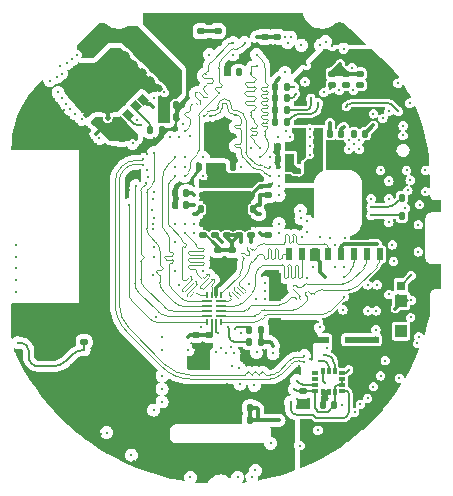
<source format=gbr>
%TF.GenerationSoftware,KiCad,Pcbnew,7.0.1*%
%TF.CreationDate,2023-12-30T02:23:50+00:00*%
%TF.ProjectId,watch_main,77617463-685f-46d6-9169-6e2e6b696361,rev?*%
%TF.SameCoordinates,Original*%
%TF.FileFunction,Copper,L8,Bot*%
%TF.FilePolarity,Positive*%
%FSLAX46Y46*%
G04 Gerber Fmt 4.6, Leading zero omitted, Abs format (unit mm)*
G04 Created by KiCad (PCBNEW 7.0.1) date 2023-12-30 02:23:50*
%MOMM*%
%LPD*%
G01*
G04 APERTURE LIST*
G04 Aperture macros list*
%AMRoundRect*
0 Rectangle with rounded corners*
0 $1 Rounding radius*
0 $2 $3 $4 $5 $6 $7 $8 $9 X,Y pos of 4 corners*
0 Add a 4 corners polygon primitive as box body*
4,1,4,$2,$3,$4,$5,$6,$7,$8,$9,$2,$3,0*
0 Add four circle primitives for the rounded corners*
1,1,$1+$1,$2,$3*
1,1,$1+$1,$4,$5*
1,1,$1+$1,$6,$7*
1,1,$1+$1,$8,$9*
0 Add four rect primitives between the rounded corners*
20,1,$1+$1,$2,$3,$4,$5,0*
20,1,$1+$1,$4,$5,$6,$7,0*
20,1,$1+$1,$6,$7,$8,$9,0*
20,1,$1+$1,$8,$9,$2,$3,0*%
%AMRotRect*
0 Rectangle, with rotation*
0 The origin of the aperture is its center*
0 $1 length*
0 $2 width*
0 $3 Rotation angle, in degrees counterclockwise*
0 Add horizontal line*
21,1,$1,$2,0,0,$3*%
G04 Aperture macros list end*
%TA.AperFunction,ComponentPad*%
%ADD10C,0.500000*%
%TD*%
%TA.AperFunction,SMDPad,CuDef*%
%ADD11RoundRect,0.140000X-0.170000X0.140000X-0.170000X-0.140000X0.170000X-0.140000X0.170000X0.140000X0*%
%TD*%
%TA.AperFunction,SMDPad,CuDef*%
%ADD12RoundRect,0.140000X-0.021213X0.219203X-0.219203X0.021213X0.021213X-0.219203X0.219203X-0.021213X0*%
%TD*%
%TA.AperFunction,SMDPad,CuDef*%
%ADD13RoundRect,0.140000X-0.140000X-0.170000X0.140000X-0.170000X0.140000X0.170000X-0.140000X0.170000X0*%
%TD*%
%TA.AperFunction,SMDPad,CuDef*%
%ADD14RoundRect,0.140000X0.140000X0.170000X-0.140000X0.170000X-0.140000X-0.170000X0.140000X-0.170000X0*%
%TD*%
%TA.AperFunction,SMDPad,CuDef*%
%ADD15RoundRect,0.140000X0.170000X-0.140000X0.170000X0.140000X-0.170000X0.140000X-0.170000X-0.140000X0*%
%TD*%
%TA.AperFunction,SMDPad,CuDef*%
%ADD16RotRect,0.600000X0.800000X45.000000*%
%TD*%
%TA.AperFunction,SMDPad,CuDef*%
%ADD17RoundRect,0.135000X0.135000X0.185000X-0.135000X0.185000X-0.135000X-0.185000X0.135000X-0.185000X0*%
%TD*%
%TA.AperFunction,SMDPad,CuDef*%
%ADD18RoundRect,0.135000X-0.135000X-0.185000X0.135000X-0.185000X0.135000X0.185000X-0.135000X0.185000X0*%
%TD*%
%TA.AperFunction,SMDPad,CuDef*%
%ADD19R,0.533400X0.304800*%
%TD*%
%TA.AperFunction,SMDPad,CuDef*%
%ADD20R,0.304800X0.533400*%
%TD*%
%TA.AperFunction,SMDPad,CuDef*%
%ADD21RoundRect,0.135000X0.185000X-0.135000X0.185000X0.135000X-0.185000X0.135000X-0.185000X-0.135000X0*%
%TD*%
%TA.AperFunction,SMDPad,CuDef*%
%ADD22RoundRect,0.140000X0.219203X0.021213X0.021213X0.219203X-0.219203X-0.021213X-0.021213X-0.219203X0*%
%TD*%
%TA.AperFunction,SMDPad,CuDef*%
%ADD23R,0.500000X1.000000*%
%TD*%
%TA.AperFunction,SMDPad,CuDef*%
%ADD24R,0.720000X0.780000*%
%TD*%
%TA.AperFunction,SMDPad,CuDef*%
%ADD25R,1.050000X1.080000*%
%TD*%
%TA.AperFunction,SMDPad,CuDef*%
%ADD26R,1.050000X1.105000*%
%TD*%
%TA.AperFunction,SMDPad,CuDef*%
%ADD27R,1.050000X1.200000*%
%TD*%
%TA.AperFunction,SMDPad,CuDef*%
%ADD28R,1.050000X2.390000*%
%TD*%
%TA.AperFunction,SMDPad,CuDef*%
%ADD29R,2.910000X0.550000*%
%TD*%
%TA.AperFunction,SMDPad,CuDef*%
%ADD30R,0.550000X1.600000*%
%TD*%
%TA.AperFunction,SMDPad,CuDef*%
%ADD31R,0.900000X0.220000*%
%TD*%
%TA.AperFunction,SMDPad,CuDef*%
%ADD32R,0.850000X0.220000*%
%TD*%
%TA.AperFunction,SMDPad,CuDef*%
%ADD33R,0.220000X0.550000*%
%TD*%
%TA.AperFunction,ViaPad*%
%ADD34C,0.300000*%
%TD*%
%TA.AperFunction,Conductor*%
%ADD35C,0.150000*%
%TD*%
%TA.AperFunction,Conductor*%
%ADD36C,0.300000*%
%TD*%
%TA.AperFunction,Conductor*%
%ADD37C,0.200000*%
%TD*%
%TA.AperFunction,Conductor*%
%ADD38C,0.104400*%
%TD*%
%TA.AperFunction,Conductor*%
%ADD39C,0.118400*%
%TD*%
%TA.AperFunction,Conductor*%
%ADD40C,0.125700*%
%TD*%
G04 APERTURE END LIST*
D10*
%TO.P,U301,1,VSS*%
%TO.N,GND*%
X143327207Y-84751472D03*
X142478679Y-83902944D03*
X141630151Y-83054416D03*
X140781623Y-82205888D03*
X142384634Y-85694045D03*
X141536106Y-84845517D03*
X140687578Y-83996989D03*
X139839050Y-83148461D03*
X141442061Y-86636619D03*
X140593533Y-85788091D03*
X139745004Y-84939562D03*
X138896476Y-84091034D03*
X140499487Y-87579192D03*
X139650959Y-86730664D03*
X138802431Y-85882136D03*
X137953903Y-85033608D03*
%TD*%
D11*
%TO.P,C909,1*%
%TO.N,+1V8*%
X152600000Y-93120000D03*
%TO.P,C909,2*%
%TO.N,GND*%
X152600000Y-94080000D03*
%TD*%
D12*
%TO.P,C308,1*%
%TO.N,+1V8*%
X142739411Y-81560589D03*
%TO.P,C308,2*%
%TO.N,GND*%
X142060589Y-82239411D03*
%TD*%
D13*
%TO.P,C206,1*%
%TO.N,+1V8*%
X161320000Y-88900000D03*
%TO.P,C206,2*%
%TO.N,GND*%
X162280000Y-88900000D03*
%TD*%
D14*
%TO.P,C1403,1*%
%TO.N,+VSYS*%
X152580000Y-112100000D03*
%TO.P,C1403,2*%
%TO.N,GND*%
X151620000Y-112100000D03*
%TD*%
%TO.P,C906,1*%
%TO.N,+1V8*%
X155880000Y-91000000D03*
%TO.P,C906,2*%
%TO.N,GND*%
X154920000Y-91000000D03*
%TD*%
D13*
%TO.P,C310,1*%
%TO.N,/Bluetooth/DECD*%
X144120000Y-88600000D03*
%TO.P,C310,2*%
%TO.N,GND*%
X145080000Y-88600000D03*
%TD*%
D15*
%TO.P,C921,1*%
%TO.N,/STM32 Power/VDD11*%
X149600000Y-97470000D03*
%TO.P,C921,2*%
%TO.N,GND*%
X149600000Y-96510000D03*
%TD*%
D14*
%TO.P,C922,1*%
%TO.N,/STM32 Power/VDD11*%
X155880000Y-90000000D03*
%TO.P,C922,2*%
%TO.N,GND*%
X154920000Y-90000000D03*
%TD*%
D11*
%TO.P,C403,1*%
%TO.N,+1V8*%
X148000000Y-105920000D03*
%TO.P,C403,2*%
%TO.N,GND*%
X148000000Y-106880000D03*
%TD*%
D15*
%TO.P,C1003,1*%
%TO.N,+1V8*%
X153800000Y-80680000D03*
%TO.P,C1003,2*%
%TO.N,GND*%
X153800000Y-79720000D03*
%TD*%
D13*
%TO.P,C912,1*%
%TO.N,+1V8*%
X150120000Y-91700000D03*
%TO.P,C912,2*%
%TO.N,GND*%
X151080000Y-91700000D03*
%TD*%
D11*
%TO.P,C1304,1*%
%TO.N,+1V8*%
X157000000Y-110650000D03*
%TO.P,C1304,2*%
%TO.N,GND*%
X157000000Y-111610000D03*
%TD*%
D15*
%TO.P,C908,1*%
%TO.N,+1V8*%
X151600000Y-97480000D03*
%TO.P,C908,2*%
%TO.N,GND*%
X151600000Y-96520000D03*
%TD*%
D11*
%TO.P,C1005,1*%
%TO.N,+1V8*%
X149800000Y-80220000D03*
%TO.P,C1005,2*%
%TO.N,GND*%
X149800000Y-81180000D03*
%TD*%
D16*
%TO.P,L301,1*%
%TO.N,/Bluetooth/DECD*%
X142917157Y-86582843D03*
%TO.P,L301,2*%
%TO.N,/Bluetooth/DCCD*%
X143482843Y-86017157D03*
%TD*%
D17*
%TO.P,R809,1*%
%TO.N,+1V8*%
X153510000Y-106500000D03*
%TO.P,R809,2*%
%TO.N,/I2C6.SCL*%
X152490000Y-106500000D03*
%TD*%
D15*
%TO.P,C903,1*%
%TO.N,+1V8*%
X154100000Y-97460000D03*
%TO.P,C903,2*%
%TO.N,GND*%
X154100000Y-96500000D03*
%TD*%
%TO.P,C910,1*%
%TO.N,/STM32 Power/VREF+*%
X152600000Y-97480000D03*
%TO.P,C910,2*%
%TO.N,GND*%
X152600000Y-96520000D03*
%TD*%
%TO.P,C203,1*%
%TO.N,+VBAT*%
X160700000Y-84780000D03*
%TO.P,C203,2*%
%TO.N,GND*%
X160700000Y-83820000D03*
%TD*%
D18*
%TO.P,R806,1*%
%TO.N,+1V8*%
X154690000Y-85900000D03*
%TO.P,R806,2*%
%TO.N,/I2C4.SDA*%
X155710000Y-85900000D03*
%TD*%
%TO.P,R805,1*%
%TO.N,+1V8*%
X154690000Y-84900000D03*
%TO.P,R805,2*%
%TO.N,/I2C4.SCL*%
X155710000Y-84900000D03*
%TD*%
D11*
%TO.P,C911,1*%
%TO.N,+1V8*%
X148600000Y-93140000D03*
%TO.P,C911,2*%
%TO.N,GND*%
X148600000Y-94100000D03*
%TD*%
%TO.P,C307,1*%
%TO.N,/Bluetooth/DECR*%
X141700000Y-89320000D03*
%TO.P,C307,2*%
%TO.N,GND*%
X141700000Y-90280000D03*
%TD*%
D19*
%TO.P,U1301,1,SDO/SA0*%
%TO.N,/SPI1.MISO*%
X160330300Y-109149811D03*
%TO.P,U1301,2,MSDA*%
%TO.N,+1V8*%
X160330300Y-109649937D03*
%TO.P,U1301,3,MSCL*%
X160330300Y-110150063D03*
%TO.P,U1301,4,INT1*%
%TO.N,/STM32/IMU_INT1*%
X160330300Y-110650189D03*
D20*
%TO.P,U1301,5,VDD_IO*%
%TO.N,+1V8*%
X159700126Y-110789000D03*
%TO.P,U1301,6,GND*%
%TO.N,GND*%
X159200000Y-110789000D03*
%TO.P,U1301,7,GND*%
X158699874Y-110789000D03*
D19*
%TO.P,U1301,8,VDD*%
%TO.N,+1V8*%
X158069700Y-110650189D03*
%TO.P,U1301,9,INT2*%
%TO.N,/STM32/IMU_INT2*%
X158069700Y-110150063D03*
%TO.P,U1301,10,RES*%
%TO.N,unconnected-(U1301-RES-Pad10)*%
X158069700Y-109649937D03*
%TO.P,U1301,11,RES*%
%TO.N,unconnected-(U1301-RES-Pad11)*%
X158069700Y-109149811D03*
D20*
%TO.P,U1301,12,CS*%
%TO.N,/SPI1.CS*%
X158699874Y-109011000D03*
%TO.P,U1301,13,SCL*%
%TO.N,/SPI1.SCK*%
X159200000Y-109011000D03*
%TO.P,U1301,14,SDA*%
%TO.N,/SPI1.MOSI*%
X159700126Y-109011000D03*
%TD*%
D17*
%TO.P,R808,1*%
%TO.N,+3V3*%
X166410000Y-94300000D03*
%TO.P,R808,2*%
%TO.N,/I2C1.SDA*%
X165390000Y-94300000D03*
%TD*%
D13*
%TO.P,C917,1*%
%TO.N,+1V8*%
X148420000Y-95300000D03*
%TO.P,C917,2*%
%TO.N,GND*%
X149380000Y-95300000D03*
%TD*%
D14*
%TO.P,C904,1*%
%TO.N,+1V8*%
X152780000Y-95300000D03*
%TO.P,C904,2*%
%TO.N,GND*%
X151820000Y-95300000D03*
%TD*%
D12*
%TO.P,C303,1*%
%TO.N,+1V8*%
X143419311Y-82294903D03*
%TO.P,C303,2*%
%TO.N,GND*%
X142740489Y-82973725D03*
%TD*%
D21*
%TO.P,R401,1*%
%TO.N,/GNSS/ANT_OFF*%
X138500000Y-106510000D03*
%TO.P,R401,2*%
%TO.N,GND*%
X138500000Y-105490000D03*
%TD*%
D11*
%TO.P,C905,1*%
%TO.N,+1V8*%
X154100000Y-94100000D03*
%TO.P,C905,2*%
%TO.N,GND*%
X154100000Y-95060000D03*
%TD*%
%TO.P,C1102,1*%
%TO.N,+1V8*%
X149100000Y-105920000D03*
%TO.P,C1102,2*%
%TO.N,GND*%
X149100000Y-106880000D03*
%TD*%
D14*
%TO.P,C919,1*%
%TO.N,+3V3*%
X147160000Y-94900000D03*
%TO.P,C919,2*%
%TO.N,GND*%
X146200000Y-94900000D03*
%TD*%
D11*
%TO.P,C901,1*%
%TO.N,+1V8*%
X151000000Y-98740000D03*
%TO.P,C901,2*%
%TO.N,GND*%
X151000000Y-99700000D03*
%TD*%
D14*
%TO.P,C1302,1*%
%TO.N,+1V8*%
X159680000Y-111900000D03*
%TO.P,C1302,2*%
%TO.N,GND*%
X158720000Y-111900000D03*
%TD*%
%TO.P,C915,1*%
%TO.N,+1V8*%
X147160000Y-93900000D03*
%TO.P,C915,2*%
%TO.N,GND*%
X146200000Y-93900000D03*
%TD*%
D11*
%TO.P,C920,1*%
%TO.N,+1V8*%
X149800000Y-98720000D03*
%TO.P,C920,2*%
%TO.N,GND*%
X149800000Y-99680000D03*
%TD*%
D15*
%TO.P,C918,1*%
%TO.N,+1V8*%
X148600000Y-97480000D03*
%TO.P,C918,2*%
%TO.N,GND*%
X148600000Y-96520000D03*
%TD*%
%TO.P,C1002,1*%
%TO.N,+1V8*%
X154800000Y-80680000D03*
%TO.P,C1002,2*%
%TO.N,GND*%
X154800000Y-79720000D03*
%TD*%
D12*
%TO.P,C309,1*%
%TO.N,+1V8*%
X144139411Y-82960589D03*
%TO.P,C309,2*%
%TO.N,GND*%
X143460589Y-83639411D03*
%TD*%
D17*
%TO.P,R807,1*%
%TO.N,+3V3*%
X166410000Y-95900000D03*
%TO.P,R807,2*%
%TO.N,/I2C1.SCL*%
X165390000Y-95900000D03*
%TD*%
D11*
%TO.P,C902,1*%
%TO.N,+1V8*%
X150600000Y-93120000D03*
%TO.P,C902,2*%
%TO.N,GND*%
X150600000Y-94080000D03*
%TD*%
D14*
%TO.P,C1402,1*%
%TO.N,+VSYS*%
X152580000Y-113100000D03*
%TO.P,C1402,2*%
%TO.N,GND*%
X151620000Y-113100000D03*
%TD*%
%TO.P,C916,1*%
%TO.N,+1V8*%
X149200000Y-91700000D03*
%TO.P,C916,2*%
%TO.N,GND*%
X148240000Y-91700000D03*
%TD*%
D13*
%TO.P,C305,1*%
%TO.N,+1V8*%
X145320000Y-86500000D03*
%TO.P,C305,2*%
%TO.N,GND*%
X146280000Y-86500000D03*
%TD*%
D11*
%TO.P,C1001,1*%
%TO.N,+1V8*%
X148400000Y-80220000D03*
%TO.P,C1001,2*%
%TO.N,GND*%
X148400000Y-81180000D03*
%TD*%
D18*
%TO.P,R802,1*%
%TO.N,+1V8*%
X154690000Y-86900000D03*
%TO.P,R802,2*%
%TO.N,/I2C2.SDA*%
X155710000Y-86900000D03*
%TD*%
D22*
%TO.P,C311,1*%
%TO.N,/Bluetooth/DECR*%
X139449461Y-87922254D03*
%TO.P,C311,2*%
%TO.N,GND*%
X138770639Y-87243432D03*
%TD*%
D15*
%TO.P,C201,1*%
%TO.N,/Power/VBUS_PROTECTED*%
X161900000Y-84780000D03*
%TO.P,C201,2*%
%TO.N,GND*%
X161900000Y-83820000D03*
%TD*%
D17*
%TO.P,R810,1*%
%TO.N,+1V8*%
X153510000Y-105500000D03*
%TO.P,R810,2*%
%TO.N,/I2C6.SDA*%
X152490000Y-105500000D03*
%TD*%
D23*
%TO.P,J1101,1,DAT2*%
%TO.N,/Micro SD/DAT2*%
X163550000Y-99100000D03*
%TO.P,J1101,2,CD/DAT3*%
%TO.N,/Micro SD/DAT3*%
X162450000Y-99100000D03*
%TO.P,J1101,3,CMD*%
%TO.N,/Micro SD/CMD*%
X161350000Y-99100000D03*
%TO.P,J1101,4,VDD*%
%TO.N,/Micro SD/+3V3_SD*%
X160250000Y-99100000D03*
%TO.P,J1101,5,CLK*%
%TO.N,/Micro SD/CLK*%
X159150000Y-99100000D03*
%TO.P,J1101,6,VSS*%
%TO.N,GND*%
X158050000Y-99100000D03*
%TO.P,J1101,7,DAT0*%
%TO.N,/Micro SD/DAT0*%
X156950000Y-99100000D03*
%TO.P,J1101,8,DAT1*%
%TO.N,/Micro SD/DAT1*%
X155850000Y-99100000D03*
D24*
%TO.P,J1101,9,DET*%
%TO.N,/Micro SD/CD*%
X165310000Y-101780000D03*
D25*
%TO.P,J1101,10,GND_1*%
%TO.N,GND*%
X165325000Y-103050000D03*
D26*
%TO.P,J1101,11,GND_2*%
X165325000Y-105612500D03*
D27*
%TO.P,J1101,12,GND_3*%
X154675000Y-105090000D03*
D28*
%TO.P,J1101,13,GND_4*%
X154675000Y-101905000D03*
D29*
%TO.P,J1101,14,MP1*%
X161986000Y-106335000D03*
%TO.P,J1101,15,MP2*%
X157796000Y-106335000D03*
%TD*%
D12*
%TO.P,C301,1*%
%TO.N,+1V8*%
X144839411Y-83660589D03*
%TO.P,C301,2*%
%TO.N,GND*%
X144160589Y-84339411D03*
%TD*%
D30*
%TO.P,L901,1*%
%TO.N,/STM32 Power/VDD11*%
X156875000Y-89300000D03*
%TO.P,L901,2*%
%TO.N,/STM32 Power/VLXSMPS*%
X158325000Y-89300000D03*
%TD*%
D15*
%TO.P,C907,1*%
%TO.N,+1V8*%
X150600000Y-97480000D03*
%TO.P,C907,2*%
%TO.N,GND*%
X150600000Y-96520000D03*
%TD*%
D16*
%TO.P,L302,1*%
%TO.N,/Bluetooth/DECR*%
X141617157Y-87882843D03*
%TO.P,L302,2*%
%TO.N,/Bluetooth/DCC*%
X142182843Y-87317157D03*
%TD*%
D18*
%TO.P,R801,1*%
%TO.N,+1V8*%
X154690000Y-87900000D03*
%TO.P,R801,2*%
%TO.N,/I2C2.SCL*%
X155710000Y-87900000D03*
%TD*%
D11*
%TO.P,C914,1*%
%TO.N,+1V8*%
X151600000Y-93120000D03*
%TO.P,C914,2*%
%TO.N,GND*%
X151600000Y-94080000D03*
%TD*%
D13*
%TO.P,C302,1*%
%TO.N,+1V8*%
X145320000Y-87500000D03*
%TO.P,C302,2*%
%TO.N,GND*%
X146280000Y-87500000D03*
%TD*%
D15*
%TO.P,C205,1*%
%TO.N,+VSYS*%
X159500000Y-84780000D03*
%TO.P,C205,2*%
%TO.N,GND*%
X159500000Y-83820000D03*
%TD*%
D11*
%TO.P,C913,1*%
%TO.N,+1V8*%
X149600000Y-93120000D03*
%TO.P,C913,2*%
%TO.N,GND*%
X149600000Y-94080000D03*
%TD*%
D14*
%TO.P,C208,1*%
%TO.N,+VSYS*%
X160280000Y-88900000D03*
%TO.P,C208,2*%
%TO.N,GND*%
X159320000Y-88900000D03*
%TD*%
%TO.P,C1004,1*%
%TO.N,+1V8*%
X151580000Y-83700000D03*
%TO.P,C1004,2*%
%TO.N,GND*%
X150620000Y-83700000D03*
%TD*%
D12*
%TO.P,C312,1*%
%TO.N,+1V8*%
X145529361Y-84377746D03*
%TO.P,C312,2*%
%TO.N,GND*%
X144850539Y-85056568D03*
%TD*%
D31*
%TO.P,IC1101,1,DAT2A*%
%TO.N,/SDMMC1.D2*%
X148900000Y-104300000D03*
D32*
%TO.P,IC1101,2,DAT3A*%
%TO.N,/SDMMC1.D3*%
X148875000Y-103900000D03*
%TO.P,IC1101,3,DAT0A*%
%TO.N,/SDMMC1.D0*%
X148875000Y-103500000D03*
%TO.P,IC1101,4,DAT1A*%
%TO.N,/SDMMC1.D1*%
X148875000Y-103100000D03*
D33*
%TO.P,IC1101,5,CLKA*%
%TO.N,/SDMMC1.CK*%
X148900000Y-102525000D03*
%TO.P,IC1101,6,CLK_FB*%
%TO.N,/SDMMC1.CKIN*%
X149300000Y-102525000D03*
%TO.P,IC1101,7,GND*%
%TO.N,GND*%
X149700000Y-102525000D03*
%TO.P,IC1101,8,CLKB*%
%TO.N,/Micro SD/CLK*%
X150100000Y-102525000D03*
D32*
%TO.P,IC1101,9,DAT1B*%
%TO.N,/Micro SD/DAT1*%
X150125000Y-103100000D03*
%TO.P,IC1101,10,DAT0B*%
%TO.N,/Micro SD/DAT0*%
X150125000Y-103500000D03*
%TO.P,IC1101,11,DAT3B*%
%TO.N,/Micro SD/DAT3*%
X150125000Y-103900000D03*
%TO.P,IC1101,12,DAT2B*%
%TO.N,/Micro SD/DAT2*%
X150125000Y-104300000D03*
D33*
%TO.P,IC1101,13,CMDB*%
%TO.N,/Micro SD/CMD*%
X150100000Y-104875000D03*
%TO.P,IC1101,14,VCCB*%
%TO.N,+3V3*%
X149700000Y-104875000D03*
%TO.P,IC1101,15,VCCA*%
%TO.N,+1V8*%
X149300000Y-104875000D03*
%TO.P,IC1101,16,CMDA*%
%TO.N,/SDMMC1.CMD*%
X148900000Y-104875000D03*
%TD*%
D34*
%TO.N,+VSYS*%
X153200000Y-112800000D03*
X160500000Y-88300000D03*
X155000000Y-113150000D03*
X153700000Y-113150000D03*
X163000000Y-87220000D03*
X154350000Y-113150000D03*
X161300000Y-85200000D03*
X159300000Y-85100000D03*
%TO.N,GND*%
X139500000Y-97800000D03*
X154700000Y-81400000D03*
X134700000Y-107600000D03*
X134700000Y-106900000D03*
X150100000Y-95800000D03*
X165495400Y-89045400D03*
X146000000Y-81000000D03*
X139500000Y-96800000D03*
X138500000Y-94800000D03*
X147800000Y-92500000D03*
X138500000Y-99800000D03*
X157600000Y-88500000D03*
X150600000Y-95800000D03*
X160200000Y-83000000D03*
X137500000Y-89800000D03*
X139500000Y-100800000D03*
X137500000Y-103800000D03*
X154200000Y-93300000D03*
X138500000Y-91800000D03*
X163000000Y-88180000D03*
X138500000Y-95800000D03*
X136500000Y-87600000D03*
X165075000Y-102550000D03*
X157650000Y-107950000D03*
X149000000Y-79000000D03*
X138500000Y-90800000D03*
X135500000Y-86400000D03*
X160600000Y-97750000D03*
X133500000Y-89800000D03*
X142300000Y-93700000D03*
X158300000Y-104800000D03*
X138500000Y-97800000D03*
X134000000Y-85700000D03*
X139000000Y-90300000D03*
X155000000Y-91700000D03*
X148400000Y-105300000D03*
X136500000Y-103800000D03*
X136500000Y-89800000D03*
X139500000Y-90800000D03*
X151600000Y-107000000D03*
X158900000Y-101000000D03*
X166800000Y-98900000D03*
X158500000Y-97600000D03*
X139500000Y-89800000D03*
X145000000Y-80000000D03*
X147000000Y-80000000D03*
X135925000Y-104275000D03*
X139000000Y-101300000D03*
X164300000Y-96400000D03*
X138500000Y-100800000D03*
X134400000Y-105500000D03*
X150550000Y-89150000D03*
X143800000Y-92000000D03*
X159100000Y-111400000D03*
X139000000Y-98300000D03*
X157400000Y-95700000D03*
X151100000Y-95800000D03*
X157763631Y-81286369D03*
X148000000Y-79000000D03*
X134500000Y-89800000D03*
X165675000Y-105250000D03*
X150600000Y-94800000D03*
X154200000Y-108700000D03*
X135900000Y-105700000D03*
X143800000Y-90600000D03*
X151600000Y-95900000D03*
X146200000Y-98100000D03*
X145000000Y-79000000D03*
X135500000Y-89800000D03*
X136800000Y-86900000D03*
X139000000Y-99300000D03*
X139000000Y-97300000D03*
X140700000Y-89900000D03*
X133200000Y-107800000D03*
X139500000Y-92800000D03*
X163250000Y-103900000D03*
X139500000Y-101800000D03*
X151100000Y-112900000D03*
X134500000Y-103800000D03*
X139000000Y-104300000D03*
X155700000Y-110100000D03*
X150600000Y-95300000D03*
X139000000Y-91300000D03*
X166200000Y-103000000D03*
X132600000Y-105500000D03*
X137000000Y-106100000D03*
X154500000Y-102500000D03*
X138500000Y-102800000D03*
X139500000Y-94800000D03*
X139025000Y-88650000D03*
X156000000Y-83200000D03*
X135000000Y-88175000D03*
X151100000Y-94800000D03*
X166090000Y-86310000D03*
X136000000Y-88150000D03*
X151100000Y-94300000D03*
X146000000Y-80000000D03*
X146000000Y-88500000D03*
X144400000Y-89300000D03*
X139000000Y-103300000D03*
X144600000Y-104400000D03*
X138500000Y-98800000D03*
X138500000Y-92800000D03*
X156700000Y-108600000D03*
X143200000Y-90600000D03*
X152100000Y-118100000D03*
X139500000Y-99800000D03*
X147900000Y-110200000D03*
X135800000Y-111900000D03*
X139300000Y-108800000D03*
X166800000Y-96600000D03*
X162500000Y-103900000D03*
X147000000Y-79000000D03*
X139000000Y-92300000D03*
X150100000Y-94800000D03*
X151100000Y-80200000D03*
X146000000Y-79000000D03*
X136000000Y-89250000D03*
X147800000Y-112000000D03*
X133000000Y-107300000D03*
X148200000Y-118000000D03*
X135000000Y-87000000D03*
X157400000Y-101100000D03*
X150100000Y-96300000D03*
X134000000Y-88150000D03*
X139000000Y-93300000D03*
X164300000Y-94400000D03*
X150700000Y-113200000D03*
X133500000Y-87600000D03*
X139300000Y-110300000D03*
X164300000Y-87000000D03*
X165900000Y-93700000D03*
X138500000Y-103800000D03*
X160800000Y-106300000D03*
X139000000Y-100300000D03*
X153675000Y-107175000D03*
X144000000Y-79000000D03*
X147600000Y-108800000D03*
X132975000Y-88175000D03*
X146700000Y-81700000D03*
X138500000Y-96800000D03*
X159100000Y-107000000D03*
X151000000Y-79000000D03*
X156700000Y-107300000D03*
X134000000Y-104300000D03*
X151600000Y-94700000D03*
X144600000Y-108900000D03*
X154000000Y-79000000D03*
X139900000Y-114300000D03*
X147400000Y-112900000D03*
X149100000Y-81200000D03*
X138500000Y-89800000D03*
X150100000Y-94300000D03*
X139500000Y-95800000D03*
X136200000Y-86300000D03*
X151400000Y-89200000D03*
X139000000Y-96300000D03*
X150100000Y-95300000D03*
X133100000Y-106000000D03*
X151100000Y-95300000D03*
X153100000Y-81200000D03*
X155000000Y-79000000D03*
X134300000Y-109100000D03*
X142700000Y-116600000D03*
X150620000Y-110100000D03*
X148200000Y-112900000D03*
X165800000Y-92000000D03*
X137800000Y-89225000D03*
X139500000Y-102800000D03*
X154200000Y-95700000D03*
X156500000Y-112100000D03*
X158500000Y-100600000D03*
X139000000Y-94300000D03*
X164850000Y-103700000D03*
X167400000Y-93800000D03*
X137875000Y-88100000D03*
X139700000Y-105200000D03*
X135500000Y-103800000D03*
X135800000Y-107900000D03*
X135800000Y-106500000D03*
X139000000Y-89300000D03*
X159500000Y-81500000D03*
X134000000Y-89250000D03*
X153400000Y-93300000D03*
X139500000Y-93800000D03*
X164300000Y-92900000D03*
X139300000Y-111800000D03*
X134000000Y-87000000D03*
X152600000Y-90100000D03*
X149600000Y-95900000D03*
X137025000Y-88200000D03*
X133500000Y-103800000D03*
X137006630Y-89227668D03*
X155430000Y-79720000D03*
X147000000Y-91700000D03*
X139700000Y-107000000D03*
X148300000Y-111200000D03*
X137200000Y-87500000D03*
X157300000Y-83100000D03*
X147500000Y-111100000D03*
X139000000Y-95300000D03*
X149150000Y-87900000D03*
X135800000Y-107200000D03*
X148700000Y-108800000D03*
X134400000Y-106200000D03*
X153400000Y-96500000D03*
X134800000Y-109300000D03*
X135000000Y-104300000D03*
X155000000Y-82500000D03*
X134400000Y-104800000D03*
X134500000Y-87600000D03*
X139000000Y-102300000D03*
X150600000Y-83700000D03*
X135000000Y-89225000D03*
X136000000Y-87000000D03*
X134500000Y-86400000D03*
X153050000Y-102850000D03*
X143200000Y-92900000D03*
X143200000Y-92000000D03*
X153000000Y-79000000D03*
X146500000Y-101700000D03*
X150900000Y-106975000D03*
X153080000Y-79700000D03*
X138075000Y-104300000D03*
X139300000Y-113400000D03*
X151100000Y-96300000D03*
X152000000Y-79000000D03*
X167400000Y-92000000D03*
X159320000Y-87980000D03*
X133500000Y-86500000D03*
X138500000Y-101800000D03*
X146200000Y-94900000D03*
X144300000Y-100900000D03*
X149600000Y-88200000D03*
X139500000Y-98800000D03*
X134500000Y-85100000D03*
X164600000Y-98300000D03*
X147800000Y-93300000D03*
X135500000Y-111400000D03*
X163600000Y-92000000D03*
X133300000Y-108300000D03*
X149300000Y-113300000D03*
X151000000Y-100500000D03*
X135500000Y-87600000D03*
X139500000Y-91800000D03*
X149600000Y-94700000D03*
X150000000Y-79000000D03*
X139500000Y-103800000D03*
X134700000Y-110400000D03*
X145300000Y-85400000D03*
X138500000Y-93800000D03*
X154400000Y-105200000D03*
X135000000Y-85800000D03*
%TO.N,+3V3*%
X156697000Y-84356000D03*
X157000000Y-86400000D03*
X159200000Y-114000000D03*
X157200000Y-114500000D03*
X165300000Y-100100000D03*
X147800000Y-94900000D03*
X157250000Y-113750000D03*
X157000000Y-87700000D03*
X165300000Y-99400000D03*
X149800000Y-105800000D03*
X167400000Y-95100000D03*
X160777000Y-82906000D03*
%TO.N,/I2C4.SCL*%
X156300000Y-84900000D03*
X154200000Y-90900000D03*
%TO.N,/I2C4.SDA*%
X155950000Y-89150000D03*
X156400000Y-85500000D03*
%TO.N,+VBAT*%
X160700000Y-84780000D03*
%TO.N,+1V8*%
X153400000Y-92500000D03*
X161400000Y-88900000D03*
X153100000Y-80700000D03*
X164300000Y-102500000D03*
X153400000Y-97300000D03*
X153400000Y-94100000D03*
X156900000Y-81400000D03*
X135600000Y-84400000D03*
X161800000Y-90200000D03*
X151000000Y-98100000D03*
X144400000Y-85900000D03*
X151600000Y-83700000D03*
X139100000Y-80800000D03*
X150200000Y-92500000D03*
X153400000Y-94900000D03*
X161200000Y-83300000D03*
X153400000Y-95700000D03*
X147800000Y-94100000D03*
X163300000Y-101700000D03*
X151800000Y-98100000D03*
X149100000Y-80200000D03*
X165506600Y-88223400D03*
X145100000Y-106100000D03*
X151000000Y-92500000D03*
X144400000Y-82100000D03*
X156700000Y-92175000D03*
X162500000Y-101700000D03*
X160900000Y-90200000D03*
X166725000Y-106650000D03*
X165200000Y-109600000D03*
X143000000Y-87700000D03*
X154500000Y-106950000D03*
X141600000Y-80300000D03*
X147300000Y-106100000D03*
X160900000Y-89400000D03*
X166100000Y-92820000D03*
X138280000Y-87690000D03*
X166825000Y-106075000D03*
X138300000Y-81600000D03*
X145400000Y-83100000D03*
X142600000Y-89700000D03*
X146200000Y-100500000D03*
X145100000Y-107200000D03*
X143300000Y-81100000D03*
X161806000Y-89457000D03*
X142300000Y-80200000D03*
X142300000Y-81000000D03*
X136300000Y-85400000D03*
X156300000Y-110500000D03*
X151800000Y-92500000D03*
X155000000Y-84200000D03*
X139800000Y-89300000D03*
X146000000Y-84900000D03*
X136500000Y-83200000D03*
X139900000Y-80100000D03*
X149400000Y-98100000D03*
X161375000Y-89800000D03*
X152600000Y-92500000D03*
X147300000Y-107200000D03*
X160300000Y-111900000D03*
X154500000Y-107500000D03*
X147800000Y-95700000D03*
X146000000Y-85800000D03*
X153100000Y-107400000D03*
%TO.N,VBUS*%
X157200000Y-84500000D03*
X161900000Y-111800000D03*
X162500000Y-111300000D03*
X161400000Y-112500000D03*
X160475000Y-81725000D03*
%TO.N,/STM32 Power/VREF+*%
X152600000Y-98100000D03*
%TO.N,/STM32 Power/VDD11*%
X147800000Y-97300000D03*
X150200000Y-98100000D03*
X156700000Y-91225000D03*
X148600000Y-92500000D03*
%TO.N,/USART1.TX*%
X145100000Y-110500000D03*
X144400000Y-98500000D03*
%TO.N,/OSPI1.CLKN*%
X154200000Y-92500000D03*
X149175000Y-87400000D03*
%TO.N,/OSPI1.CLKP*%
X154200000Y-91700000D03*
X148625000Y-87400000D03*
%TO.N,/OSPI1.CS*%
X155000000Y-92500000D03*
X151100000Y-82200000D03*
%TO.N,/OSPI1.DQS*%
X151100000Y-81200000D03*
X147000000Y-88700000D03*
%TO.N,/OSPI1.IO3*%
X152100000Y-81200000D03*
X147000000Y-92500000D03*
%TO.N,/OSPI1.IO6*%
X153100000Y-83200000D03*
X153400000Y-90100000D03*
%TO.N,/OSPI1.IO5*%
X153100000Y-82200000D03*
X153400000Y-90900000D03*
%TO.N,/Micro SD/CD*%
X166200000Y-100900000D03*
X152700000Y-118000000D03*
X144300000Y-94400000D03*
%TO.N,/Micro SD/CMD*%
X160500000Y-102700000D03*
X160500000Y-101000000D03*
%TO.N,/STM32/MAG_INT*%
X157400000Y-97200000D03*
X160500000Y-100200000D03*
%TO.N,/Bluetooth/INT2*%
X137050000Y-82950000D03*
X146500000Y-89200000D03*
%TO.N,/Bluetooth/INT1*%
X145800000Y-89200000D03*
X136600000Y-83800000D03*
%TO.N,/I2C2.SCL*%
X158300000Y-86300000D03*
X151800000Y-91700000D03*
%TO.N,/I2C2.SDA*%
X157700000Y-85900000D03*
X157600000Y-90700000D03*
%TO.N,/USB.DN*%
X143500000Y-91050000D03*
X157156425Y-108200000D03*
%TO.N,/SDMMC1.D2*%
X142900000Y-93300000D03*
%TO.N,/SDMMC1.D3*%
X143700000Y-93100000D03*
%TO.N,/SDMMC1.D0*%
X144400000Y-90500000D03*
%TO.N,/SDMMC1.D1*%
X146200000Y-90900000D03*
%TO.N,/SDMMC1.CK*%
X146200000Y-92500000D03*
%TO.N,/SDMMC1.CKIN*%
X147000000Y-97300000D03*
%TO.N,/SDMMC1.CMD*%
X142300000Y-94900000D03*
%TO.N,/Power/INT*%
X158800000Y-85400000D03*
X157600000Y-89200000D03*
%TO.N,/Power/THR*%
X165078500Y-84621500D03*
X160100000Y-85200000D03*
%TO.N,/USART1.RX*%
X145100000Y-111600000D03*
X144400000Y-99300000D03*
%TO.N,/USB.DP*%
X143500000Y-91550000D03*
X157156425Y-107700000D03*
%TO.N,/I2C1.SDA*%
X146200000Y-96500000D03*
X162800000Y-95100000D03*
%TO.N,/I2C3.SDA*%
X153800000Y-101500000D03*
X166150000Y-104450000D03*
X164000000Y-108112500D03*
%TO.N,/I2C1.SCL*%
X162800000Y-95800000D03*
X147000000Y-96500000D03*
%TO.N,/STM32/SWO*%
X147800000Y-96500000D03*
X154300000Y-115100000D03*
%TO.N,/LPUART1.TX*%
X147000000Y-90900000D03*
X136600000Y-85900000D03*
%TO.N,/STM32/ALS_INT*%
X153800000Y-102200000D03*
X163200000Y-105500000D03*
%TO.N,/STM32/IMU_INT1*%
X156850000Y-96050000D03*
X156000000Y-111600000D03*
%TO.N,/LPUART1.RX*%
X148600000Y-90900000D03*
X136200000Y-84100000D03*
%TO.N,/GNSS/RF_1.575G*%
X132713000Y-99300000D03*
X132713000Y-98300000D03*
X132713000Y-101300000D03*
X132713000Y-100300000D03*
X132713000Y-102300000D03*
%TO.N,/USART6.TX*%
X160400000Y-103800000D03*
X159700000Y-100200000D03*
%TO.N,/Bluetooth/DECD*%
X143600000Y-87600000D03*
%TO.N,/Bluetooth/DECR*%
X142800000Y-89100000D03*
X139500000Y-88900000D03*
%TO.N,/STM32/IMU_INT2*%
X156800000Y-95400000D03*
X156500000Y-109800000D03*
%TO.N,/STM32/BTN*%
X165100000Y-87000000D03*
X160700000Y-86600000D03*
X166900000Y-94900000D03*
%TO.N,/Bluetooth/DCCD*%
X144300000Y-86600000D03*
%TO.N,/Expansion Connector/GPIO1*%
X144400000Y-96000000D03*
X163600000Y-109400000D03*
%TO.N,/Bluetooth/DCC*%
X143300000Y-88200000D03*
%TO.N,/Expansion Connector/GPIO2*%
X163000000Y-110300000D03*
X144400000Y-93825000D03*
X144400000Y-112300000D03*
%TO.N,/STM32 Power/VLXSMPS*%
X155800000Y-92500000D03*
%TO.N,/Bluetooth/SWD.RST*%
X137000000Y-86400000D03*
X147500000Y-118000000D03*
%TO.N,/STM32/SWD.RST*%
X158500000Y-105300000D03*
X157900000Y-100175000D03*
X158300000Y-114000000D03*
%TO.N,/SPI1.CS*%
X155000000Y-96500000D03*
X158900000Y-110000000D03*
%TO.N,/SPI1.MISO*%
X157400000Y-96300000D03*
X160900000Y-108900000D03*
%TO.N,/Bluetooth/UART_CTS*%
X155000000Y-97300000D03*
X137900000Y-82200000D03*
%TO.N,/Bluetooth/UART_RTS*%
X146900000Y-88100000D03*
X137500000Y-82600000D03*
%TO.N,/SPI1.SCK*%
X158400000Y-108100000D03*
X159700000Y-98300000D03*
%TO.N,/SPI1.MOSI*%
X156950000Y-97600000D03*
X158800000Y-107600000D03*
%TO.N,/STM32/LRA_EN*%
X158500000Y-81400000D03*
X155600000Y-88700000D03*
%TO.N,/Display Power/AVDDEN*%
X152900000Y-110200000D03*
X144300000Y-96500000D03*
%TO.N,/STM32/HR_INT*%
X158960000Y-81100000D03*
X154912500Y-89212500D03*
%TO.N,/Display Connector/SWIRE*%
X144300000Y-97000000D03*
X150500000Y-107500000D03*
%TO.N,/Display Connector/RESET*%
X151200000Y-107500000D03*
X152500000Y-101600000D03*
%TO.N,/Display Connector/ELVDD*%
X149700000Y-107400000D03*
X151600000Y-108700000D03*
X151700000Y-110100000D03*
X150100000Y-107000000D03*
%TO.N,/Display Connector/TP_INT*%
X151800000Y-105800000D03*
X148600000Y-100500000D03*
%TO.N,/I2C6.SCL*%
X150700000Y-105300000D03*
%TO.N,/I2C6.SDA*%
X151300000Y-105400000D03*
%TO.N,/Display Connector/DSI_TE*%
X153800000Y-102900000D03*
X151000000Y-108575000D03*
%TO.N,/Flash/CS2*%
X159300000Y-97700000D03*
X149100000Y-82200000D03*
X155500000Y-83700000D03*
%TO.N,/Power/VBUS_PROTECTED*%
X155500000Y-80700000D03*
X155750000Y-81200000D03*
X161900000Y-84780000D03*
X156000000Y-80700000D03*
%TO.N,/Power/ENCHG*%
X157600000Y-89900000D03*
X163800000Y-87600000D03*
%TO.N,/GNSS/ANT_OFF*%
X138500000Y-107200000D03*
X132900000Y-106600000D03*
%TO.N,/GNSS/PPS*%
X145100000Y-109400000D03*
X147500000Y-89100000D03*
%TO.N,/STM32/TOUCH_INT*%
X155000000Y-94100000D03*
X162800000Y-94400000D03*
%TO.N,/STM32/TOUCH_RST*%
X155000000Y-93300000D03*
X165700000Y-95200000D03*
%TO.N,/Bluetooth/SWD.SWCLK*%
X140400000Y-114200000D03*
X137700000Y-87200000D03*
%TO.N,/Bluetooth/SWD.SWDIO*%
X142500000Y-116100000D03*
X137300000Y-86800000D03*
%TO.N,/STM32/SWD.SWDIO*%
X156800000Y-115300000D03*
X146200000Y-91700000D03*
%TO.N,/STM32/SWD.SWCLK*%
X151500000Y-118000000D03*
X143900000Y-92600000D03*
%TO.N,/Micro SD/+3V3_SD*%
X162800000Y-98200000D03*
X163300000Y-98200000D03*
%TO.N,/Micro SD/EN*%
X164700000Y-99700000D03*
X144250000Y-95350000D03*
X153000000Y-117400000D03*
%TD*%
D35*
%TO.N,+VSYS*%
X159500000Y-84900000D02*
X159300000Y-85100000D01*
D36*
X153200000Y-112200000D02*
X153100000Y-112100000D01*
X153200000Y-113150000D02*
X152630000Y-113150000D01*
X160280000Y-88900000D02*
X160280000Y-88520000D01*
D35*
X159500000Y-84780000D02*
X159500000Y-84900000D01*
D36*
X153100000Y-112100000D02*
X152580000Y-112100000D01*
X152630000Y-113150000D02*
X152580000Y-113100000D01*
X153200000Y-112800000D02*
X153200000Y-113150000D01*
X152580000Y-112100000D02*
X152580000Y-113100000D01*
X160280000Y-88520000D02*
X160500000Y-88300000D01*
X155000000Y-113150000D02*
X153200000Y-113150000D01*
X153200000Y-112800000D02*
X153200000Y-112200000D01*
D35*
%TO.N,GND*%
X158699874Y-111879874D02*
X158720000Y-111900000D01*
D36*
X149700000Y-102525000D02*
X149700000Y-102000000D01*
X160700000Y-83820000D02*
X160700000Y-83700000D01*
X160700000Y-83820000D02*
X159500000Y-83820000D01*
X153780000Y-79700000D02*
X153800000Y-79720000D01*
X161900000Y-83820000D02*
X160700000Y-83820000D01*
X154100000Y-95600000D02*
X154200000Y-95700000D01*
X151000000Y-99700000D02*
X151000000Y-100500000D01*
X165325000Y-103050000D02*
X165325000Y-103225000D01*
X154920000Y-90000000D02*
X154920000Y-91000000D01*
X154100000Y-96500000D02*
X154100000Y-95800000D01*
X151000000Y-100700000D02*
X151000000Y-100500000D01*
X160100000Y-83100000D02*
X160200000Y-83000000D01*
X149080000Y-81180000D02*
X149100000Y-81200000D01*
X158500000Y-99800000D02*
X158050000Y-99350000D01*
X159320000Y-88900000D02*
X159320000Y-87980000D01*
X154920000Y-91620000D02*
X154920000Y-91000000D01*
X153080000Y-79700000D02*
X153780000Y-79700000D01*
X153400000Y-96500000D02*
X154100000Y-96500000D01*
X158050000Y-99350000D02*
X158050000Y-99100000D01*
D35*
X156990000Y-111610000D02*
X156500000Y-112100000D01*
D36*
X152620000Y-94080000D02*
X153400000Y-93300000D01*
X162280000Y-88900000D02*
X163000000Y-88180000D01*
X154100000Y-95800000D02*
X154200000Y-95700000D01*
X140499487Y-85882137D02*
X140593533Y-85788091D01*
X149700000Y-102000000D02*
X151000000Y-100700000D01*
X149100000Y-106880000D02*
X148000000Y-106880000D01*
X155000000Y-91700000D02*
X154920000Y-91620000D01*
X153400000Y-96500000D02*
X152620000Y-96500000D01*
D35*
X157000000Y-111610000D02*
X156990000Y-111610000D01*
D36*
X153400000Y-93300000D02*
X154200000Y-93300000D01*
X154800000Y-79720000D02*
X153800000Y-79720000D01*
X165325000Y-103225000D02*
X164850000Y-103700000D01*
X149120000Y-81180000D02*
X149100000Y-81200000D01*
D35*
X158699874Y-110789000D02*
X158699874Y-111879874D01*
D36*
X140499487Y-87579192D02*
X140499487Y-85882137D01*
X160700000Y-83700000D02*
X160100000Y-83100000D01*
X152600000Y-94080000D02*
X152620000Y-94080000D01*
X155430000Y-79720000D02*
X154800000Y-79720000D01*
X159500000Y-83820000D02*
X159500000Y-83700000D01*
X148400000Y-81180000D02*
X149080000Y-81180000D01*
X159500000Y-83700000D02*
X160100000Y-83100000D01*
X158900000Y-101000000D02*
X158500000Y-100600000D01*
X158500000Y-100600000D02*
X158500000Y-99800000D01*
X152620000Y-96500000D02*
X152600000Y-96520000D01*
X149800000Y-81180000D02*
X149120000Y-81180000D01*
D35*
X159200000Y-110789000D02*
X158699874Y-110789000D01*
D36*
X154100000Y-95060000D02*
X154100000Y-95600000D01*
%TO.N,+3V3*%
X147160000Y-94900000D02*
X147800000Y-94900000D01*
D35*
X149700000Y-105700000D02*
X149800000Y-105800000D01*
X167400000Y-95500000D02*
X167000000Y-95900000D01*
X167000000Y-95900000D02*
X166410000Y-95900000D01*
X167400000Y-94700000D02*
X167400000Y-95500000D01*
X166410000Y-94300000D02*
X167000000Y-94300000D01*
X167000000Y-94300000D02*
X167400000Y-94700000D01*
X149700000Y-104875000D02*
X149700000Y-105700000D01*
%TO.N,/I2C4.SCL*%
X156300000Y-84900000D02*
X155710000Y-84900000D01*
%TO.N,/I2C4.SDA*%
X156000000Y-85900000D02*
X155710000Y-85900000D01*
X156000000Y-85900000D02*
G75*
G03*
X156400000Y-85500000I0J400000D01*
G01*
D36*
%TO.N,+1V8*%
X147600000Y-93900000D02*
X147800000Y-94100000D01*
X149120000Y-80220000D02*
X149100000Y-80200000D01*
X151600000Y-97480000D02*
X151600000Y-97500000D01*
X149580000Y-93140000D02*
X149600000Y-93120000D01*
X155000000Y-84200000D02*
X154807157Y-84392843D01*
X151600000Y-93120000D02*
X150600000Y-93120000D01*
D35*
X149300000Y-104875000D02*
X149300000Y-105720000D01*
D36*
X148600000Y-93140000D02*
X149580000Y-93140000D01*
D35*
X160330300Y-109649937D02*
X160330300Y-110150063D01*
D36*
X151000000Y-98740000D02*
X151000000Y-98100000D01*
X151800000Y-98100000D02*
X151800000Y-97680000D01*
X153780000Y-80700000D02*
X153800000Y-80680000D01*
D35*
X158069700Y-110650189D02*
X157000189Y-110650189D01*
D36*
X151800000Y-97680000D02*
X151600000Y-97480000D01*
X147160000Y-93900000D02*
X147600000Y-93900000D01*
X148020000Y-95700000D02*
X148420000Y-95300000D01*
D35*
X159138579Y-112441421D02*
X159680000Y-111900000D01*
X159700126Y-110372300D02*
X159922363Y-110150063D01*
D36*
X153400000Y-94100000D02*
X154100000Y-94100000D01*
X153400000Y-95700000D02*
X153180000Y-95700000D01*
X148000000Y-105920000D02*
X149100000Y-105920000D01*
D35*
X159922363Y-110150063D02*
X160330300Y-110150063D01*
X157000000Y-110650000D02*
X156532843Y-110650000D01*
X159700126Y-110789000D02*
X159700126Y-111879874D01*
D36*
X153400000Y-94900000D02*
X153180000Y-94900000D01*
D35*
X149300000Y-105720000D02*
X149100000Y-105920000D01*
X157000189Y-110650189D02*
X157000000Y-110650000D01*
D36*
X151600000Y-97500000D02*
X151000000Y-98100000D01*
X151600000Y-97480000D02*
X150600000Y-97480000D01*
X149600000Y-93120000D02*
X149600000Y-93100000D01*
X149800000Y-98720000D02*
X150980000Y-98720000D01*
X150980000Y-98720000D02*
X151000000Y-98740000D01*
X154690000Y-85900000D02*
X154690000Y-86900000D01*
D37*
X148600000Y-97480000D02*
X148780000Y-97480000D01*
D36*
X153180000Y-95700000D02*
X152780000Y-95300000D01*
X149800000Y-98720000D02*
X149800000Y-98500000D01*
X149080000Y-80220000D02*
X149100000Y-80200000D01*
X150600000Y-97480000D02*
X150600000Y-97700000D01*
X153560000Y-97460000D02*
X153400000Y-97300000D01*
X154100000Y-106500000D02*
X153510000Y-106500000D01*
X152600000Y-93120000D02*
X152420000Y-93120000D01*
X151000000Y-98100000D02*
X150600000Y-97700000D01*
X153800000Y-80680000D02*
X154800000Y-80680000D01*
X149800000Y-98500000D02*
X149400000Y-98100000D01*
D35*
X158482843Y-112500000D02*
X158997157Y-112500000D01*
D36*
X154690000Y-85900000D02*
X154690000Y-84900000D01*
X147800000Y-95700000D02*
X148020000Y-95700000D01*
X154100000Y-97460000D02*
X153560000Y-97460000D01*
X149600000Y-93120000D02*
X150600000Y-93120000D01*
X153510000Y-105500000D02*
X153510000Y-106500000D01*
D35*
X158069700Y-110650189D02*
X158069700Y-112086857D01*
D36*
X152600000Y-93120000D02*
X152780000Y-93120000D01*
X154690000Y-84675685D02*
X154690000Y-84900000D01*
D37*
X148780000Y-97480000D02*
X149400000Y-98100000D01*
D35*
X158128279Y-112228279D02*
X158341422Y-112441422D01*
D36*
X154690000Y-86900000D02*
X154690000Y-87900000D01*
D35*
X159700126Y-111879874D02*
X159680000Y-111900000D01*
X159700126Y-110789000D02*
X159700126Y-110372300D01*
D36*
X153400000Y-94900000D02*
X153400000Y-94100000D01*
D35*
X156391421Y-110591421D02*
X156300000Y-110500000D01*
D36*
X153100000Y-80700000D02*
X153780000Y-80700000D01*
X151600000Y-93120000D02*
X151600000Y-93100000D01*
X148400000Y-80220000D02*
X149080000Y-80220000D01*
X149800000Y-80220000D02*
X149120000Y-80220000D01*
X147480000Y-105920000D02*
X147300000Y-106100000D01*
X153180000Y-94900000D02*
X152780000Y-95300000D01*
X148000000Y-105920000D02*
X147480000Y-105920000D01*
X154500000Y-106900000D02*
G75*
G03*
X154100000Y-106500000I-400000J0D01*
G01*
D35*
X156391400Y-110591442D02*
G75*
G03*
X156532843Y-110650000I141400J141442D01*
G01*
X158341401Y-112441443D02*
G75*
G03*
X158482843Y-112500000I141399J141443D01*
G01*
X158069731Y-112086857D02*
G75*
G03*
X158128280Y-112228278I199969J-43D01*
G01*
X158997157Y-112499969D02*
G75*
G03*
X159138578Y-112441420I43J199969D01*
G01*
D36*
X154807164Y-84392850D02*
G75*
G03*
X154690000Y-84675685I282836J-282850D01*
G01*
%TO.N,/STM32 Power/VREF+*%
X152600000Y-98100000D02*
X152600000Y-97480000D01*
%TO.N,/STM32 Power/VDD11*%
X149600000Y-97500000D02*
X150200000Y-98100000D01*
X149600000Y-97480000D02*
X149600000Y-97500000D01*
D38*
%TO.N,/OSPI1.CLKN*%
X151675655Y-88450000D02*
X151375655Y-88450000D01*
X149297800Y-87277200D02*
X149183147Y-87391853D01*
X150177200Y-86522800D02*
X150177200Y-86700000D01*
X151825655Y-89600000D02*
X151825655Y-89438698D01*
X154200000Y-92500000D02*
X154006489Y-92306489D01*
X151825655Y-90604860D02*
X151825655Y-90200000D01*
X151825655Y-88000000D02*
X151825655Y-87777200D01*
X153935779Y-92277200D02*
X153868021Y-92277200D01*
X151375655Y-89750000D02*
X151675655Y-89750000D01*
X153269930Y-91886215D02*
X153101300Y-91886215D01*
X151375655Y-88150000D02*
X151675655Y-88150000D01*
X149600000Y-87277200D02*
X149297800Y-87277200D01*
X152818457Y-91769057D02*
X151939957Y-90890557D01*
X150622800Y-86700000D02*
X150622800Y-86522800D01*
X153797310Y-92247910D02*
X153552772Y-92003372D01*
X151675655Y-90050000D02*
X151375655Y-90050000D01*
X151825655Y-89438698D02*
X151825655Y-88600000D01*
X151325655Y-87277200D02*
X151200000Y-87277200D01*
X151822800Y-90607715D02*
X151825655Y-90604860D01*
X151225700Y-89900000D02*
G75*
G03*
X151375655Y-90050000I150000J0D01*
G01*
X153797299Y-92247921D02*
G75*
G03*
X153868021Y-92277200I70701J70721D01*
G01*
X151225700Y-88300000D02*
G75*
G03*
X151375655Y-88450000I150000J0D01*
G01*
X151825700Y-87777200D02*
G75*
G03*
X151325655Y-87277200I-500000J0D01*
G01*
X150622800Y-86522800D02*
G75*
G03*
X150400000Y-86300000I-222800J0D01*
G01*
X151822790Y-90607715D02*
G75*
G03*
X151939957Y-90890557I400010J15D01*
G01*
X151675655Y-88149955D02*
G75*
G03*
X151825655Y-88000000I45J149955D01*
G01*
X151675655Y-89749955D02*
G75*
G03*
X151825655Y-89600000I45J149955D01*
G01*
X154006500Y-92306478D02*
G75*
G03*
X153935779Y-92277200I-70700J-70722D01*
G01*
X152818454Y-91769060D02*
G75*
G03*
X153101300Y-91886215I282846J282860D01*
G01*
X149600000Y-87277200D02*
G75*
G03*
X150177200Y-86700000I0J577200D01*
G01*
X150622800Y-86700000D02*
G75*
G03*
X151200000Y-87277200I577200J0D01*
G01*
X151375655Y-88149955D02*
G75*
G03*
X151225655Y-88300000I45J-150045D01*
G01*
X151375655Y-89749955D02*
G75*
G03*
X151225655Y-89900000I45J-150045D01*
G01*
X150400000Y-86300000D02*
G75*
G03*
X150177200Y-86522800I0J-222800D01*
G01*
X153552754Y-92003390D02*
G75*
G03*
X153269930Y-91886215I-282854J-282810D01*
G01*
X151825700Y-88600000D02*
G75*
G03*
X151675655Y-88450000I-150000J0D01*
G01*
X151825700Y-90200000D02*
G75*
G03*
X151675655Y-90050000I-150000J0D01*
G01*
%TO.N,/OSPI1.CLKP*%
X152965257Y-91414657D02*
X152294357Y-90743757D01*
X148625000Y-87375000D02*
X148625000Y-87400000D01*
X150977200Y-86700000D02*
X150977200Y-86522800D01*
X151377200Y-86922800D02*
X151200000Y-86922800D01*
X154100000Y-91800000D02*
X154016285Y-91800000D01*
X149600000Y-86922800D02*
X149242885Y-86922800D01*
X148960042Y-87039958D02*
X148625000Y-87375000D01*
X153416730Y-91531815D02*
X153248100Y-91531815D01*
X152177200Y-90460915D02*
X152177200Y-87722800D01*
X149822800Y-86522800D02*
X149822800Y-86700000D01*
X154200000Y-91700000D02*
X154100000Y-91800000D01*
X153733442Y-91682842D02*
X153699572Y-91648972D01*
X149600000Y-86922800D02*
G75*
G03*
X149822800Y-86700000I0J222800D01*
G01*
X152965254Y-91414660D02*
G75*
G03*
X153248100Y-91531815I282846J282860D01*
G01*
X152177200Y-87722800D02*
G75*
G03*
X151377200Y-86922800I-800000J0D01*
G01*
X150400000Y-85945600D02*
G75*
G03*
X149822800Y-86522800I0J-577200D01*
G01*
X153699554Y-91648990D02*
G75*
G03*
X153416730Y-91531815I-282854J-282810D01*
G01*
X153733449Y-91682835D02*
G75*
G03*
X154016285Y-91800000I282851J282835D01*
G01*
X150977200Y-86700000D02*
G75*
G03*
X151200000Y-86922800I222800J0D01*
G01*
X150977200Y-86522800D02*
G75*
G03*
X150400000Y-85945600I-577200J0D01*
G01*
X152177190Y-90460915D02*
G75*
G03*
X152294357Y-90743757I400010J15D01*
G01*
X149242885Y-86922790D02*
G75*
G03*
X148960042Y-87039958I15J-400010D01*
G01*
D39*
%TO.N,/OSPI1.DQS*%
X149207728Y-82792272D02*
X150682843Y-81317157D01*
X148194976Y-85380761D02*
X148619240Y-85805024D01*
X147500000Y-86900000D02*
X147500000Y-86665685D01*
X147500000Y-88034315D02*
X147500000Y-87700000D01*
X149300000Y-84200000D02*
X148700000Y-84200000D01*
X147912133Y-85380761D02*
X147912132Y-85380762D01*
X147200000Y-87100000D02*
X147300000Y-87100000D01*
X148702083Y-84897917D02*
X148912132Y-84687868D01*
X150965685Y-81200000D02*
X151100000Y-81200000D01*
X148700000Y-83800000D02*
X148800000Y-83800000D01*
X148194976Y-85380762D02*
X148194976Y-85380761D01*
X149000000Y-83600000D02*
X149000000Y-83293773D01*
X148336395Y-86087867D02*
X147912132Y-85663604D01*
X148902082Y-85522180D02*
X148902082Y-85522181D01*
X147617158Y-86382842D02*
X147700000Y-86300000D01*
X147982842Y-86300000D02*
X148053552Y-86370710D01*
X147000000Y-88700000D02*
X147382843Y-88317157D01*
X148336395Y-86087866D02*
X148336395Y-86087867D01*
X148902083Y-85805023D02*
X148902082Y-85805024D01*
X149124264Y-84600000D02*
X149300000Y-84600000D01*
X148902082Y-85522181D02*
X148702082Y-85322181D01*
X147300000Y-87500000D02*
X147200000Y-87500000D01*
X148336395Y-86370711D02*
X148336395Y-86370710D01*
X150965685Y-81199990D02*
G75*
G03*
X150682843Y-81317157I15J-400010D01*
G01*
X148053578Y-86370684D02*
G75*
G03*
X148336395Y-86370711I141422J141384D01*
G01*
X147500000Y-87700000D02*
G75*
G03*
X147300000Y-87500000I-200000J0D01*
G01*
X147200000Y-87100000D02*
G75*
G03*
X147000000Y-87300000I0J-200000D01*
G01*
X147912151Y-85380779D02*
G75*
G03*
X147912133Y-85663603I141449J-141421D01*
G01*
X148194976Y-85380762D02*
G75*
G03*
X147912132Y-85380762I-141422J-141418D01*
G01*
X149500000Y-84400000D02*
G75*
G03*
X149300000Y-84200000I-200000J0D01*
G01*
X147382836Y-88317150D02*
G75*
G03*
X147500000Y-88034315I-282836J282850D01*
G01*
X149300000Y-84600000D02*
G75*
G03*
X149500000Y-84400000I0J200000D01*
G01*
X147300000Y-87100000D02*
G75*
G03*
X147500000Y-86900000I0J200000D01*
G01*
X148902080Y-85805022D02*
G75*
G03*
X148902082Y-85522180I-141380J141422D01*
G01*
X148700000Y-83800000D02*
G75*
G03*
X148500000Y-84000000I0J-200000D01*
G01*
X147000000Y-87300000D02*
G75*
G03*
X147200000Y-87500000I200000J0D01*
G01*
X147982841Y-86300001D02*
G75*
G03*
X147700001Y-86300001I-141420J-141422D01*
G01*
X149124264Y-84599975D02*
G75*
G03*
X148912132Y-84687868I36J-300025D01*
G01*
X149207748Y-82792292D02*
G75*
G03*
X149000000Y-83293773I501452J-501508D01*
G01*
X148619279Y-85804985D02*
G75*
G03*
X148902083Y-85805023I141421J141385D01*
G01*
X147617165Y-86382849D02*
G75*
G03*
X147500000Y-86665685I282835J-282851D01*
G01*
X148500000Y-84000000D02*
G75*
G03*
X148700000Y-84200000I200000J0D01*
G01*
X148800000Y-83800000D02*
G75*
G03*
X149000000Y-83600000I0J200000D01*
G01*
X148336407Y-86370722D02*
G75*
G03*
X148336395Y-86087866I-141407J141422D01*
G01*
X148702034Y-84897868D02*
G75*
G03*
X148702082Y-85322181I212166J-212132D01*
G01*
%TO.N,/OSPI1.IO3*%
X149900000Y-83358749D02*
X149900000Y-84500000D01*
X148200000Y-87396012D02*
X148200000Y-90292893D01*
X147500000Y-91407107D02*
X147500000Y-91792893D01*
X150882842Y-81817158D02*
X150295096Y-82404904D01*
X150050000Y-84950000D02*
X149750000Y-84950000D01*
X148053553Y-90646447D02*
X147646446Y-91053554D01*
X149841421Y-85558579D02*
X148338601Y-87061399D01*
X149900000Y-85400000D02*
X149900000Y-85417157D01*
X147353553Y-92146447D02*
X147000000Y-92500000D01*
X151434315Y-81700000D02*
X151165685Y-81700000D01*
X152100000Y-81200000D02*
X151717157Y-81582843D01*
X148338598Y-87061396D02*
G75*
G03*
X148200000Y-87396012I334602J-334604D01*
G01*
X150200000Y-84800000D02*
G75*
G03*
X150050000Y-84650000I-150000J0D01*
G01*
X147646443Y-91053551D02*
G75*
G03*
X147500000Y-91407107I353557J-353549D01*
G01*
X151434315Y-81700010D02*
G75*
G03*
X151717157Y-81582843I-15J400010D01*
G01*
X151165685Y-81699990D02*
G75*
G03*
X150882842Y-81817158I15J-400010D01*
G01*
X147353556Y-92146450D02*
G75*
G03*
X147500000Y-91792893I-353556J353550D01*
G01*
X148053556Y-90646450D02*
G75*
G03*
X148200000Y-90292893I-353556J353550D01*
G01*
X149600000Y-85100000D02*
G75*
G03*
X149750000Y-85250000I150000J0D01*
G01*
X149841442Y-85558600D02*
G75*
G03*
X149900000Y-85417157I-141442J141400D01*
G01*
X150295080Y-82404888D02*
G75*
G03*
X149900000Y-83358749I953820J-953812D01*
G01*
X149900000Y-84500000D02*
G75*
G03*
X150050000Y-84650000I150000J0D01*
G01*
X149750000Y-84950000D02*
G75*
G03*
X149600000Y-85100000I0J-150000D01*
G01*
X149900000Y-85400000D02*
G75*
G03*
X149750000Y-85250000I-150000J0D01*
G01*
X150050000Y-84950000D02*
G75*
G03*
X150200000Y-84800000I0J150000D01*
G01*
%TO.N,/OSPI1.IO6*%
X152900000Y-85700000D02*
X152600000Y-85700000D01*
X152600000Y-84900000D02*
X152300000Y-84900000D01*
X152800000Y-84500000D02*
X152900000Y-84500000D01*
X152600000Y-85300000D02*
X152900000Y-85300000D01*
X153099267Y-83200736D02*
X153099266Y-83200736D01*
X152900000Y-88990000D02*
X153050000Y-88990000D01*
X152300000Y-85300000D02*
X152600000Y-85300000D01*
X152900000Y-88690000D02*
X152750000Y-88690000D01*
X152750000Y-88990000D02*
X152900000Y-88990000D01*
X152658579Y-83641421D02*
X152675000Y-83625000D01*
X153050000Y-88690000D02*
X152900000Y-88690000D01*
X152600000Y-83900000D02*
X152600000Y-83782843D01*
X152300000Y-86100000D02*
X152600000Y-86100000D01*
X152887134Y-83200736D02*
X152887134Y-83200735D01*
X152841421Y-87641421D02*
X152658578Y-87458578D01*
X152800000Y-86900000D02*
X152900000Y-86900000D01*
X152675001Y-83200735D02*
X152675000Y-83200736D01*
X152750000Y-88390000D02*
X152900000Y-88390000D01*
X152300000Y-84500000D02*
X152800000Y-84500000D01*
X153099266Y-83200736D02*
X153100000Y-83200000D01*
X152900000Y-84100000D02*
X152800000Y-84100000D01*
X152600000Y-86500000D02*
X152300000Y-86500000D01*
X153400000Y-90100000D02*
X152958578Y-89658578D01*
X152900000Y-87940000D02*
X152900000Y-87782843D01*
X152900000Y-86500000D02*
X152600000Y-86500000D01*
X152900000Y-89517157D02*
X152900000Y-89440000D01*
X152900000Y-88390000D02*
X153050000Y-88390000D01*
X152900000Y-84900000D02*
X152600000Y-84900000D01*
X152600000Y-86100000D02*
X152900000Y-86100000D01*
X152600000Y-85700000D02*
X152300000Y-85700000D01*
X152600000Y-87317157D02*
X152600000Y-87100000D01*
X153050000Y-88390000D02*
G75*
G03*
X153200000Y-88240000I0J150000D01*
G01*
X153100000Y-86700000D02*
G75*
G03*
X152900000Y-86500000I-200000J0D01*
G01*
X152899969Y-87782843D02*
G75*
G03*
X152841420Y-87641422I-199969J43D01*
G01*
X153050000Y-88990000D02*
G75*
G03*
X153200000Y-88840000I0J150000D01*
G01*
X152674999Y-83200733D02*
G75*
G03*
X152675000Y-83412868I106101J-106067D01*
G01*
X152600000Y-88540000D02*
G75*
G03*
X152750000Y-88690000I150000J0D01*
G01*
X152900000Y-86100000D02*
G75*
G03*
X153100000Y-85900000I0J200000D01*
G01*
X152658558Y-83641400D02*
G75*
G03*
X152600000Y-83782843I141442J-141400D01*
G01*
X152900000Y-89440000D02*
G75*
G03*
X152750000Y-89290000I-150000J0D01*
G01*
X152900000Y-86900000D02*
G75*
G03*
X153100000Y-86700000I0J200000D01*
G01*
X153200000Y-88240000D02*
G75*
G03*
X153050000Y-88090000I-150000J0D01*
G01*
X152887133Y-83200737D02*
G75*
G03*
X152675001Y-83200737I-106066J-106064D01*
G01*
X152800000Y-86900000D02*
G75*
G03*
X152600000Y-87100000I0J-200000D01*
G01*
X152100000Y-85500000D02*
G75*
G03*
X152300000Y-85700000I200000J0D01*
G01*
X152600000Y-89140000D02*
G75*
G03*
X152750000Y-89290000I150000J0D01*
G01*
X152900000Y-85300000D02*
G75*
G03*
X153100000Y-85100000I0J200000D01*
G01*
X152900031Y-89517157D02*
G75*
G03*
X152958579Y-89658577I199969J-43D01*
G01*
X152600031Y-87317157D02*
G75*
G03*
X152658579Y-87458577I199969J-43D01*
G01*
X152300000Y-86100000D02*
G75*
G03*
X152100000Y-86300000I0J-200000D01*
G01*
X152300000Y-85300000D02*
G75*
G03*
X152100000Y-85500000I0J-200000D01*
G01*
X152750000Y-88390000D02*
G75*
G03*
X152600000Y-88540000I0J-150000D01*
G01*
X153200000Y-88840000D02*
G75*
G03*
X153050000Y-88690000I-150000J0D01*
G01*
X152900000Y-87940000D02*
G75*
G03*
X153050000Y-88090000I150000J0D01*
G01*
X152100000Y-86300000D02*
G75*
G03*
X152300000Y-86500000I200000J0D01*
G01*
X152600000Y-83900000D02*
G75*
G03*
X152800000Y-84100000I200000J0D01*
G01*
X152900000Y-84500000D02*
G75*
G03*
X153100000Y-84300000I0J200000D01*
G01*
X153100000Y-84300000D02*
G75*
G03*
X152900000Y-84100000I-200000J0D01*
G01*
X152887133Y-83200736D02*
G75*
G03*
X153099267Y-83200736I106067J106036D01*
G01*
X152750000Y-88990000D02*
G75*
G03*
X152600000Y-89140000I0J-150000D01*
G01*
X152100000Y-84700000D02*
G75*
G03*
X152300000Y-84900000I200000J0D01*
G01*
X153100000Y-85100000D02*
G75*
G03*
X152900000Y-84900000I-200000J0D01*
G01*
X152674965Y-83624965D02*
G75*
G03*
X152674999Y-83412869I-106065J106065D01*
G01*
X152300000Y-84500000D02*
G75*
G03*
X152100000Y-84700000I0J-200000D01*
G01*
X153100000Y-85900000D02*
G75*
G03*
X152900000Y-85700000I-200000J0D01*
G01*
%TO.N,/OSPI1.IO5*%
X153950000Y-86450000D02*
X153800000Y-86450000D01*
X153650000Y-87350000D02*
X153800000Y-87350000D01*
X153523912Y-82623912D02*
X153100000Y-82200000D01*
X153800000Y-86150000D02*
X153950000Y-86150000D01*
X153950000Y-87650000D02*
X153800000Y-87650000D01*
X153800000Y-84500000D02*
X153800000Y-84214941D01*
X153800000Y-85850000D02*
X153650000Y-85850000D01*
X153800000Y-87650000D02*
X153650000Y-87650000D01*
X153800000Y-89034315D02*
X153800000Y-88700000D01*
X153800000Y-88250000D02*
X153650000Y-88250000D01*
X153800000Y-84950000D02*
X153950000Y-84950000D01*
X153950000Y-87050000D02*
X153800000Y-87050000D01*
X153950000Y-88250000D02*
X153800000Y-88250000D01*
X153800000Y-85550000D02*
X153950000Y-85550000D01*
X153650000Y-87950000D02*
X153800000Y-87950000D01*
X153400000Y-90900000D02*
X153982843Y-90317157D01*
X153650000Y-84950000D02*
X153800000Y-84950000D01*
X154100000Y-90034315D02*
X154100000Y-89665685D01*
X153800000Y-87350000D02*
X153950000Y-87350000D01*
X153950000Y-85250000D02*
X153800000Y-85250000D01*
X153800000Y-84214941D02*
X153800000Y-83290448D01*
X153800000Y-86750000D02*
X153950000Y-86750000D01*
X153650000Y-85550000D02*
X153800000Y-85550000D01*
X153800000Y-85250000D02*
X153650000Y-85250000D01*
X153800000Y-86450000D02*
X153650000Y-86450000D01*
X153650000Y-86750000D02*
X153800000Y-86750000D01*
X153800000Y-87050000D02*
X153650000Y-87050000D01*
X153800000Y-87950000D02*
X153950000Y-87950000D01*
X153650000Y-86150000D02*
X153800000Y-86150000D01*
X153982842Y-89382842D02*
X153917157Y-89317157D01*
X153950000Y-85850000D02*
X153800000Y-85850000D01*
X153950000Y-88550000D02*
G75*
G03*
X153800000Y-88700000I0J-150000D01*
G01*
X154100000Y-87800000D02*
G75*
G03*
X153950000Y-87650000I-150000J0D01*
G01*
X153500000Y-88100000D02*
G75*
G03*
X153650000Y-88250000I150000J0D01*
G01*
X153650000Y-86750000D02*
G75*
G03*
X153500000Y-86900000I0J-150000D01*
G01*
X153650000Y-84950000D02*
G75*
G03*
X153500000Y-85100000I0J-150000D01*
G01*
X154100000Y-86600000D02*
G75*
G03*
X153950000Y-86450000I-150000J0D01*
G01*
X153799990Y-89034315D02*
G75*
G03*
X153917157Y-89317157I400010J15D01*
G01*
X153950000Y-86150000D02*
G75*
G03*
X154100000Y-86000000I0J150000D01*
G01*
X154100000Y-87200000D02*
G75*
G03*
X153950000Y-87050000I-150000J0D01*
G01*
X153950000Y-88550000D02*
G75*
G03*
X154100000Y-88400000I0J150000D01*
G01*
X153982836Y-90317150D02*
G75*
G03*
X154100000Y-90034315I-282836J282850D01*
G01*
X153950000Y-87350000D02*
G75*
G03*
X154100000Y-87200000I0J150000D01*
G01*
X153500000Y-87500000D02*
G75*
G03*
X153650000Y-87650000I150000J0D01*
G01*
X153500000Y-85700000D02*
G75*
G03*
X153650000Y-85850000I150000J0D01*
G01*
X153950000Y-87950000D02*
G75*
G03*
X154100000Y-87800000I0J150000D01*
G01*
X153500000Y-85100000D02*
G75*
G03*
X153650000Y-85250000I150000J0D01*
G01*
X153500000Y-86300000D02*
G75*
G03*
X153650000Y-86450000I150000J0D01*
G01*
X153650000Y-85550000D02*
G75*
G03*
X153500000Y-85700000I0J-150000D01*
G01*
X154100000Y-86000000D02*
G75*
G03*
X153950000Y-85850000I-150000J0D01*
G01*
X153800000Y-84500000D02*
G75*
G03*
X153950000Y-84650000I150000J0D01*
G01*
X154100010Y-89665685D02*
G75*
G03*
X153982842Y-89382842I-400010J-15D01*
G01*
X154100000Y-84800000D02*
G75*
G03*
X153950000Y-84650000I-150000J0D01*
G01*
X153950000Y-84950000D02*
G75*
G03*
X154100000Y-84800000I0J150000D01*
G01*
X154100000Y-85400000D02*
G75*
G03*
X153950000Y-85250000I-150000J0D01*
G01*
X153950000Y-86750000D02*
G75*
G03*
X154100000Y-86600000I0J150000D01*
G01*
X154100000Y-88400000D02*
G75*
G03*
X153950000Y-88250000I-150000J0D01*
G01*
X153950000Y-85550000D02*
G75*
G03*
X154100000Y-85400000I0J150000D01*
G01*
X153650000Y-87950000D02*
G75*
G03*
X153500000Y-88100000I0J-150000D01*
G01*
X153650000Y-86150000D02*
G75*
G03*
X153500000Y-86300000I0J-150000D01*
G01*
X153650000Y-87350000D02*
G75*
G03*
X153500000Y-87500000I0J-150000D01*
G01*
X153500000Y-86900000D02*
G75*
G03*
X153650000Y-87050000I150000J0D01*
G01*
X153799973Y-83290448D02*
G75*
G03*
X153523912Y-82623912I-942573J48D01*
G01*
D35*
%TO.N,/Micro SD/CD*%
X165310000Y-101780000D02*
X165320000Y-101780000D01*
X165320000Y-101780000D02*
X166200000Y-100900000D01*
D39*
%TO.N,/Micro SD/DAT2*%
X157965687Y-102434315D02*
X157965688Y-102434315D01*
X157965688Y-102434315D02*
X158007107Y-102392893D01*
X153765685Y-103800000D02*
X156185786Y-103800000D01*
X157541422Y-102292894D02*
X157682844Y-102434316D01*
X163550000Y-99435786D02*
X163550000Y-99088285D01*
X161592893Y-101807107D02*
X163257107Y-100142893D01*
X158714214Y-102100000D02*
X160885786Y-102100000D01*
X157541424Y-102292893D02*
X157541422Y-102292894D01*
X156892893Y-103507107D02*
X157400000Y-103000000D01*
X150125000Y-104300000D02*
X152934315Y-104300000D01*
X157400000Y-102717158D02*
X157258579Y-102575737D01*
X157258579Y-102292895D02*
X157258580Y-102292893D01*
X153217158Y-104182842D02*
X153482843Y-103917157D01*
X153765685Y-103799990D02*
G75*
G03*
X153482843Y-103917157I15J-400010D01*
G01*
X158714214Y-102100010D02*
G75*
G03*
X158007107Y-102392893I-14J-999990D01*
G01*
X152934315Y-104300010D02*
G75*
G03*
X153217158Y-104182842I-15J400010D01*
G01*
X157400021Y-103000021D02*
G75*
G03*
X157400000Y-102717158I-141421J141421D01*
G01*
X160885786Y-102099990D02*
G75*
G03*
X161592893Y-101807107I14J999990D01*
G01*
X157258564Y-102292880D02*
G75*
G03*
X157258580Y-102575736I141436J-141420D01*
G01*
X157682879Y-102434281D02*
G75*
G03*
X157965687Y-102434315I141421J141381D01*
G01*
X163257114Y-100142900D02*
G75*
G03*
X163550000Y-99435786I-707114J707100D01*
G01*
X157541424Y-102292893D02*
G75*
G03*
X157258580Y-102292893I-141422J-141425D01*
G01*
X156185786Y-103799990D02*
G75*
G03*
X156892893Y-103507107I14J999990D01*
G01*
%TO.N,/Micro SD/DAT3*%
X161092893Y-101307107D02*
X162157107Y-100242893D01*
X156472681Y-101758466D02*
X156614103Y-101899888D01*
X156331258Y-102748415D02*
X156472679Y-102889836D01*
X155621821Y-103175010D02*
X156048416Y-102748415D01*
X156896946Y-101899887D02*
X156896947Y-101899887D01*
X162450000Y-99535786D02*
X162450000Y-99088285D01*
X157362518Y-101600000D02*
X160385786Y-101600000D01*
X152865685Y-103400000D02*
X154985786Y-103400000D01*
X156896947Y-101899887D02*
X157079674Y-101717159D01*
X156189837Y-101758466D02*
X156189839Y-101758465D01*
X156472683Y-101758465D02*
X156472681Y-101758466D01*
X156755522Y-102606993D02*
X156189838Y-102041309D01*
X156755521Y-102889836D02*
X156755522Y-102889836D01*
X150125000Y-103900000D02*
X152034315Y-103900000D01*
X152317157Y-103782843D02*
X152582842Y-103517158D01*
X156755522Y-102606992D02*
X156755522Y-102606993D01*
X156755508Y-102889822D02*
G75*
G03*
X156755522Y-102606992I-141408J141422D01*
G01*
X156614079Y-101899912D02*
G75*
G03*
X156896946Y-101899887I141421J141412D01*
G01*
X160385786Y-101599990D02*
G75*
G03*
X161092893Y-101307107I14J999990D01*
G01*
X154985786Y-103400000D02*
G75*
G03*
X155621821Y-103175010I-3886J1022500D01*
G01*
X156189850Y-101758479D02*
G75*
G03*
X156189838Y-102041309I141450J-141421D01*
G01*
X156472680Y-102889835D02*
G75*
G03*
X156755520Y-102889835I141420J141422D01*
G01*
X152865685Y-103399990D02*
G75*
G03*
X152582842Y-103517158I15J-400010D01*
G01*
X152034315Y-103900010D02*
G75*
G03*
X152317157Y-103782843I-15J400010D01*
G01*
X162157114Y-100242900D02*
G75*
G03*
X162450000Y-99535786I-707114J707100D01*
G01*
X157362518Y-101600014D02*
G75*
G03*
X157079675Y-101717160I-18J-399986D01*
G01*
X156472683Y-101758465D02*
G75*
G03*
X156189839Y-101758465I-141422J-141425D01*
G01*
X156331257Y-102748416D02*
G75*
G03*
X156048417Y-102748416I-141420J-141422D01*
G01*
%TO.N,/Micro SD/CMD*%
X159292893Y-103907107D02*
X160500000Y-102700000D01*
X160500000Y-101000000D02*
X161057107Y-100442893D01*
X154065685Y-104200000D02*
X158585786Y-104200000D01*
X161350000Y-99735786D02*
X161350000Y-99088285D01*
X153543311Y-104556689D02*
X153782843Y-104317157D01*
X150100000Y-104875000D02*
X152774841Y-104875000D01*
X152774841Y-104875023D02*
G75*
G03*
X153543311Y-104556689I-41J1086823D01*
G01*
X154065685Y-104199990D02*
G75*
G03*
X153782843Y-104317157I15J-400010D01*
G01*
X161057114Y-100442900D02*
G75*
G03*
X161350000Y-99735786I-707114J707100D01*
G01*
X158585786Y-104199990D02*
G75*
G03*
X159292893Y-103907107I14J999990D01*
G01*
%TO.N,/Micro SD/DAT0*%
X151892893Y-103207107D02*
X152707107Y-102392893D01*
X156950000Y-101050000D02*
X156950000Y-99088285D01*
X155450000Y-100150000D02*
X155450000Y-101050000D01*
X156650000Y-100150000D02*
X156650000Y-101050000D01*
X156050000Y-100150000D02*
X156050000Y-101050000D01*
X154000000Y-100000000D02*
X155300000Y-100000000D01*
X156350000Y-101050000D02*
X156350000Y-100150000D01*
X153000000Y-101685786D02*
X153000000Y-101000000D01*
X150125000Y-103500000D02*
X151185786Y-103500000D01*
X155750000Y-101050000D02*
X155750000Y-100150000D01*
X156950000Y-99088285D02*
X156949127Y-99089158D01*
X156800000Y-101200000D02*
G75*
G03*
X156950000Y-101050000I0J150000D01*
G01*
X156500000Y-100000000D02*
G75*
G03*
X156350000Y-100150000I0J-150000D01*
G01*
X156050000Y-100150000D02*
G75*
G03*
X155900000Y-100000000I-150000J0D01*
G01*
X155900000Y-100000000D02*
G75*
G03*
X155750000Y-100150000I0J-150000D01*
G01*
X155600000Y-101200000D02*
G75*
G03*
X155750000Y-101050000I0J150000D01*
G01*
X154000000Y-100000000D02*
G75*
G03*
X153000000Y-101000000I0J-1000000D01*
G01*
X151185786Y-103499990D02*
G75*
G03*
X151892893Y-103207107I14J999990D01*
G01*
X156200000Y-101200000D02*
G75*
G03*
X156350000Y-101050000I0J150000D01*
G01*
X156050000Y-101050000D02*
G75*
G03*
X156200000Y-101200000I150000J0D01*
G01*
X156650000Y-100150000D02*
G75*
G03*
X156500000Y-100000000I-150000J0D01*
G01*
X155450000Y-100150000D02*
G75*
G03*
X155300000Y-100000000I-150000J0D01*
G01*
X152707114Y-102392900D02*
G75*
G03*
X153000000Y-101685786I-707114J707100D01*
G01*
X156650000Y-101050000D02*
G75*
G03*
X156800000Y-101200000I150000J0D01*
G01*
X155450000Y-101050000D02*
G75*
G03*
X155600000Y-101200000I150000J0D01*
G01*
%TO.N,/Micro SD/DAT1*%
X150995713Y-102309314D02*
X151490687Y-102804287D01*
X154950000Y-98738285D02*
X154950000Y-99438285D01*
X154050000Y-99438285D02*
X154050000Y-98738285D01*
X151702819Y-102592154D02*
X151207846Y-102097180D01*
X151419980Y-101885047D02*
X151914954Y-102380020D01*
X150925000Y-102662868D02*
X150783579Y-102521447D01*
X152683459Y-99716541D02*
X153194558Y-99205442D01*
X152127086Y-102167887D02*
X151632113Y-101672913D01*
X153477400Y-99088285D02*
X153600000Y-99088285D01*
X155400000Y-99088285D02*
X155850000Y-99088285D01*
X153750000Y-99238285D02*
X153750000Y-99438285D01*
X154650000Y-99438285D02*
X154650000Y-98738285D01*
X150700000Y-103100000D02*
X150925000Y-102875000D01*
X154350000Y-98738285D02*
X154350000Y-99438285D01*
X151632113Y-101460781D02*
X152193534Y-100899360D01*
X150125000Y-103100000D02*
X150700000Y-103100000D01*
X155250000Y-99438285D02*
X155250000Y-99238285D01*
X152127086Y-102167886D02*
X152127086Y-102167887D01*
X151702819Y-102592153D02*
X151702819Y-102592154D01*
X150995713Y-102309315D02*
X150995713Y-102309314D01*
X151419980Y-101885048D02*
X151419980Y-101885047D01*
X152193533Y-100899359D02*
G75*
G03*
X152500000Y-100159484I-739833J739859D01*
G01*
X153900000Y-99588300D02*
G75*
G03*
X154050000Y-99438285I0J150000D01*
G01*
X150783599Y-102309335D02*
G75*
G03*
X150783580Y-102521446I106001J-106065D01*
G01*
X154800000Y-98588300D02*
G75*
G03*
X154650000Y-98738285I0J-150000D01*
G01*
X151914955Y-102380019D02*
G75*
G03*
X152127085Y-102380019I106065J106065D01*
G01*
X151207832Y-101885034D02*
G75*
G03*
X151207846Y-102097180I106068J-106066D01*
G01*
X152127133Y-102380067D02*
G75*
G03*
X152127086Y-102167886I-106133J106067D01*
G01*
X152683477Y-99716559D02*
G75*
G03*
X152500000Y-100159484I442923J-442941D01*
G01*
X151490688Y-102804286D02*
G75*
G03*
X151702818Y-102804286I106065J106065D01*
G01*
X155400000Y-99088300D02*
G75*
G03*
X155250000Y-99238285I0J-150000D01*
G01*
X153750015Y-99238285D02*
G75*
G03*
X153600000Y-99088285I-150015J-15D01*
G01*
X154950015Y-98738285D02*
G75*
G03*
X154800000Y-98588285I-150015J-15D01*
G01*
X150995712Y-102309316D02*
G75*
G03*
X150783580Y-102309316I-106066J-106064D01*
G01*
X154350015Y-99438285D02*
G75*
G03*
X154500000Y-99588285I149985J-15D01*
G01*
X151419979Y-101885049D02*
G75*
G03*
X151207847Y-101885049I-106066J-106064D01*
G01*
X153477400Y-99088290D02*
G75*
G03*
X153194558Y-99205442I0J-400010D01*
G01*
X151632066Y-101460734D02*
G75*
G03*
X151632113Y-101672913I106134J-106066D01*
G01*
X154200000Y-98588300D02*
G75*
G03*
X154050000Y-98738285I0J-150000D01*
G01*
X154350015Y-98738285D02*
G75*
G03*
X154200000Y-98588285I-150015J-15D01*
G01*
X154500000Y-99588300D02*
G75*
G03*
X154650000Y-99438285I0J150000D01*
G01*
X153750015Y-99438285D02*
G75*
G03*
X153900000Y-99588285I149985J-15D01*
G01*
X155100000Y-99588300D02*
G75*
G03*
X155250000Y-99438285I0J150000D01*
G01*
X151702799Y-102804267D02*
G75*
G03*
X151702819Y-102592153I-105999J106067D01*
G01*
X154950015Y-99438285D02*
G75*
G03*
X155100000Y-99588285I149985J-15D01*
G01*
X150924965Y-102874965D02*
G75*
G03*
X150924999Y-102662869I-106065J106065D01*
G01*
D35*
%TO.N,/I2C2.SCL*%
X158300000Y-86300000D02*
X158300000Y-86622669D01*
X156107991Y-87502009D02*
X155710000Y-87900000D01*
X157722669Y-87200000D02*
X156837105Y-87200000D01*
X156837105Y-87199997D02*
G75*
G03*
X156107991Y-87502009I-5J-1031103D01*
G01*
X157722669Y-87200000D02*
G75*
G03*
X158300000Y-86622669I31J577300D01*
G01*
%TO.N,/I2C2.SDA*%
X157300000Y-86900000D02*
X155710000Y-86900000D01*
X157700000Y-85900000D02*
X157700000Y-86500000D01*
X157300000Y-86900000D02*
G75*
G03*
X157700000Y-86500000I0J400000D01*
G01*
D40*
%TO.N,/USB.DN*%
X143500000Y-91050000D02*
X143412850Y-91137150D01*
X157069275Y-108112850D02*
X157156425Y-108200000D01*
X155148217Y-109282089D02*
X156024563Y-108405743D01*
X147499449Y-109662850D02*
X154228978Y-109662850D01*
X141137150Y-92967150D02*
X141137150Y-103288125D01*
X142112484Y-105642790D02*
X145165997Y-108696303D01*
X156731670Y-108112850D02*
X157069275Y-108112850D01*
X143412850Y-91137150D02*
X142967150Y-91137150D01*
X154228978Y-109662849D02*
G75*
G03*
X155148217Y-109282089I22J1299949D01*
G01*
X156731670Y-108112814D02*
G75*
G03*
X156024563Y-108405743I30J-999986D01*
G01*
X142967150Y-91137150D02*
G75*
G03*
X141137150Y-92967150I50J-1830050D01*
G01*
X145165983Y-108696317D02*
G75*
G03*
X147499449Y-109662850I2333417J2333417D01*
G01*
X141137148Y-103288125D02*
G75*
G03*
X142112485Y-105642789I3330052J25D01*
G01*
D39*
%TO.N,/SDMMC1.D2*%
X144807107Y-104007107D02*
X143092893Y-102292893D01*
X148900000Y-104300000D02*
X145514214Y-104300000D01*
X142858579Y-93341421D02*
X142900000Y-93300000D01*
X142800000Y-101585786D02*
X142800000Y-93482843D01*
X142800010Y-101585786D02*
G75*
G03*
X143092893Y-102292893I999990J-14D01*
G01*
X144807100Y-104007114D02*
G75*
G03*
X145514214Y-104300000I707100J707114D01*
G01*
X142858558Y-93341400D02*
G75*
G03*
X142800000Y-93482843I141442J-141400D01*
G01*
%TO.N,/SDMMC1.D3*%
X143300000Y-93715685D02*
X143300000Y-99100000D01*
X143592893Y-101892893D02*
X145307107Y-103607107D01*
X146014214Y-103900000D02*
X148875000Y-103900000D01*
X143300000Y-99700000D02*
X143300000Y-99881520D01*
X143700000Y-93100000D02*
X143700000Y-93150000D01*
X143300000Y-99881520D02*
X143300000Y-101185786D01*
X143700000Y-93150000D02*
X143417157Y-93432843D01*
X145307100Y-103607114D02*
G75*
G03*
X146014214Y-103900000I707100J707114D01*
G01*
X143417164Y-93432850D02*
G75*
G03*
X143300000Y-93715685I282836J-282850D01*
G01*
X143300010Y-101185786D02*
G75*
G03*
X143592893Y-101892893I999990J-14D01*
G01*
X143600000Y-99400000D02*
G75*
G03*
X143450000Y-99250000I-150000J0D01*
G01*
X143450000Y-99550000D02*
G75*
G03*
X143300000Y-99700000I0J-150000D01*
G01*
X143450000Y-99550000D02*
G75*
G03*
X143600000Y-99400000I0J150000D01*
G01*
X143300000Y-99100000D02*
G75*
G03*
X143450000Y-99250000I150000J0D01*
G01*
%TO.N,/SDMMC1.D0*%
X144900000Y-100450000D02*
X144775000Y-100450000D01*
X144650000Y-100575000D02*
X144650000Y-100625000D01*
X145050000Y-100450000D02*
X144900000Y-100450000D01*
X146914214Y-103500000D02*
X148875000Y-103500000D01*
X143800000Y-93865685D02*
X143800000Y-96885786D01*
X144900000Y-98814214D02*
X144900000Y-100000000D01*
X145192893Y-102192893D02*
X146207107Y-103207107D01*
X144400000Y-90500000D02*
X144400000Y-92934315D01*
X144900000Y-100925000D02*
X144900000Y-101485786D01*
X144092893Y-97592893D02*
X144607107Y-98107107D01*
X144900000Y-100875000D02*
X144900000Y-100925000D01*
X144282842Y-93217158D02*
X143917157Y-93582843D01*
X144775000Y-100450000D02*
G75*
G03*
X144650000Y-100575000I0J-125000D01*
G01*
X144900010Y-101485786D02*
G75*
G03*
X145192893Y-102192893I999990J-14D01*
G01*
X144900000Y-100000000D02*
G75*
G03*
X145050000Y-100150000I150000J0D01*
G01*
X144899990Y-98814214D02*
G75*
G03*
X144607107Y-98107107I-999990J14D01*
G01*
X144650000Y-100625000D02*
G75*
G03*
X144775000Y-100750000I125000J0D01*
G01*
X145050000Y-100450000D02*
G75*
G03*
X145200000Y-100300000I0J150000D01*
G01*
X143917164Y-93582850D02*
G75*
G03*
X143800000Y-93865685I282836J-282850D01*
G01*
X143800010Y-96885786D02*
G75*
G03*
X144092893Y-97592893I999990J-14D01*
G01*
X144900000Y-100875000D02*
G75*
G03*
X144775000Y-100750000I-125000J0D01*
G01*
X146207100Y-103207114D02*
G75*
G03*
X146914214Y-103500000I707100J707114D01*
G01*
X145200000Y-100300000D02*
G75*
G03*
X145050000Y-100150000I-150000J0D01*
G01*
X144282835Y-93217151D02*
G75*
G03*
X144400000Y-92934315I-282835J282851D01*
G01*
%TO.N,/SDMMC1.D1*%
X145450000Y-99250000D02*
X145950000Y-99250000D01*
X145700000Y-101385786D02*
X145700000Y-100000000D01*
X145950000Y-99550000D02*
X145450000Y-99550000D01*
X146707107Y-102807107D02*
X145992893Y-102092893D01*
X145850000Y-99850000D02*
X145950000Y-99850000D01*
X145700000Y-98800000D02*
X145700000Y-97700000D01*
X145100000Y-96478679D02*
X145100000Y-92872063D01*
X145716641Y-91383359D02*
X146200000Y-90900000D01*
X148875000Y-103100000D02*
X147414214Y-103100000D01*
X145950000Y-98950000D02*
X145850000Y-98950000D01*
X145553553Y-97346446D02*
X145392893Y-97185786D01*
X146707100Y-102807114D02*
G75*
G03*
X147414214Y-103100000I707100J707114D01*
G01*
X145950000Y-99250000D02*
G75*
G03*
X146100000Y-99100000I0J150000D01*
G01*
X145700000Y-98800000D02*
G75*
G03*
X145850000Y-98950000I150000J0D01*
G01*
X145716669Y-91383387D02*
G75*
G03*
X145100000Y-92872063I1488631J-1488713D01*
G01*
X145100015Y-96478679D02*
G75*
G03*
X145392893Y-97185786I999985J-21D01*
G01*
X145300000Y-99400000D02*
G75*
G03*
X145450000Y-99550000I150000J0D01*
G01*
X145950000Y-99850000D02*
G75*
G03*
X146100000Y-99700000I0J150000D01*
G01*
X145850000Y-99850000D02*
G75*
G03*
X145700000Y-100000000I0J-150000D01*
G01*
X145700000Y-97700000D02*
G75*
G03*
X145553553Y-97346446I-500000J0D01*
G01*
X145450000Y-99250000D02*
G75*
G03*
X145300000Y-99400000I0J-150000D01*
G01*
X145700010Y-101385786D02*
G75*
G03*
X145992893Y-102092893I999990J-14D01*
G01*
X146100000Y-99700000D02*
G75*
G03*
X145950000Y-99550000I-150000J0D01*
G01*
X146100000Y-99100000D02*
G75*
G03*
X145950000Y-98950000I-150000J0D01*
G01*
%TO.N,/SDMMC1.CK*%
X146800000Y-101117157D02*
X146800000Y-98600000D01*
X147748524Y-102360656D02*
X147465683Y-102643498D01*
X147041420Y-102219237D02*
X147041421Y-102219236D01*
X146741421Y-97741421D02*
X145746446Y-96746446D01*
X148007842Y-102407842D02*
X147960656Y-102360656D01*
X147607107Y-101229290D02*
X147607106Y-101229291D01*
X146829288Y-102007105D02*
X147607107Y-101229290D01*
X145892893Y-92807107D02*
X146200000Y-92500000D01*
X148031369Y-101653552D02*
X148031368Y-101653553D01*
X146950000Y-98450000D02*
X147050000Y-98450000D01*
X147050000Y-98150000D02*
X146950000Y-98150000D01*
X148900000Y-102525000D02*
X148290685Y-102525000D01*
X147819235Y-101441418D02*
X147041420Y-102219237D01*
X145600000Y-96392893D02*
X145600000Y-93514214D01*
X146800000Y-98000000D02*
X146800000Y-97882843D01*
X147394975Y-101017158D02*
X147112133Y-101299999D01*
X146900000Y-101300000D02*
X146858578Y-101258578D01*
X147253550Y-102431367D02*
X148031369Y-101653552D01*
X148007849Y-102407835D02*
G75*
G03*
X148290685Y-102525000I282851J282835D01*
G01*
X146900035Y-101299965D02*
G75*
G03*
X147112132Y-101299998I106065J106065D01*
G01*
X147253534Y-102643515D02*
G75*
G03*
X147465683Y-102643498I106066J106115D01*
G01*
X146829317Y-102007134D02*
G75*
G03*
X146829288Y-102219237I106083J-106066D01*
G01*
X147253517Y-102431334D02*
G75*
G03*
X147253550Y-102643499I106083J-106066D01*
G01*
X147607082Y-101229267D02*
G75*
G03*
X147607107Y-101017158I-106082J106067D01*
G01*
X148031368Y-101441421D02*
G75*
G03*
X147819235Y-101441418I-106068J-106079D01*
G01*
X147607106Y-101017159D02*
G75*
G03*
X147394976Y-101017159I-106065J-106065D01*
G01*
X145892886Y-92807100D02*
G75*
G03*
X145600000Y-93514214I707114J-707100D01*
G01*
X146829335Y-102219190D02*
G75*
G03*
X147041420Y-102219235I106065J105990D01*
G01*
X146800000Y-98000000D02*
G75*
G03*
X146950000Y-98150000I150000J0D01*
G01*
X146800031Y-101117157D02*
G75*
G03*
X146858579Y-101258577I199969J-43D01*
G01*
X146799969Y-97882843D02*
G75*
G03*
X146741420Y-97741422I-199969J43D01*
G01*
X145600005Y-96392893D02*
G75*
G03*
X145746446Y-96746446I499995J-7D01*
G01*
X147050000Y-98450000D02*
G75*
G03*
X147200000Y-98300000I0J150000D01*
G01*
X146950000Y-98450000D02*
G75*
G03*
X146800000Y-98600000I0J-150000D01*
G01*
X148031381Y-101653566D02*
G75*
G03*
X148031368Y-101441421I-106081J106066D01*
G01*
X147960655Y-102360657D02*
G75*
G03*
X147748525Y-102360657I-106065J-106065D01*
G01*
X147200000Y-98300000D02*
G75*
G03*
X147050000Y-98150000I-150000J0D01*
G01*
%TO.N,/SDMMC1.CKIN*%
X148896440Y-100818623D02*
X148896440Y-100818624D01*
X148550000Y-98550000D02*
X148150000Y-98550000D01*
X148550000Y-99750000D02*
X147450000Y-99750000D01*
X149320709Y-101242892D02*
X148542890Y-102020707D01*
X149320709Y-101242891D02*
X149320709Y-101242892D01*
X149300000Y-102525000D02*
X149300000Y-101853551D01*
X147450000Y-100050000D02*
X148550000Y-100050000D01*
X148896440Y-100818624D02*
X148613597Y-101101466D01*
X148330759Y-101808575D02*
X149108573Y-101030756D01*
X148330757Y-101808574D02*
X148330759Y-101808575D01*
X149417158Y-101570708D02*
X149532842Y-101455024D01*
X148000000Y-100534315D02*
X148000000Y-100500000D01*
X147450000Y-99450000D02*
X148550000Y-99450000D01*
X148000000Y-98400000D02*
X148000000Y-98382843D01*
X148401466Y-101101466D02*
X148117157Y-100817157D01*
X147450000Y-98850000D02*
X148550000Y-98850000D01*
X147850000Y-100350000D02*
X147450000Y-100350000D01*
X147941527Y-98241527D02*
X147000000Y-97300000D01*
X148401465Y-101101466D02*
X148401466Y-101101466D01*
X148550000Y-99150000D02*
X147450000Y-99150000D01*
X147300000Y-100200000D02*
G75*
G03*
X147450000Y-100350000I150000J0D01*
G01*
X148700000Y-99300000D02*
G75*
G03*
X148550000Y-99150000I-150000J0D01*
G01*
X148000000Y-100500000D02*
G75*
G03*
X147850000Y-100350000I-150000J0D01*
G01*
X147999990Y-100534315D02*
G75*
G03*
X148117157Y-100817157I400010J15D01*
G01*
X149532867Y-101242867D02*
G75*
G03*
X149320709Y-101242891I-106067J-106133D01*
G01*
X149532884Y-101455065D02*
G75*
G03*
X149532841Y-101242893I-106084J106065D01*
G01*
X147300000Y-99000000D02*
G75*
G03*
X147450000Y-99150000I150000J0D01*
G01*
X149108582Y-101030765D02*
G75*
G03*
X149108572Y-100818625I-106082J106065D01*
G01*
X147300000Y-99600000D02*
G75*
G03*
X147450000Y-99750000I150000J0D01*
G01*
X148000016Y-98382843D02*
G75*
G03*
X147941527Y-98241527I-199616J143D01*
G01*
X148550000Y-98850000D02*
G75*
G03*
X148700000Y-98700000I0J150000D01*
G01*
X148000000Y-98400000D02*
G75*
G03*
X148150000Y-98550000I150000J0D01*
G01*
X148700000Y-98700000D02*
G75*
G03*
X148550000Y-98550000I-150000J0D01*
G01*
X147450000Y-100050000D02*
G75*
G03*
X147300000Y-100200000I0J-150000D01*
G01*
X148401466Y-101101465D02*
G75*
G03*
X148613596Y-101101465I106065J106065D01*
G01*
X149417182Y-101570732D02*
G75*
G03*
X149300000Y-101853551I282818J-282868D01*
G01*
X147450000Y-98850000D02*
G75*
G03*
X147300000Y-99000000I0J-150000D01*
G01*
X148550000Y-99450000D02*
G75*
G03*
X148700000Y-99300000I0J150000D01*
G01*
X147450000Y-99450000D02*
G75*
G03*
X147300000Y-99600000I0J-150000D01*
G01*
X149108567Y-100818630D02*
G75*
G03*
X148896440Y-100818623I-106067J-106070D01*
G01*
X148330717Y-101808534D02*
G75*
G03*
X148330758Y-102020707I106083J-106066D01*
G01*
X148330759Y-102020706D02*
G75*
G03*
X148542889Y-102020706I106065J106065D01*
G01*
X148700000Y-99900000D02*
G75*
G03*
X148550000Y-99750000I-150000J0D01*
G01*
X148550000Y-100050000D02*
G75*
G03*
X148700000Y-99900000I0J150000D01*
G01*
%TO.N,/SDMMC1.CMD*%
X144082107Y-104582107D02*
X142592893Y-103092893D01*
X142300000Y-102385786D02*
X142300000Y-94900000D01*
X148900000Y-104875000D02*
X144789214Y-104875000D01*
X144082100Y-104582114D02*
G75*
G03*
X144789214Y-104875000I707100J707114D01*
G01*
X142300010Y-102385786D02*
G75*
G03*
X142592893Y-103092893I999990J-14D01*
G01*
D40*
%TO.N,/USB.DP*%
X152699850Y-109337150D02*
X152700000Y-109337150D01*
X153749974Y-109187175D02*
X153749974Y-109187176D01*
X154925437Y-109044257D02*
X155801783Y-108167911D01*
X142344829Y-105414523D02*
X145388776Y-108458470D01*
X153599948Y-109037201D02*
X153600000Y-109037201D01*
X141466150Y-92962850D02*
X141466150Y-103293203D01*
X153449974Y-109187176D02*
X153449974Y-109187175D01*
X143412850Y-91462850D02*
X142966150Y-91462850D01*
X153299914Y-109337150D02*
X153300000Y-109337150D01*
X152399850Y-109037299D02*
X152400000Y-109037299D01*
X147510097Y-109337150D02*
X152100000Y-109337150D01*
X153900000Y-109337150D02*
X154218330Y-109337150D01*
X152999914Y-109037236D02*
X153000000Y-109037236D01*
X152249925Y-109187225D02*
X152249925Y-109187224D01*
X157069275Y-107787150D02*
X157156425Y-107700000D01*
X143500000Y-91550000D02*
X143412850Y-91462850D01*
X153899948Y-109337150D02*
X153900000Y-109337150D01*
X152549925Y-109187224D02*
X152549925Y-109187225D01*
X156721022Y-107787150D02*
X157069275Y-107787150D01*
X153749999Y-109187175D02*
G75*
G03*
X153600000Y-109037201I-149999J-25D01*
G01*
X153599948Y-109037274D02*
G75*
G03*
X153449974Y-109187175I-48J-149926D01*
G01*
X153149964Y-109187193D02*
G75*
G03*
X153000000Y-109037236I-149964J-7D01*
G01*
X153300000Y-109337174D02*
G75*
G03*
X153449974Y-109187176I0J149974D01*
G01*
X152700000Y-109337157D02*
G75*
G03*
X152849957Y-109187193I0J149957D01*
G01*
X141466175Y-103293203D02*
G75*
G03*
X142344829Y-105414523I2999825J-97D01*
G01*
X152100000Y-109337125D02*
G75*
G03*
X152249925Y-109187225I0J149925D01*
G01*
X142966150Y-91462850D02*
G75*
G03*
X141466150Y-92962850I50J-1500050D01*
G01*
X152999914Y-109037257D02*
G75*
G03*
X152849957Y-109187193I-14J-149943D01*
G01*
X145388788Y-108458458D02*
G75*
G03*
X147510097Y-109337150I2121312J2121258D01*
G01*
X153149950Y-109187193D02*
G75*
G03*
X153299914Y-109337150I149950J-7D01*
G01*
X152399850Y-109037325D02*
G75*
G03*
X152249925Y-109187224I-50J-149875D01*
G01*
X152549850Y-109187225D02*
G75*
G03*
X152699850Y-109337150I149950J25D01*
G01*
X153749950Y-109187176D02*
G75*
G03*
X153899948Y-109337150I149950J-24D01*
G01*
X152549901Y-109187224D02*
G75*
G03*
X152400000Y-109037299I-149901J24D01*
G01*
X154218330Y-109337186D02*
G75*
G03*
X154925437Y-109044257I-30J999986D01*
G01*
X156721022Y-107787151D02*
G75*
G03*
X155801783Y-108167911I-22J-1299949D01*
G01*
D35*
%TO.N,/I2C1.SDA*%
X162800000Y-95100000D02*
X164126276Y-95100000D01*
X164917902Y-94772098D02*
X165390000Y-94300000D01*
X164126276Y-95099991D02*
G75*
G03*
X164917902Y-94772098I24J1119491D01*
G01*
%TO.N,/I2C1.SCL*%
X165290000Y-95800000D02*
X165390000Y-95900000D01*
X162800000Y-95800000D02*
X165290000Y-95800000D01*
%TO.N,/STM32/IMU_INT1*%
X160900000Y-112500000D02*
X160900000Y-110882843D01*
X156000000Y-111600000D02*
X156000000Y-112200000D01*
X158282843Y-113000000D02*
X160400000Y-113000000D01*
X156500000Y-112700000D02*
X157817157Y-112700000D01*
X157958579Y-112758579D02*
X158141422Y-112941422D01*
X160667346Y-110650189D02*
X160330300Y-110650189D01*
X160841421Y-110741421D02*
X160808767Y-110708767D01*
X160808746Y-110708788D02*
G75*
G03*
X160667346Y-110650189I-141446J-141412D01*
G01*
X160899969Y-110882843D02*
G75*
G03*
X160841420Y-110741422I-199969J43D01*
G01*
X160400000Y-113000000D02*
G75*
G03*
X160900000Y-112500000I0J500000D01*
G01*
X157958600Y-112758558D02*
G75*
G03*
X157817157Y-112700000I-141400J-141442D01*
G01*
X158141401Y-112941443D02*
G75*
G03*
X158282843Y-113000000I141399J141443D01*
G01*
X156000000Y-112200000D02*
G75*
G03*
X156500000Y-112700000I500000J0D01*
G01*
%TO.N,/Bluetooth/DECD*%
X144002842Y-88002842D02*
X143600000Y-87600000D01*
X142917157Y-86917157D02*
X143600000Y-87600000D01*
X142917157Y-86582843D02*
X142917157Y-86917157D01*
X144120000Y-88600000D02*
X144120000Y-88285685D01*
X144120010Y-88285685D02*
G75*
G03*
X144002842Y-88002842I-400010J-15D01*
G01*
D36*
%TO.N,/Bluetooth/DECR*%
X139500000Y-88900000D02*
X139900000Y-88500000D01*
X139900000Y-88372793D02*
X139449461Y-87922254D01*
X139900000Y-88500000D02*
X139900000Y-88372793D01*
D35*
%TO.N,/STM32/IMU_INT2*%
X156500000Y-109800000D02*
X156692206Y-109992206D01*
X157073305Y-110150063D02*
X158069700Y-110150063D01*
X156692202Y-109992210D02*
G75*
G03*
X157073305Y-110150063I381098J381110D01*
G01*
%TO.N,/STM32/BTN*%
X164234315Y-86300000D02*
X161165685Y-86300000D01*
X165100000Y-87000000D02*
X164517157Y-86417157D01*
X160882842Y-86417158D02*
X160700000Y-86600000D01*
X164517150Y-86417164D02*
G75*
G03*
X164234315Y-86300000I-282850J-282836D01*
G01*
X161165685Y-86299990D02*
G75*
G03*
X160882842Y-86417158I15J-400010D01*
G01*
D36*
%TO.N,/Bluetooth/DCCD*%
X144100000Y-86400000D02*
X144300000Y-86600000D01*
X143865686Y-86400000D02*
X144100000Y-86400000D01*
X143482843Y-86017157D02*
X143865686Y-86400000D01*
D35*
%TO.N,/Bluetooth/DCC*%
X142606374Y-88006374D02*
X142182843Y-87582843D01*
X142182843Y-87582843D02*
X142182843Y-87317157D01*
X143300000Y-88200000D02*
X143073829Y-88200000D01*
X142606356Y-88006392D02*
G75*
G03*
X143073829Y-88200000I467444J467492D01*
G01*
%TO.N,/SPI1.CS*%
X158900000Y-110000000D02*
X158699874Y-109799874D01*
X158699874Y-109799874D02*
X158699874Y-109011000D01*
%TO.N,/SPI1.MISO*%
X160650189Y-109149811D02*
X160900000Y-108900000D01*
X160330300Y-109149811D02*
X160650189Y-109149811D01*
%TO.N,/SPI1.SCK*%
X158400000Y-108100000D02*
X158700000Y-108100000D01*
X159200000Y-108600000D02*
X159200000Y-109011000D01*
X159200000Y-108600000D02*
G75*
G03*
X158700000Y-108100000I-500000J0D01*
G01*
%TO.N,/SPI1.MOSI*%
X159700126Y-108400000D02*
X159700126Y-109011000D01*
X158800000Y-107600000D02*
X158900126Y-107600000D01*
X159700100Y-108400000D02*
G75*
G03*
X158900126Y-107600000I-800000J0D01*
G01*
%TO.N,/I2C6.SCL*%
X152490000Y-106500000D02*
X151200000Y-106500000D01*
X150800000Y-106100000D02*
X150800000Y-105400000D01*
X150800000Y-105400000D02*
X150700000Y-105300000D01*
X150800000Y-106100000D02*
G75*
G03*
X151200000Y-106500000I400000J0D01*
G01*
%TO.N,/I2C6.SDA*%
X152290000Y-105300000D02*
X152490000Y-105500000D01*
X151400000Y-105300000D02*
X152290000Y-105300000D01*
X151300000Y-105400000D02*
X151400000Y-105300000D01*
%TO.N,/GNSS/ANT_OFF*%
X138500000Y-106510000D02*
X138500000Y-107200000D01*
X133800000Y-107731367D02*
X133800000Y-107244991D01*
X137475720Y-107624280D02*
X136971429Y-108128571D01*
X133155009Y-106600000D02*
X132900000Y-106600000D01*
X135833298Y-108600000D02*
X134668633Y-108600000D01*
X133800000Y-107731367D02*
G75*
G03*
X134668633Y-108600000I868600J-33D01*
G01*
X135833298Y-108599987D02*
G75*
G03*
X136971429Y-108128571I2J1609587D01*
G01*
X133800000Y-107244991D02*
G75*
G03*
X133155009Y-106600000I-645000J-9D01*
G01*
X138500000Y-107200022D02*
G75*
G03*
X137475721Y-107624281I0J-1448578D01*
G01*
D36*
%TO.N,/Micro SD/+3V3_SD*%
X160250000Y-99100000D02*
X160250000Y-98547399D01*
X162725000Y-98275000D02*
X162800000Y-98200000D01*
X160522399Y-98275000D02*
X162725000Y-98275000D01*
X163300000Y-98200000D02*
X162800000Y-98200000D01*
X160522399Y-98275000D02*
G75*
G03*
X160250000Y-98547399I1J-272400D01*
G01*
D39*
%TO.N,/Micro SD/CLK*%
X158838725Y-98200000D02*
X156600000Y-98200000D01*
X150100000Y-102412500D02*
X150100000Y-102525000D01*
X156450000Y-98050000D02*
X156450000Y-97550000D01*
X152475736Y-99124263D02*
X152475735Y-99124263D01*
X152687867Y-98700001D02*
X152687867Y-98700000D01*
X156150000Y-97550000D02*
X156150000Y-98050000D01*
X151660218Y-100852282D02*
X150100000Y-102412500D01*
X155850000Y-98050000D02*
X155850000Y-97550000D01*
X159150000Y-99088285D02*
X159150000Y-98511275D01*
X151858579Y-99246447D02*
X152000000Y-99387868D01*
X151900000Y-99841358D02*
X151900000Y-100273396D01*
X152212135Y-99175736D02*
X152070713Y-99034314D01*
X155550000Y-97550000D02*
X155550000Y-98050000D01*
X155439508Y-98197444D02*
X153815537Y-98197444D01*
X153108430Y-98490337D02*
X152878406Y-98720361D01*
X152334313Y-98770711D02*
X152475734Y-98912131D01*
X152475737Y-99124265D02*
X152424267Y-99175736D01*
X152070713Y-99034314D02*
X152070713Y-99034315D01*
X152687867Y-98700000D02*
X152546445Y-98558579D01*
X152475735Y-99124263D02*
X152475737Y-99124265D01*
X152334314Y-98770710D02*
X152334313Y-98770711D01*
X151999965Y-99599965D02*
G75*
G03*
X151999999Y-99387869I-106065J106065D01*
G01*
X155850000Y-97550000D02*
G75*
G03*
X155700000Y-97400000I-150000J0D01*
G01*
X152334269Y-98558535D02*
G75*
G03*
X152334314Y-98770710I106131J-106065D01*
G01*
X155439516Y-98197471D02*
G75*
G03*
X155550000Y-98050000I-46116J149671D01*
G01*
X155850000Y-98050000D02*
G75*
G03*
X156000000Y-98200000I150000J0D01*
G01*
X151858599Y-99034335D02*
G75*
G03*
X151858580Y-99246446I106001J-106065D01*
G01*
X156450000Y-97550000D02*
G75*
G03*
X156300000Y-97400000I-150000J0D01*
G01*
X152000014Y-99600014D02*
G75*
G03*
X151900000Y-99841358I241286J-241386D01*
G01*
X152475738Y-99124265D02*
G75*
G03*
X152475734Y-98912131I-106038J106065D01*
G01*
X152687831Y-98700038D02*
G75*
G03*
X152878406Y-98720361I108169J110638D01*
G01*
X153815537Y-98197457D02*
G75*
G03*
X153108430Y-98490337I-37J-999943D01*
G01*
X152546444Y-98558580D02*
G75*
G03*
X152334314Y-98558580I-106065J-106065D01*
G01*
X156450000Y-98050000D02*
G75*
G03*
X156600000Y-98200000I150000J0D01*
G01*
X152070712Y-99034316D02*
G75*
G03*
X151858580Y-99034316I-106066J-106064D01*
G01*
X155700000Y-97400000D02*
G75*
G03*
X155550000Y-97550000I0J-150000D01*
G01*
X159150000Y-98511275D02*
G75*
G03*
X158838725Y-98200000I-311300J-25D01*
G01*
X156000000Y-98200000D02*
G75*
G03*
X156150000Y-98050000I0J150000D01*
G01*
X152212136Y-99175735D02*
G75*
G03*
X152424266Y-99175735I106065J106065D01*
G01*
X151660226Y-100852290D02*
G75*
G03*
X151900000Y-100273396I-578926J578890D01*
G01*
X156300000Y-97400000D02*
G75*
G03*
X156150000Y-97550000I0J-150000D01*
G01*
%TD*%
%TA.AperFunction,Conductor*%
%TO.N,GND*%
G36*
X152600000Y-94839500D02*
G01*
X152596626Y-94839500D01*
X152572339Y-94842317D01*
X152472984Y-94886186D01*
X152472984Y-94886187D01*
X152396187Y-94962984D01*
X152374252Y-95012660D01*
X152352317Y-95062339D01*
X152349500Y-95086627D01*
X152349500Y-95513373D01*
X152352317Y-95537660D01*
X152352318Y-95537662D01*
X152396187Y-95637016D01*
X152472984Y-95713813D01*
X152572338Y-95757682D01*
X152596627Y-95760500D01*
X152600000Y-95760500D01*
X152600000Y-97049500D01*
X152386626Y-97049500D01*
X152362339Y-97052317D01*
X152262984Y-97096187D01*
X152186186Y-97172985D01*
X152167693Y-97214867D01*
X152140397Y-97246975D01*
X152099998Y-97258975D01*
X152059599Y-97246974D01*
X152032306Y-97214867D01*
X152013813Y-97172984D01*
X151937016Y-97096187D01*
X151837662Y-97052318D01*
X151837660Y-97052317D01*
X151816559Y-97049869D01*
X151813372Y-97049500D01*
X151386626Y-97049500D01*
X151362339Y-97052317D01*
X151262984Y-97096187D01*
X151201345Y-97157826D01*
X151177337Y-97173867D01*
X151149019Y-97179500D01*
X151050981Y-97179500D01*
X151022663Y-97173867D01*
X150998655Y-97157826D01*
X150998654Y-97157825D01*
X150937016Y-97096187D01*
X150837662Y-97052318D01*
X150837660Y-97052317D01*
X150816559Y-97049869D01*
X150813372Y-97049500D01*
X150386626Y-97049500D01*
X150362339Y-97052317D01*
X150262984Y-97096187D01*
X150186185Y-97172986D01*
X150169901Y-97209866D01*
X150142605Y-97241975D01*
X150102206Y-97253975D01*
X150061808Y-97241974D01*
X150034513Y-97209866D01*
X150013813Y-97162984D01*
X149937016Y-97086187D01*
X149837662Y-97042318D01*
X149837660Y-97042317D01*
X149816559Y-97039869D01*
X149813372Y-97039500D01*
X149386626Y-97039500D01*
X149362339Y-97042317D01*
X149262984Y-97086187D01*
X149186186Y-97162985D01*
X149165486Y-97209866D01*
X149138190Y-97241975D01*
X149097792Y-97253975D01*
X149057393Y-97241974D01*
X149030098Y-97209866D01*
X149013813Y-97172984D01*
X148937016Y-97096187D01*
X148837662Y-97052318D01*
X148837660Y-97052317D01*
X148816559Y-97049869D01*
X148813373Y-97049500D01*
X148813372Y-97049500D01*
X148813371Y-97049500D01*
X148600000Y-97049501D01*
X148600000Y-95760499D01*
X148603374Y-95760499D01*
X148615517Y-95759090D01*
X148627662Y-95757682D01*
X148727016Y-95713813D01*
X148803813Y-95637016D01*
X148847682Y-95537662D01*
X148850500Y-95513373D01*
X148850499Y-95086628D01*
X148847682Y-95062338D01*
X148803813Y-94962984D01*
X148727016Y-94886187D01*
X148627662Y-94842318D01*
X148627660Y-94842317D01*
X148603373Y-94839500D01*
X148600000Y-94839500D01*
X148600000Y-93705500D01*
X152600000Y-93705500D01*
X152600000Y-94839500D01*
G37*
%TD.AperFunction*%
%TD*%
%TA.AperFunction,Conductor*%
%TO.N,+1V8*%
G36*
X156287113Y-90612887D02*
G01*
X156300000Y-90644000D01*
X156300000Y-91500000D01*
X156600000Y-91800000D01*
X156781774Y-91800000D01*
X156812887Y-91812887D01*
X156887113Y-91887113D01*
X156900000Y-91918226D01*
X156900000Y-92181774D01*
X156887113Y-92212887D01*
X156812887Y-92287113D01*
X156781774Y-92300000D01*
X156318226Y-92300000D01*
X156287113Y-92287113D01*
X156200000Y-92200000D01*
X156100000Y-92100000D01*
X156099999Y-92100000D01*
X155544000Y-92100000D01*
X155512887Y-92087113D01*
X155500000Y-92056000D01*
X155500000Y-90644000D01*
X155512887Y-90612887D01*
X155544000Y-90600000D01*
X156256000Y-90600000D01*
X156287113Y-90612887D01*
G37*
%TD.AperFunction*%
%TD*%
%TA.AperFunction,Conductor*%
%TO.N,/Bluetooth/DECR*%
G36*
X140076454Y-87507099D02*
G01*
X140092686Y-87526104D01*
X140095948Y-87550883D01*
X140091464Y-87579192D01*
X140111433Y-87705278D01*
X140169386Y-87819019D01*
X140259659Y-87909292D01*
X140373400Y-87967245D01*
X140467771Y-87982192D01*
X140467773Y-87982192D01*
X140480292Y-87982192D01*
X140487175Y-87982734D01*
X140499487Y-87984684D01*
X140511798Y-87982734D01*
X140518682Y-87982192D01*
X140531203Y-87982192D01*
X140625573Y-87967245D01*
X140739314Y-87909292D01*
X140739314Y-87909291D01*
X140739317Y-87909290D01*
X140829585Y-87819022D01*
X140887540Y-87705278D01*
X140907510Y-87579192D01*
X140903026Y-87550881D01*
X140906288Y-87526104D01*
X140922520Y-87507099D01*
X140946484Y-87500000D01*
X141581774Y-87500000D01*
X141612887Y-87512887D01*
X143087113Y-88987113D01*
X143100000Y-89018226D01*
X143100000Y-89281774D01*
X143096651Y-89298612D01*
X143087113Y-89312887D01*
X142928953Y-89471046D01*
X142909228Y-89482434D01*
X142886452Y-89482434D01*
X142866727Y-89471045D01*
X142808586Y-89412903D01*
X142709661Y-89362499D01*
X142600000Y-89345131D01*
X142490338Y-89362499D01*
X142391415Y-89412902D01*
X142359187Y-89445131D01*
X142317202Y-89487115D01*
X142302931Y-89496651D01*
X142286093Y-89500000D01*
X140717450Y-89500000D01*
X140687294Y-89488041D01*
X140077826Y-88914425D01*
X139033024Y-87931082D01*
X139020920Y-87911287D01*
X139020568Y-87888085D01*
X139032067Y-87867932D01*
X139387112Y-87512887D01*
X139418226Y-87500000D01*
X140052490Y-87500000D01*
X140076454Y-87507099D01*
G37*
%TD.AperFunction*%
%TD*%
%TA.AperFunction,Conductor*%
%TO.N,+3V3*%
G36*
X159181274Y-81755633D02*
G01*
X159205281Y-81771674D01*
X159239100Y-81805492D01*
X159261658Y-81828050D01*
X159374696Y-81885646D01*
X159500000Y-81905492D01*
X159625304Y-81885646D01*
X159738342Y-81828050D01*
X159766530Y-81799861D01*
X159794719Y-81771674D01*
X159818726Y-81755633D01*
X159847044Y-81750000D01*
X160010265Y-81750000D01*
X160043860Y-81758066D01*
X160070132Y-81780504D01*
X160083354Y-81812424D01*
X160089353Y-81850303D01*
X160117473Y-81905491D01*
X160146950Y-81963342D01*
X160236658Y-82053050D01*
X160349696Y-82110646D01*
X160475000Y-82130492D01*
X160600304Y-82110646D01*
X160713342Y-82053050D01*
X160803050Y-81963342D01*
X160860646Y-81850304D01*
X160866646Y-81812424D01*
X160879868Y-81780504D01*
X160906140Y-81758066D01*
X160939735Y-81750000D01*
X162851223Y-81750000D01*
X162877735Y-81754912D01*
X162900726Y-81768996D01*
X164328530Y-83054020D01*
X164336532Y-83062449D01*
X164776349Y-83605477D01*
X164778623Y-83608435D01*
X165135734Y-84097872D01*
X165149859Y-84145262D01*
X165130981Y-84190968D01*
X165087531Y-84214578D01*
X165078500Y-84216008D01*
X165016522Y-84225824D01*
X164953194Y-84235854D01*
X164840160Y-84293448D01*
X164750448Y-84383160D01*
X164692854Y-84496194D01*
X164673008Y-84621500D01*
X164692854Y-84746805D01*
X164750448Y-84859839D01*
X164750450Y-84859842D01*
X164840158Y-84949550D01*
X164953196Y-85007146D01*
X165078500Y-85026992D01*
X165203804Y-85007146D01*
X165316842Y-84949550D01*
X165406550Y-84859842D01*
X165451561Y-84771503D01*
X165488489Y-84737022D01*
X165538942Y-84734278D01*
X165579395Y-84764553D01*
X165599009Y-84794496D01*
X165600974Y-84797667D01*
X165964350Y-85418582D01*
X165966153Y-85421849D01*
X166160628Y-85796261D01*
X166168763Y-85835743D01*
X166154996Y-85873631D01*
X166123413Y-85898681D01*
X166101360Y-85901314D01*
X166101576Y-85902675D01*
X166090001Y-85904508D01*
X166027834Y-85914354D01*
X165964694Y-85924354D01*
X165851660Y-85981948D01*
X165761948Y-86071660D01*
X165704354Y-86184694D01*
X165684508Y-86310000D01*
X165704354Y-86435305D01*
X165757938Y-86540468D01*
X165761950Y-86548342D01*
X165851658Y-86638050D01*
X165964696Y-86695646D01*
X166090000Y-86715492D01*
X166215304Y-86695646D01*
X166328342Y-86638050D01*
X166413297Y-86553094D01*
X166455084Y-86532176D01*
X166501075Y-86540468D01*
X166532927Y-86574666D01*
X166598435Y-86718020D01*
X166599898Y-86721448D01*
X166818630Y-87271950D01*
X166865548Y-87390031D01*
X166866836Y-87393528D01*
X166876775Y-87422757D01*
X167098448Y-88074655D01*
X167099560Y-88078216D01*
X167296549Y-88770164D01*
X167297480Y-88773777D01*
X167459343Y-89474784D01*
X167460090Y-89478440D01*
X167586405Y-90186675D01*
X167586968Y-90190364D01*
X167677429Y-90904116D01*
X167677804Y-90907828D01*
X167729673Y-91592245D01*
X167722396Y-91630276D01*
X167696908Y-91659425D01*
X167660188Y-91671712D01*
X167622290Y-91663771D01*
X167525305Y-91614354D01*
X167400000Y-91594508D01*
X167274694Y-91614354D01*
X167161660Y-91671948D01*
X167071948Y-91761660D01*
X167014354Y-91874694D01*
X166994508Y-92000000D01*
X167014354Y-92125305D01*
X167071948Y-92238339D01*
X167071950Y-92238342D01*
X167161658Y-92328050D01*
X167274696Y-92385646D01*
X167400000Y-92405492D01*
X167525304Y-92385646D01*
X167638342Y-92328050D01*
X167638343Y-92328048D01*
X167642911Y-92325721D01*
X167691907Y-92319275D01*
X167734035Y-92345109D01*
X167750507Y-92391701D01*
X167749870Y-93408066D01*
X167733359Y-93454614D01*
X167691240Y-93480406D01*
X167642275Y-93473954D01*
X167525305Y-93414354D01*
X167400000Y-93394508D01*
X167274694Y-93414354D01*
X167161660Y-93471948D01*
X167071948Y-93561660D01*
X167014354Y-93674694D01*
X166994508Y-93799999D01*
X167014354Y-93925305D01*
X167066706Y-94028051D01*
X167071950Y-94038342D01*
X167161658Y-94128050D01*
X167274696Y-94185646D01*
X167400000Y-94205492D01*
X167525304Y-94185646D01*
X167638342Y-94128050D01*
X167646437Y-94119954D01*
X167680277Y-94100626D01*
X167719246Y-94101172D01*
X167752534Y-94121441D01*
X167770906Y-94155812D01*
X167772241Y-94161660D01*
X167777105Y-94182969D01*
X167795975Y-94222153D01*
X167830930Y-94294739D01*
X167908274Y-94391725D01*
X168005260Y-94469069D01*
X168005263Y-94469071D01*
X168117031Y-94522895D01*
X168237974Y-94550500D01*
X168237979Y-94550500D01*
X168237988Y-94550502D01*
X168243826Y-94550501D01*
X168243829Y-94550503D01*
X168551794Y-94550500D01*
X168676535Y-94550500D01*
X168713535Y-94560414D01*
X168740621Y-94587500D01*
X168750535Y-94624500D01*
X168750535Y-95475500D01*
X168740621Y-95512500D01*
X168713535Y-95539586D01*
X168676535Y-95549500D01*
X168047595Y-95549500D01*
X168000000Y-95549500D01*
X167932340Y-95549500D01*
X167800412Y-95579611D01*
X167678493Y-95638325D01*
X167572695Y-95722695D01*
X167488325Y-95828493D01*
X167429611Y-95950412D01*
X167399500Y-96082340D01*
X167399500Y-96093827D01*
X167399500Y-99302405D01*
X167399500Y-99350000D01*
X167399500Y-99417660D01*
X167429611Y-99549588D01*
X167488325Y-99671507D01*
X167572695Y-99777305D01*
X167678493Y-99861675D01*
X167800412Y-99920389D01*
X167932340Y-99950500D01*
X167943827Y-99950500D01*
X168000000Y-99950500D01*
X168047595Y-99950500D01*
X168676535Y-99950500D01*
X168713535Y-99960414D01*
X168740621Y-99987500D01*
X168750535Y-100024500D01*
X168750535Y-101975497D01*
X168740621Y-102012497D01*
X168713535Y-102039583D01*
X168676536Y-102049497D01*
X168272160Y-102049499D01*
X168272154Y-102049500D01*
X168237974Y-102049500D01*
X168161150Y-102067035D01*
X168117030Y-102077105D01*
X168005260Y-102130930D01*
X167908274Y-102208274D01*
X167830930Y-102305260D01*
X167777105Y-102417030D01*
X167749463Y-102538134D01*
X167749500Y-102599786D01*
X167749500Y-102659053D01*
X167749534Y-102659274D01*
X167750508Y-104305768D01*
X167748438Y-104323193D01*
X167565936Y-105078449D01*
X167565079Y-105081673D01*
X167338551Y-105863033D01*
X167337551Y-105866215D01*
X167326181Y-105899709D01*
X167301348Y-105934483D01*
X167261431Y-105949730D01*
X167219739Y-105940368D01*
X167190174Y-105909518D01*
X167185176Y-105899709D01*
X167153050Y-105836658D01*
X167063342Y-105746950D01*
X167063339Y-105746948D01*
X166950305Y-105689354D01*
X166825000Y-105669508D01*
X166699694Y-105689354D01*
X166586660Y-105746948D01*
X166496948Y-105836660D01*
X166439354Y-105949694D01*
X166419508Y-106074999D01*
X166439354Y-106200305D01*
X166471973Y-106264322D01*
X166479128Y-106309493D01*
X166458365Y-106350243D01*
X166396949Y-106411659D01*
X166339354Y-106524694D01*
X166319508Y-106649999D01*
X166339354Y-106775305D01*
X166387815Y-106870414D01*
X166396950Y-106888342D01*
X166486658Y-106978050D01*
X166599696Y-107035646D01*
X166725000Y-107055492D01*
X166797427Y-107044020D01*
X166835617Y-107048062D01*
X166866642Y-107070707D01*
X166882137Y-107105852D01*
X166877927Y-107144030D01*
X166778907Y-107397563D01*
X166777624Y-107400642D01*
X166447793Y-108144360D01*
X166446372Y-108147378D01*
X166083371Y-108875456D01*
X166081816Y-108878407D01*
X165726327Y-109517545D01*
X165693442Y-109548402D01*
X165648754Y-109554442D01*
X165608857Y-109533423D01*
X165588569Y-109493153D01*
X165585646Y-109474696D01*
X165528050Y-109361658D01*
X165438342Y-109271950D01*
X165438339Y-109271948D01*
X165325305Y-109214354D01*
X165200000Y-109194508D01*
X165074694Y-109214354D01*
X164961660Y-109271948D01*
X164871948Y-109361660D01*
X164814354Y-109474694D01*
X164794508Y-109600000D01*
X164814354Y-109725305D01*
X164871948Y-109838339D01*
X164871950Y-109838342D01*
X164961658Y-109928050D01*
X164961660Y-109928051D01*
X165053205Y-109974696D01*
X165074696Y-109985646D01*
X165200000Y-110005492D01*
X165295548Y-109990358D01*
X165336823Y-109995670D01*
X165368707Y-110022424D01*
X165381108Y-110062154D01*
X165370102Y-110102294D01*
X165257589Y-110284712D01*
X165255775Y-110287511D01*
X164797909Y-110960009D01*
X164795970Y-110962724D01*
X164308251Y-111613918D01*
X164306191Y-111616542D01*
X163789652Y-112245057D01*
X163787477Y-112247586D01*
X163243102Y-112852222D01*
X163240814Y-112854650D01*
X162669769Y-113434115D01*
X162667375Y-113436437D01*
X162070782Y-113989587D01*
X162068285Y-113991799D01*
X161447388Y-114517488D01*
X161444794Y-114519586D01*
X160800833Y-115016759D01*
X160798148Y-115018738D01*
X160132406Y-115486408D01*
X160129634Y-115488263D01*
X159443523Y-115925434D01*
X159440670Y-115927163D01*
X158735532Y-116332982D01*
X158732604Y-116334580D01*
X158009917Y-116708197D01*
X158006920Y-116709662D01*
X157268108Y-117050340D01*
X157265048Y-117051668D01*
X156851927Y-117220026D01*
X156804575Y-117222903D01*
X156765206Y-117196434D01*
X156750000Y-117151498D01*
X156750000Y-115776613D01*
X156758066Y-115743018D01*
X156780504Y-115716746D01*
X156812423Y-115703524D01*
X156925304Y-115685646D01*
X157038342Y-115628050D01*
X157128050Y-115538342D01*
X157185646Y-115425304D01*
X157205492Y-115300000D01*
X157185646Y-115174696D01*
X157128050Y-115061658D01*
X157038342Y-114971950D01*
X157038339Y-114971948D01*
X156925305Y-114914354D01*
X156881732Y-114907453D01*
X156812423Y-114896475D01*
X156780504Y-114883254D01*
X156758066Y-114856982D01*
X156750000Y-114823387D01*
X156750000Y-113999999D01*
X157894508Y-113999999D01*
X157914354Y-114125305D01*
X157971948Y-114238339D01*
X157971950Y-114238342D01*
X158061658Y-114328050D01*
X158174696Y-114385646D01*
X158300000Y-114405492D01*
X158425304Y-114385646D01*
X158538342Y-114328050D01*
X158628050Y-114238342D01*
X158685646Y-114125304D01*
X158705492Y-114000000D01*
X158685646Y-113874696D01*
X158628050Y-113761658D01*
X158538342Y-113671950D01*
X158538339Y-113671948D01*
X158425305Y-113614354D01*
X158300000Y-113594508D01*
X158174694Y-113614354D01*
X158061660Y-113671948D01*
X157971948Y-113761660D01*
X157914354Y-113874694D01*
X157894508Y-113999999D01*
X156750000Y-113999999D01*
X156750000Y-113099500D01*
X156759914Y-113062500D01*
X156787000Y-113035414D01*
X156824000Y-113025500D01*
X157734522Y-113025500D01*
X157762841Y-113031133D01*
X157786848Y-113047174D01*
X157866794Y-113127120D01*
X157866831Y-113127170D01*
X157874834Y-113135170D01*
X157874835Y-113135172D01*
X157889237Y-113149569D01*
X157889324Y-113149700D01*
X157911273Y-113171641D01*
X157911273Y-113171642D01*
X157947880Y-113208237D01*
X157976574Y-113227403D01*
X158033961Y-113265735D01*
X158033963Y-113265736D01*
X158033965Y-113265737D01*
X158129615Y-113305335D01*
X158231152Y-113325511D01*
X158282913Y-113325500D01*
X160481306Y-113325500D01*
X160513029Y-113319189D01*
X160640789Y-113293776D01*
X160791021Y-113231548D01*
X160926225Y-113141208D01*
X161041208Y-113026225D01*
X161131548Y-112891021D01*
X161131549Y-112891018D01*
X161134051Y-112887274D01*
X161160270Y-112863354D01*
X161194611Y-112854392D01*
X161229172Y-112862450D01*
X161274696Y-112885646D01*
X161400000Y-112905492D01*
X161525304Y-112885646D01*
X161638342Y-112828050D01*
X161728050Y-112738342D01*
X161785646Y-112625304D01*
X161805492Y-112500000D01*
X161785646Y-112374696D01*
X161747758Y-112300338D01*
X161739921Y-112260938D01*
X161753826Y-112223248D01*
X161785375Y-112198377D01*
X161825265Y-112193655D01*
X161900000Y-112205492D01*
X162025304Y-112185646D01*
X162138342Y-112128050D01*
X162228050Y-112038342D01*
X162285646Y-111925304D01*
X162305492Y-111800000D01*
X162301066Y-111772056D01*
X162308221Y-111726887D01*
X162340560Y-111694547D01*
X162385728Y-111687393D01*
X162500000Y-111705492D01*
X162625304Y-111685646D01*
X162738342Y-111628050D01*
X162828050Y-111538342D01*
X162885646Y-111425304D01*
X162905492Y-111300000D01*
X162885646Y-111174696D01*
X162828050Y-111061658D01*
X162738342Y-110971950D01*
X162738339Y-110971948D01*
X162625305Y-110914354D01*
X162500000Y-110894508D01*
X162374694Y-110914354D01*
X162261660Y-110971948D01*
X162171948Y-111061660D01*
X162114354Y-111174694D01*
X162094508Y-111300000D01*
X162098933Y-111327942D01*
X162091778Y-111373113D01*
X162059439Y-111405452D01*
X162014268Y-111412606D01*
X161900000Y-111394508D01*
X161774694Y-111414354D01*
X161661660Y-111471948D01*
X161571948Y-111561660D01*
X161514354Y-111674694D01*
X161497559Y-111780735D01*
X161494508Y-111800000D01*
X161514354Y-111925304D01*
X161552241Y-111999661D01*
X161560078Y-112039061D01*
X161546173Y-112076751D01*
X161514625Y-112101622D01*
X161474730Y-112106344D01*
X161400000Y-112094508D01*
X161311072Y-112108592D01*
X161269402Y-112103106D01*
X161237438Y-112075807D01*
X161225500Y-112035504D01*
X161225500Y-110848022D01*
X161225476Y-110847751D01*
X161225480Y-110831153D01*
X161218826Y-110797671D01*
X161205305Y-110729622D01*
X161165708Y-110633978D01*
X161161748Y-110628050D01*
X161108212Y-110547898D01*
X161096634Y-110536316D01*
X161096593Y-110536267D01*
X161070831Y-110510505D01*
X161027208Y-110466870D01*
X161027162Y-110466836D01*
X161014260Y-110453934D01*
X161014046Y-110453755D01*
X161002349Y-110442054D01*
X160916298Y-110384538D01*
X160916297Y-110384537D01*
X160893168Y-110374952D01*
X160859968Y-110347699D01*
X160847500Y-110306592D01*
X160847500Y-110299999D01*
X162594508Y-110299999D01*
X162614354Y-110425305D01*
X162671948Y-110538339D01*
X162671950Y-110538342D01*
X162761658Y-110628050D01*
X162874696Y-110685646D01*
X163000000Y-110705492D01*
X163125304Y-110685646D01*
X163238342Y-110628050D01*
X163328050Y-110538342D01*
X163385646Y-110425304D01*
X163405492Y-110300000D01*
X163385646Y-110174696D01*
X163328050Y-110061658D01*
X163238342Y-109971950D01*
X163238339Y-109971948D01*
X163125305Y-109914354D01*
X163000000Y-109894508D01*
X162874694Y-109914354D01*
X162761660Y-109971948D01*
X162671948Y-110061660D01*
X162614354Y-110174694D01*
X162594508Y-110299999D01*
X160847500Y-110299999D01*
X160847500Y-109972990D01*
X160847293Y-109971948D01*
X160835852Y-109914433D01*
X160835852Y-109885567D01*
X160847500Y-109827011D01*
X160847500Y-109472863D01*
X160847318Y-109471950D01*
X160846094Y-109465794D01*
X160846989Y-109432986D01*
X160861984Y-109403792D01*
X160865166Y-109400000D01*
X163194508Y-109400000D01*
X163197366Y-109418043D01*
X163214354Y-109525305D01*
X163269320Y-109633181D01*
X163271950Y-109638342D01*
X163361658Y-109728050D01*
X163474696Y-109785646D01*
X163600000Y-109805492D01*
X163725304Y-109785646D01*
X163838342Y-109728050D01*
X163928050Y-109638342D01*
X163985646Y-109525304D01*
X164005492Y-109400000D01*
X163985646Y-109274696D01*
X163928050Y-109161658D01*
X163838342Y-109071950D01*
X163838339Y-109071948D01*
X163725305Y-109014354D01*
X163600000Y-108994508D01*
X163474694Y-109014354D01*
X163361660Y-109071948D01*
X163271948Y-109161660D01*
X163214354Y-109274694D01*
X163200581Y-109361658D01*
X163194508Y-109400000D01*
X160865166Y-109400000D01*
X160888328Y-109372395D01*
X160892679Y-109367645D01*
X160948152Y-109312172D01*
X160988902Y-109291411D01*
X161001534Y-109289410D01*
X161025304Y-109285646D01*
X161138342Y-109228050D01*
X161228050Y-109138342D01*
X161285646Y-109025304D01*
X161305492Y-108900000D01*
X161285646Y-108774696D01*
X161228050Y-108661658D01*
X161138342Y-108571950D01*
X161138339Y-108571948D01*
X161025305Y-108514354D01*
X160900000Y-108494508D01*
X160774694Y-108514354D01*
X160661660Y-108571948D01*
X160571949Y-108661659D01*
X160549098Y-108706507D01*
X160521829Y-108736007D01*
X160483164Y-108746911D01*
X160169183Y-108746911D01*
X160122238Y-108730114D01*
X160096605Y-108687348D01*
X160088492Y-108646560D01*
X160038096Y-108571136D01*
X160025626Y-108530026D01*
X160025626Y-108365180D01*
X160025600Y-108364884D01*
X160025600Y-108301534D01*
X159992269Y-108112499D01*
X163594508Y-108112499D01*
X163614354Y-108237805D01*
X163671948Y-108350839D01*
X163671950Y-108350842D01*
X163761658Y-108440550D01*
X163874696Y-108498146D01*
X164000000Y-108517992D01*
X164125304Y-108498146D01*
X164238342Y-108440550D01*
X164328050Y-108350842D01*
X164385646Y-108237804D01*
X164405492Y-108112500D01*
X164385646Y-107987196D01*
X164328050Y-107874158D01*
X164238342Y-107784450D01*
X164238339Y-107784448D01*
X164125305Y-107726854D01*
X164000000Y-107707008D01*
X163874694Y-107726854D01*
X163761660Y-107784448D01*
X163671948Y-107874160D01*
X163614354Y-107987194D01*
X163594508Y-108112499D01*
X159992269Y-108112499D01*
X159991403Y-108107589D01*
X159924050Y-107922535D01*
X159825585Y-107751986D01*
X159699004Y-107601126D01*
X159699002Y-107601124D01*
X159548144Y-107474536D01*
X159462876Y-107425304D01*
X159405786Y-107392341D01*
X159375720Y-107359529D01*
X159369911Y-107315405D01*
X159390459Y-107275932D01*
X159428050Y-107238342D01*
X159485646Y-107125304D01*
X159505492Y-107000000D01*
X159485646Y-106874696D01*
X159457642Y-106819736D01*
X159449705Y-106781787D01*
X159462046Y-106745034D01*
X159486966Y-106707740D01*
X159501500Y-106634674D01*
X160280500Y-106634674D01*
X160295034Y-106707740D01*
X160350399Y-106790601D01*
X160433260Y-106845966D01*
X160506326Y-106860500D01*
X163465674Y-106860500D01*
X163538740Y-106845966D01*
X163621601Y-106790601D01*
X163676966Y-106707740D01*
X163691500Y-106634674D01*
X163691500Y-106189674D01*
X164549500Y-106189674D01*
X164564034Y-106262740D01*
X164619399Y-106345601D01*
X164702260Y-106400966D01*
X164775326Y-106415500D01*
X165874674Y-106415500D01*
X165947740Y-106400966D01*
X166030601Y-106345601D01*
X166085966Y-106262740D01*
X166100500Y-106189674D01*
X166100500Y-105035326D01*
X166085966Y-104962260D01*
X166085965Y-104962259D01*
X166083094Y-104947824D01*
X166085625Y-104947320D01*
X166079560Y-104924087D01*
X166098990Y-104879657D01*
X166141756Y-104856797D01*
X166149997Y-104855491D01*
X166150000Y-104855492D01*
X166275304Y-104835646D01*
X166388342Y-104778050D01*
X166478050Y-104688342D01*
X166535646Y-104575304D01*
X166555492Y-104450000D01*
X166535646Y-104324696D01*
X166478050Y-104211658D01*
X166388342Y-104121950D01*
X166388339Y-104121948D01*
X166275305Y-104064354D01*
X166150000Y-104044508D01*
X166024694Y-104064354D01*
X165911660Y-104121948D01*
X165821948Y-104211660D01*
X165764354Y-104324694D01*
X165744508Y-104449999D01*
X165764354Y-104575305D01*
X165827271Y-104698785D01*
X165825586Y-104699643D01*
X165837035Y-104721063D01*
X165832824Y-104763819D01*
X165805569Y-104797029D01*
X165764457Y-104809500D01*
X164775326Y-104809500D01*
X164702260Y-104824034D01*
X164619399Y-104879399D01*
X164564034Y-104962260D01*
X164549500Y-105035326D01*
X164549500Y-106189674D01*
X163691500Y-106189674D01*
X163691500Y-106035326D01*
X163676966Y-105962260D01*
X163621601Y-105879399D01*
X163601869Y-105866215D01*
X163552868Y-105833474D01*
X163528947Y-105807255D01*
X163519985Y-105772914D01*
X163528045Y-105738349D01*
X163528047Y-105738344D01*
X163528050Y-105738342D01*
X163585646Y-105625304D01*
X163605492Y-105500000D01*
X163585646Y-105374696D01*
X163528050Y-105261658D01*
X163438342Y-105171950D01*
X163438339Y-105171948D01*
X163325305Y-105114354D01*
X163200000Y-105094508D01*
X163074694Y-105114354D01*
X162961660Y-105171948D01*
X162871948Y-105261660D01*
X162814354Y-105374694D01*
X162806338Y-105425305D01*
X162794508Y-105500000D01*
X162814354Y-105625304D01*
X162853385Y-105701906D01*
X162859833Y-105750886D01*
X162834020Y-105793009D01*
X162787450Y-105809500D01*
X160506326Y-105809500D01*
X160433260Y-105824034D01*
X160350399Y-105879399D01*
X160295034Y-105962260D01*
X160280500Y-106035326D01*
X160280500Y-106634674D01*
X159501500Y-106634674D01*
X159501500Y-106035326D01*
X159486966Y-105962260D01*
X159431601Y-105879399D01*
X159348740Y-105824034D01*
X159275674Y-105809500D01*
X158690458Y-105809500D01*
X158644645Y-105793613D01*
X158618503Y-105752775D01*
X158623255Y-105704519D01*
X158656861Y-105669566D01*
X158738342Y-105628050D01*
X158828050Y-105538342D01*
X158885646Y-105425304D01*
X158905492Y-105300000D01*
X158885646Y-105174696D01*
X158828050Y-105061658D01*
X158738342Y-104971950D01*
X158738341Y-104971949D01*
X158730647Y-104968029D01*
X158698308Y-104935690D01*
X158691154Y-104890522D01*
X158705492Y-104800000D01*
X158685646Y-104674696D01*
X158654328Y-104613231D01*
X158647174Y-104568064D01*
X158667937Y-104527314D01*
X158708687Y-104506551D01*
X158892470Y-104477445D01*
X159088532Y-104413744D01*
X159272215Y-104320155D01*
X159438996Y-104198985D01*
X159460536Y-104177443D01*
X159460540Y-104177441D01*
X159470946Y-104167035D01*
X159470947Y-104167035D01*
X159870411Y-103767569D01*
X159905462Y-103747941D01*
X159945604Y-103749518D01*
X159979007Y-103771837D01*
X159995825Y-103808319D01*
X160004355Y-103862174D01*
X160014354Y-103925305D01*
X160071948Y-104038339D01*
X160071950Y-104038342D01*
X160161658Y-104128050D01*
X160274696Y-104185646D01*
X160400000Y-104205492D01*
X160525304Y-104185646D01*
X160638342Y-104128050D01*
X160728050Y-104038342D01*
X160785646Y-103925304D01*
X160789654Y-103899999D01*
X162094508Y-103899999D01*
X162114354Y-104025305D01*
X162166706Y-104128051D01*
X162171950Y-104138342D01*
X162261658Y-104228050D01*
X162374696Y-104285646D01*
X162500000Y-104305492D01*
X162625304Y-104285646D01*
X162738342Y-104228050D01*
X162822676Y-104143715D01*
X162855847Y-104124564D01*
X162894153Y-104124564D01*
X162927323Y-104143715D01*
X163011658Y-104228050D01*
X163124696Y-104285646D01*
X163250000Y-104305492D01*
X163375304Y-104285646D01*
X163488342Y-104228050D01*
X163578050Y-104138342D01*
X163635646Y-104025304D01*
X163655492Y-103900000D01*
X163635646Y-103774696D01*
X163633559Y-103770601D01*
X163591530Y-103688114D01*
X163578050Y-103661658D01*
X163488342Y-103571950D01*
X163488339Y-103571948D01*
X163375305Y-103514354D01*
X163250000Y-103494508D01*
X163124694Y-103514354D01*
X163011660Y-103571948D01*
X163011658Y-103571949D01*
X163011658Y-103571950D01*
X162927323Y-103656284D01*
X162894153Y-103675436D01*
X162855847Y-103675436D01*
X162822676Y-103656284D01*
X162738342Y-103571950D01*
X162738339Y-103571948D01*
X162625305Y-103514354D01*
X162500000Y-103494508D01*
X162374694Y-103514354D01*
X162261660Y-103571948D01*
X162171948Y-103661660D01*
X162114354Y-103774694D01*
X162094508Y-103899999D01*
X160789654Y-103899999D01*
X160805492Y-103800000D01*
X160785646Y-103674696D01*
X160728050Y-103561658D01*
X160638342Y-103471950D01*
X160638339Y-103471948D01*
X160525305Y-103414354D01*
X160490060Y-103408772D01*
X160408317Y-103395825D01*
X160371836Y-103379007D01*
X160349517Y-103345604D01*
X160347940Y-103305462D01*
X160367567Y-103270413D01*
X160521604Y-103116376D01*
X160562352Y-103095615D01*
X160625304Y-103085646D01*
X160738342Y-103028050D01*
X160828050Y-102938342D01*
X160885646Y-102825304D01*
X160905492Y-102700000D01*
X160885646Y-102574696D01*
X160856392Y-102517283D01*
X160854117Y-102500000D01*
X163894508Y-102500000D01*
X163900522Y-102537974D01*
X163914354Y-102625305D01*
X163971948Y-102738339D01*
X163971950Y-102738342D01*
X164061658Y-102828050D01*
X164061660Y-102828051D01*
X164153205Y-102874696D01*
X164174696Y-102885646D01*
X164300000Y-102905492D01*
X164425304Y-102885646D01*
X164441906Y-102877186D01*
X164490885Y-102870738D01*
X164533009Y-102896551D01*
X164549500Y-102943121D01*
X164549500Y-103403456D01*
X164543868Y-103431773D01*
X164527828Y-103455780D01*
X164521950Y-103461657D01*
X164519021Y-103467406D01*
X164510103Y-103484907D01*
X164504043Y-103494796D01*
X164488701Y-103515912D01*
X164480640Y-103540722D01*
X164476199Y-103551445D01*
X164464353Y-103574695D01*
X164460270Y-103600468D01*
X164457561Y-103611752D01*
X164449500Y-103636566D01*
X164449500Y-103662657D01*
X164448589Y-103674232D01*
X164444508Y-103700000D01*
X164448589Y-103725768D01*
X164449500Y-103737343D01*
X164449500Y-103763433D01*
X164457562Y-103788246D01*
X164460272Y-103799534D01*
X164464354Y-103825306D01*
X164476198Y-103848550D01*
X164480640Y-103859274D01*
X164488704Y-103884090D01*
X164500263Y-103900000D01*
X164504038Y-103905195D01*
X164510105Y-103915095D01*
X164521949Y-103938341D01*
X164540397Y-103956789D01*
X164547936Y-103965617D01*
X164563272Y-103986725D01*
X164584378Y-104002059D01*
X164593208Y-104009600D01*
X164611658Y-104028050D01*
X164634900Y-104039892D01*
X164644803Y-104045961D01*
X164665908Y-104061295D01*
X164665909Y-104061295D01*
X164665910Y-104061296D01*
X164690726Y-104069358D01*
X164701442Y-104073797D01*
X164724696Y-104085646D01*
X164750465Y-104089727D01*
X164761751Y-104092436D01*
X164786567Y-104100500D01*
X164812657Y-104100500D01*
X164824232Y-104101411D01*
X164827648Y-104101951D01*
X164850000Y-104105492D01*
X164872351Y-104101951D01*
X164875768Y-104101411D01*
X164887343Y-104100500D01*
X164913433Y-104100500D01*
X164938251Y-104092435D01*
X164949529Y-104089728D01*
X164975304Y-104085646D01*
X164998553Y-104073798D01*
X165009260Y-104069362D01*
X165034090Y-104061296D01*
X165054872Y-104046197D01*
X165055197Y-104045961D01*
X165065092Y-104039895D01*
X165088342Y-104028050D01*
X165102416Y-104013975D01*
X165102418Y-104013974D01*
X165110907Y-104005484D01*
X165110909Y-104005484D01*
X165254218Y-103862174D01*
X165278226Y-103846133D01*
X165306545Y-103840500D01*
X165874674Y-103840500D01*
X165947740Y-103825966D01*
X166030601Y-103770601D01*
X166085966Y-103687740D01*
X166100500Y-103614674D01*
X166100500Y-103476375D01*
X166112438Y-103436072D01*
X166144402Y-103408772D01*
X166186074Y-103403286D01*
X166200000Y-103405492D01*
X166325304Y-103385646D01*
X166438342Y-103328050D01*
X166528050Y-103238342D01*
X166585646Y-103125304D01*
X166605492Y-103000000D01*
X166585646Y-102874696D01*
X166528050Y-102761658D01*
X166438342Y-102671950D01*
X166438339Y-102671948D01*
X166325305Y-102614354D01*
X166200000Y-102594508D01*
X166186074Y-102596713D01*
X166144402Y-102591228D01*
X166112438Y-102563928D01*
X166100500Y-102523625D01*
X166100500Y-102485326D01*
X166097114Y-102468304D01*
X166085966Y-102412260D01*
X166030601Y-102329399D01*
X165950874Y-102276128D01*
X165923618Y-102242916D01*
X165919408Y-102200161D01*
X165920500Y-102194674D01*
X165920500Y-101670478D01*
X165926133Y-101642160D01*
X165942174Y-101618152D01*
X166014503Y-101545823D01*
X166248152Y-101312172D01*
X166288902Y-101291411D01*
X166318484Y-101286726D01*
X166325304Y-101285646D01*
X166438342Y-101228050D01*
X166528050Y-101138342D01*
X166585646Y-101025304D01*
X166605492Y-100900000D01*
X166585646Y-100774696D01*
X166528050Y-100661658D01*
X166438342Y-100571950D01*
X166438339Y-100571948D01*
X166325305Y-100514354D01*
X166200000Y-100494508D01*
X166074694Y-100514354D01*
X165961660Y-100571948D01*
X165871948Y-100661660D01*
X165814354Y-100774694D01*
X165808588Y-100811099D01*
X165787825Y-100851847D01*
X165521848Y-101117826D01*
X165497841Y-101133867D01*
X165469522Y-101139500D01*
X164925326Y-101139500D01*
X164852260Y-101154034D01*
X164769399Y-101209399D01*
X164714034Y-101292260D01*
X164699500Y-101365326D01*
X164699500Y-102154457D01*
X164687029Y-102195569D01*
X164653819Y-102222824D01*
X164611063Y-102227035D01*
X164573176Y-102206784D01*
X164538342Y-102171950D01*
X164538339Y-102171948D01*
X164425305Y-102114354D01*
X164300000Y-102094508D01*
X164174694Y-102114354D01*
X164061660Y-102171948D01*
X163971948Y-102261660D01*
X163914354Y-102374694D01*
X163896832Y-102485326D01*
X163894508Y-102500000D01*
X160854117Y-102500000D01*
X160849944Y-102468304D01*
X160875758Y-102426180D01*
X160922328Y-102409690D01*
X160988857Y-102409692D01*
X161192470Y-102377445D01*
X161388532Y-102313744D01*
X161572215Y-102220155D01*
X161738996Y-102098985D01*
X161760536Y-102077443D01*
X161760540Y-102077441D01*
X161770946Y-102067035D01*
X161770947Y-102067035D01*
X162008014Y-101829966D01*
X162048764Y-101809204D01*
X162093935Y-101816358D01*
X162126274Y-101848698D01*
X162168836Y-101932232D01*
X162171950Y-101938342D01*
X162261658Y-102028050D01*
X162374696Y-102085646D01*
X162500000Y-102105492D01*
X162625304Y-102085646D01*
X162738342Y-102028050D01*
X162828050Y-101938342D01*
X162834067Y-101926532D01*
X162861335Y-101897034D01*
X162900000Y-101886129D01*
X162938665Y-101897034D01*
X162965932Y-101926532D01*
X162971950Y-101938342D01*
X163061658Y-102028050D01*
X163174696Y-102085646D01*
X163300000Y-102105492D01*
X163425304Y-102085646D01*
X163538342Y-102028050D01*
X163628050Y-101938342D01*
X163685646Y-101825304D01*
X163705492Y-101700000D01*
X163685646Y-101574696D01*
X163628050Y-101461658D01*
X163538342Y-101371950D01*
X163538339Y-101371948D01*
X163425305Y-101314354D01*
X163300000Y-101294508D01*
X163174694Y-101314354D01*
X163061660Y-101371948D01*
X162971948Y-101461660D01*
X162965934Y-101473465D01*
X162938665Y-101502965D01*
X162900000Y-101513870D01*
X162861335Y-101502965D01*
X162834066Y-101473465D01*
X162828051Y-101461660D01*
X162828050Y-101461658D01*
X162738342Y-101371950D01*
X162725342Y-101365326D01*
X162648697Y-101326273D01*
X162616358Y-101293934D01*
X162609204Y-101248763D01*
X162629965Y-101208015D01*
X163454418Y-100383563D01*
X163454464Y-100383532D01*
X163476106Y-100361888D01*
X163476107Y-100361889D01*
X163548992Y-100289002D01*
X163670164Y-100122220D01*
X163763753Y-99938536D01*
X163776721Y-99898620D01*
X163797944Y-99866173D01*
X163832660Y-99848911D01*
X163897740Y-99835966D01*
X163980601Y-99780601D01*
X164034456Y-99700000D01*
X164294508Y-99700000D01*
X164314354Y-99825305D01*
X164371948Y-99938339D01*
X164371950Y-99938342D01*
X164461658Y-100028050D01*
X164461660Y-100028051D01*
X164553205Y-100074696D01*
X164574696Y-100085646D01*
X164700000Y-100105492D01*
X164825304Y-100085646D01*
X164938342Y-100028050D01*
X165028050Y-99938342D01*
X165085646Y-99825304D01*
X165105492Y-99700000D01*
X165085646Y-99574696D01*
X165028050Y-99461658D01*
X164938342Y-99371950D01*
X164938339Y-99371948D01*
X164825305Y-99314354D01*
X164700000Y-99294508D01*
X164574694Y-99314354D01*
X164461660Y-99371948D01*
X164371948Y-99461660D01*
X164314354Y-99574694D01*
X164294508Y-99700000D01*
X164034456Y-99700000D01*
X164035966Y-99697740D01*
X164050500Y-99624674D01*
X164050500Y-98900000D01*
X166394508Y-98900000D01*
X166414354Y-99025305D01*
X166431632Y-99059214D01*
X166471950Y-99138342D01*
X166561658Y-99228050D01*
X166674696Y-99285646D01*
X166800000Y-99305492D01*
X166925304Y-99285646D01*
X167038342Y-99228050D01*
X167128050Y-99138342D01*
X167185646Y-99025304D01*
X167205492Y-98900000D01*
X167185646Y-98774696D01*
X167128050Y-98661658D01*
X167038342Y-98571950D01*
X167038339Y-98571948D01*
X166925305Y-98514354D01*
X166800000Y-98494508D01*
X166674694Y-98514354D01*
X166561660Y-98571948D01*
X166471948Y-98661660D01*
X166414354Y-98774694D01*
X166394508Y-98900000D01*
X164050500Y-98900000D01*
X164050500Y-98575326D01*
X164035966Y-98502260D01*
X163980601Y-98419399D01*
X163897740Y-98364034D01*
X163824674Y-98349500D01*
X163768456Y-98349500D01*
X163728153Y-98337562D01*
X163700854Y-98305599D01*
X163700117Y-98300000D01*
X164194508Y-98300000D01*
X164214354Y-98425305D01*
X164249615Y-98494508D01*
X164271950Y-98538342D01*
X164361658Y-98628050D01*
X164474696Y-98685646D01*
X164600000Y-98705492D01*
X164725304Y-98685646D01*
X164838342Y-98628050D01*
X164928050Y-98538342D01*
X164985646Y-98425304D01*
X165005492Y-98300000D01*
X164985646Y-98174696D01*
X164928050Y-98061658D01*
X164838342Y-97971950D01*
X164838339Y-97971948D01*
X164725305Y-97914354D01*
X164600000Y-97894508D01*
X164474694Y-97914354D01*
X164361660Y-97971948D01*
X164271948Y-98061660D01*
X164214354Y-98174694D01*
X164194508Y-98300000D01*
X163700117Y-98300000D01*
X163695367Y-98263925D01*
X163705492Y-98200000D01*
X163685646Y-98074696D01*
X163628050Y-97961658D01*
X163538342Y-97871950D01*
X163538339Y-97871948D01*
X163425305Y-97814354D01*
X163382414Y-97807561D01*
X163300000Y-97794508D01*
X163299999Y-97794508D01*
X163274232Y-97798589D01*
X163262657Y-97799500D01*
X162863433Y-97799500D01*
X162837343Y-97799500D01*
X162825768Y-97798589D01*
X162800000Y-97794508D01*
X162774232Y-97798589D01*
X162762657Y-97799500D01*
X162736566Y-97799500D01*
X162711752Y-97807561D01*
X162700468Y-97810270D01*
X162674695Y-97814353D01*
X162651445Y-97826199D01*
X162640722Y-97830640D01*
X162615912Y-97838701D01*
X162594795Y-97854043D01*
X162584901Y-97860105D01*
X162572485Y-97866432D01*
X162538887Y-97874500D01*
X161072416Y-97874500D01*
X161032113Y-97862562D01*
X161004814Y-97830599D01*
X160999327Y-97788924D01*
X161005492Y-97750000D01*
X160985646Y-97624696D01*
X160985645Y-97624694D01*
X160983812Y-97613119D01*
X160984688Y-97612980D01*
X160979795Y-97582082D01*
X161000559Y-97541332D01*
X161041309Y-97520570D01*
X161054533Y-97518476D01*
X161249217Y-97455220D01*
X161431609Y-97362287D01*
X161597217Y-97241966D01*
X161741964Y-97097219D01*
X161862285Y-96931611D01*
X161955219Y-96749219D01*
X162018476Y-96554535D01*
X162050498Y-96352353D01*
X162050498Y-96320896D01*
X162050499Y-96320891D01*
X162050499Y-95800000D01*
X162394508Y-95800000D01*
X162398516Y-95825304D01*
X162414354Y-95925305D01*
X162457981Y-96010927D01*
X162471950Y-96038342D01*
X162561658Y-96128050D01*
X162561660Y-96128051D01*
X162653205Y-96174696D01*
X162674696Y-96185646D01*
X162800000Y-96205492D01*
X162925304Y-96185646D01*
X163027516Y-96133565D01*
X163061111Y-96125500D01*
X163869617Y-96125500D01*
X163916187Y-96141991D01*
X163942000Y-96184115D01*
X163935551Y-96233094D01*
X163926938Y-96249999D01*
X163914354Y-96274695D01*
X163894508Y-96400000D01*
X163914354Y-96525305D01*
X163971948Y-96638339D01*
X163971950Y-96638342D01*
X164061658Y-96728050D01*
X164174696Y-96785646D01*
X164300000Y-96805492D01*
X164425304Y-96785646D01*
X164538342Y-96728050D01*
X164628050Y-96638342D01*
X164647586Y-96600000D01*
X166394508Y-96600000D01*
X166414354Y-96725305D01*
X166468521Y-96831613D01*
X166471950Y-96838342D01*
X166561658Y-96928050D01*
X166674696Y-96985646D01*
X166800000Y-97005492D01*
X166925304Y-96985646D01*
X167038342Y-96928050D01*
X167128050Y-96838342D01*
X167185646Y-96725304D01*
X167205492Y-96600000D01*
X167185646Y-96474696D01*
X167128050Y-96361658D01*
X167038342Y-96271950D01*
X167038339Y-96271948D01*
X166925305Y-96214354D01*
X166800000Y-96194508D01*
X166674694Y-96214354D01*
X166561660Y-96271948D01*
X166471948Y-96361660D01*
X166414354Y-96474694D01*
X166394508Y-96600000D01*
X164647586Y-96600000D01*
X164685646Y-96525304D01*
X164705492Y-96400000D01*
X164685646Y-96274696D01*
X164664448Y-96233094D01*
X164658000Y-96184115D01*
X164683813Y-96141991D01*
X164730383Y-96125500D01*
X164806071Y-96125500D01*
X164839939Y-96133705D01*
X164866296Y-96156501D01*
X164879298Y-96188832D01*
X164880417Y-96196517D01*
X164898300Y-96233096D01*
X164936924Y-96312102D01*
X165027898Y-96403076D01*
X165143482Y-96459582D01*
X165218418Y-96470500D01*
X165561582Y-96470500D01*
X165636518Y-96459582D01*
X165752102Y-96403076D01*
X165843076Y-96312102D01*
X165899582Y-96196518D01*
X165910500Y-96121582D01*
X165910500Y-95678418D01*
X165899680Y-95604156D01*
X165907183Y-95559485D01*
X165930264Y-95536548D01*
X165930054Y-95536338D01*
X165953892Y-95512500D01*
X166028050Y-95438342D01*
X166085646Y-95325304D01*
X166105492Y-95200000D01*
X166085646Y-95074696D01*
X166028050Y-94961658D01*
X165966392Y-94900000D01*
X166494508Y-94900000D01*
X166499393Y-94930844D01*
X166514354Y-95025305D01*
X166571948Y-95138339D01*
X166571950Y-95138342D01*
X166661658Y-95228050D01*
X166661660Y-95228051D01*
X166753205Y-95274696D01*
X166774696Y-95285646D01*
X166900000Y-95305492D01*
X167025304Y-95285646D01*
X167138342Y-95228050D01*
X167228050Y-95138342D01*
X167285646Y-95025304D01*
X167305492Y-94900000D01*
X167285646Y-94774696D01*
X167228050Y-94661658D01*
X167138342Y-94571950D01*
X167138339Y-94571948D01*
X167025305Y-94514354D01*
X166900000Y-94494508D01*
X166774694Y-94514354D01*
X166661660Y-94571948D01*
X166571948Y-94661660D01*
X166514354Y-94774694D01*
X166494753Y-94898454D01*
X166494508Y-94900000D01*
X165966392Y-94900000D01*
X165938342Y-94871950D01*
X165860088Y-94832077D01*
X165827750Y-94799738D01*
X165820596Y-94754565D01*
X165841362Y-94713816D01*
X165843075Y-94712103D01*
X165843075Y-94712102D01*
X165843076Y-94712102D01*
X165899582Y-94596518D01*
X165910500Y-94521582D01*
X165910500Y-94167031D01*
X165918565Y-94133436D01*
X165941004Y-94107164D01*
X165972921Y-94093942D01*
X166025304Y-94085646D01*
X166138342Y-94028050D01*
X166228050Y-93938342D01*
X166285646Y-93825304D01*
X166305492Y-93700000D01*
X166285646Y-93574696D01*
X166228050Y-93461658D01*
X166138342Y-93371950D01*
X166112895Y-93358984D01*
X166080556Y-93326644D01*
X166073402Y-93281473D01*
X166094166Y-93240724D01*
X166134911Y-93219962D01*
X166225304Y-93205646D01*
X166338342Y-93148050D01*
X166428050Y-93058342D01*
X166485646Y-92945304D01*
X166505492Y-92820000D01*
X166485646Y-92694696D01*
X166428050Y-92581658D01*
X166338342Y-92491950D01*
X166338339Y-92491948D01*
X166225305Y-92434354D01*
X166200915Y-92430491D01*
X166115577Y-92416975D01*
X166079096Y-92400157D01*
X166056777Y-92366754D01*
X166055200Y-92326612D01*
X166074828Y-92291563D01*
X166128050Y-92238342D01*
X166185646Y-92125304D01*
X166205492Y-92000000D01*
X166185646Y-91874696D01*
X166128050Y-91761658D01*
X166038342Y-91671950D01*
X166038339Y-91671948D01*
X165925305Y-91614354D01*
X165800000Y-91594508D01*
X165674694Y-91614354D01*
X165561660Y-91671948D01*
X165471948Y-91761660D01*
X165414354Y-91874694D01*
X165394508Y-92000000D01*
X165414354Y-92125305D01*
X165471948Y-92238339D01*
X165471950Y-92238342D01*
X165561658Y-92328050D01*
X165674696Y-92385646D01*
X165784424Y-92403025D01*
X165820903Y-92419842D01*
X165843222Y-92453244D01*
X165844800Y-92493386D01*
X165825170Y-92528437D01*
X165771950Y-92581657D01*
X165714354Y-92694694D01*
X165694508Y-92819999D01*
X165714354Y-92945305D01*
X165771948Y-93058339D01*
X165771950Y-93058342D01*
X165861658Y-93148050D01*
X165887104Y-93161015D01*
X165919443Y-93193354D01*
X165926597Y-93238525D01*
X165905834Y-93279275D01*
X165865084Y-93300038D01*
X165774694Y-93314354D01*
X165661660Y-93371948D01*
X165571948Y-93461660D01*
X165514354Y-93574694D01*
X165499723Y-93667076D01*
X165486501Y-93698996D01*
X165460229Y-93721434D01*
X165426634Y-93729500D01*
X165218418Y-93729500D01*
X165143482Y-93740417D01*
X165027898Y-93796924D01*
X164936924Y-93887898D01*
X164880417Y-94003482D01*
X164869500Y-94078418D01*
X164869500Y-94329522D01*
X164863867Y-94357841D01*
X164847825Y-94381849D01*
X164825165Y-94404508D01*
X164790114Y-94424137D01*
X164749972Y-94422559D01*
X164716570Y-94400240D01*
X164699752Y-94363759D01*
X164685646Y-94274696D01*
X164628050Y-94161658D01*
X164538342Y-94071950D01*
X164538339Y-94071948D01*
X164425305Y-94014354D01*
X164300000Y-93994508D01*
X164174694Y-94014354D01*
X164061660Y-94071948D01*
X163971948Y-94161660D01*
X163914354Y-94274694D01*
X163894508Y-94400000D01*
X163914354Y-94525305D01*
X163964897Y-94624500D01*
X163971950Y-94638342D01*
X163981784Y-94648176D01*
X164002035Y-94686063D01*
X163997824Y-94728819D01*
X163970569Y-94762029D01*
X163929457Y-94774500D01*
X163170543Y-94774500D01*
X163129431Y-94762029D01*
X163102176Y-94728819D01*
X163097965Y-94686063D01*
X163118215Y-94648176D01*
X163128050Y-94638342D01*
X163185646Y-94525304D01*
X163205492Y-94400000D01*
X163185646Y-94274696D01*
X163128050Y-94161658D01*
X163038342Y-94071950D01*
X163038339Y-94071948D01*
X162925305Y-94014354D01*
X162800000Y-93994508D01*
X162674694Y-94014354D01*
X162561660Y-94071948D01*
X162471948Y-94161660D01*
X162414354Y-94274694D01*
X162394508Y-94400000D01*
X162414354Y-94525305D01*
X162464897Y-94624500D01*
X162471950Y-94638342D01*
X162531284Y-94697676D01*
X162550436Y-94730847D01*
X162550436Y-94769153D01*
X162531284Y-94802323D01*
X162501530Y-94832078D01*
X162471948Y-94861660D01*
X162414354Y-94974694D01*
X162394508Y-95100000D01*
X162414354Y-95225305D01*
X162468786Y-95332133D01*
X162471950Y-95338342D01*
X162531284Y-95397676D01*
X162550436Y-95430847D01*
X162550436Y-95469153D01*
X162531284Y-95502323D01*
X162497270Y-95536338D01*
X162471948Y-95561660D01*
X162414354Y-95674694D01*
X162394508Y-95799999D01*
X162394508Y-95800000D01*
X162050499Y-95800000D01*
X162050499Y-94769153D01*
X162050500Y-93222158D01*
X162050499Y-93222153D01*
X162050499Y-93215496D01*
X162050498Y-93215474D01*
X162050498Y-93147651D01*
X162018476Y-92945468D01*
X162003702Y-92900000D01*
X163894508Y-92900000D01*
X163914354Y-93025305D01*
X163971948Y-93138339D01*
X163971950Y-93138342D01*
X164061658Y-93228050D01*
X164174696Y-93285646D01*
X164300000Y-93305492D01*
X164425304Y-93285646D01*
X164538342Y-93228050D01*
X164628050Y-93138342D01*
X164685646Y-93025304D01*
X164705492Y-92900000D01*
X164685646Y-92774696D01*
X164628050Y-92661658D01*
X164538342Y-92571950D01*
X164538339Y-92571948D01*
X164425305Y-92514354D01*
X164300000Y-92494508D01*
X164174694Y-92514354D01*
X164061660Y-92571948D01*
X163971948Y-92661660D01*
X163914354Y-92774694D01*
X163894508Y-92900000D01*
X162003702Y-92900000D01*
X161955219Y-92750784D01*
X161862286Y-92568392D01*
X161849288Y-92550502D01*
X161741966Y-92402785D01*
X161597216Y-92258035D01*
X161431613Y-92137717D01*
X161431612Y-92137716D01*
X161431610Y-92137715D01*
X161249218Y-92044782D01*
X161249217Y-92044781D01*
X161249216Y-92044781D01*
X161111396Y-92000000D01*
X163194508Y-92000000D01*
X163214354Y-92125305D01*
X163271948Y-92238339D01*
X163271950Y-92238342D01*
X163361658Y-92328050D01*
X163474696Y-92385646D01*
X163600000Y-92405492D01*
X163725304Y-92385646D01*
X163838342Y-92328050D01*
X163928050Y-92238342D01*
X163985646Y-92125304D01*
X164005492Y-92000000D01*
X163985646Y-91874696D01*
X163928050Y-91761658D01*
X163838342Y-91671950D01*
X163838339Y-91671948D01*
X163725305Y-91614354D01*
X163600000Y-91594508D01*
X163474694Y-91614354D01*
X163361660Y-91671948D01*
X163271948Y-91761660D01*
X163214354Y-91874694D01*
X163194508Y-92000000D01*
X161111396Y-92000000D01*
X161054534Y-91981524D01*
X160852352Y-91949502D01*
X160806173Y-91949502D01*
X159297597Y-91949500D01*
X159250003Y-91949500D01*
X159222158Y-91949500D01*
X159215496Y-91949500D01*
X159215474Y-91949502D01*
X159147651Y-91949502D01*
X159041076Y-91966381D01*
X158999401Y-91960894D01*
X158967438Y-91933595D01*
X158955500Y-91893292D01*
X158955500Y-89514636D01*
X158971992Y-89468066D01*
X159014116Y-89442253D01*
X159045892Y-89446437D01*
X159046250Y-89444183D01*
X159057822Y-89446015D01*
X159057825Y-89446017D01*
X159149265Y-89460500D01*
X159490734Y-89460499D01*
X159490735Y-89460499D01*
X159536454Y-89453258D01*
X159582175Y-89446017D01*
X159692391Y-89389859D01*
X159747676Y-89334573D01*
X159780847Y-89315422D01*
X159819153Y-89315422D01*
X159852323Y-89334573D01*
X159907609Y-89389859D01*
X160017825Y-89446017D01*
X160109265Y-89460500D01*
X160440888Y-89460499D01*
X160474483Y-89468564D01*
X160500754Y-89491002D01*
X160513977Y-89522921D01*
X160514354Y-89525305D01*
X160543397Y-89582304D01*
X160571950Y-89638342D01*
X160661658Y-89728050D01*
X160661660Y-89728051D01*
X160673465Y-89734066D01*
X160702965Y-89761335D01*
X160713870Y-89800000D01*
X160702965Y-89838665D01*
X160673465Y-89865934D01*
X160661660Y-89871948D01*
X160571948Y-89961660D01*
X160514354Y-90074694D01*
X160494508Y-90199999D01*
X160514354Y-90325305D01*
X160558243Y-90411441D01*
X160571950Y-90438342D01*
X160661658Y-90528050D01*
X160774696Y-90585646D01*
X160900000Y-90605492D01*
X161025304Y-90585646D01*
X161138342Y-90528050D01*
X161228050Y-90438342D01*
X161284068Y-90328400D01*
X161311335Y-90298904D01*
X161350000Y-90287999D01*
X161388665Y-90298904D01*
X161415931Y-90328400D01*
X161471950Y-90438342D01*
X161561658Y-90528050D01*
X161674696Y-90585646D01*
X161800000Y-90605492D01*
X161925304Y-90585646D01*
X162038342Y-90528050D01*
X162128050Y-90438342D01*
X162180375Y-90335649D01*
X164940785Y-90335649D01*
X164971797Y-90484886D01*
X164971843Y-90485107D01*
X165042071Y-90620641D01*
X165146262Y-90732202D01*
X165276688Y-90811516D01*
X165423676Y-90852700D01*
X165537984Y-90852700D01*
X165537985Y-90852700D01*
X165651227Y-90837135D01*
X165791238Y-90776320D01*
X165909649Y-90679985D01*
X165997678Y-90555276D01*
X166048797Y-90411441D01*
X166059214Y-90259149D01*
X166028157Y-90109693D01*
X165957929Y-89974159D01*
X165853738Y-89862598D01*
X165853737Y-89862597D01*
X165723313Y-89783284D01*
X165576324Y-89742100D01*
X165462015Y-89742100D01*
X165448331Y-89743980D01*
X165348773Y-89757664D01*
X165218261Y-89814354D01*
X165208762Y-89818480D01*
X165128442Y-89883826D01*
X165090350Y-89914816D01*
X165002321Y-90039524D01*
X164951202Y-90183359D01*
X164940785Y-90335649D01*
X162180375Y-90335649D01*
X162185646Y-90325304D01*
X162205492Y-90200000D01*
X162185646Y-90074696D01*
X162128050Y-89961658D01*
X162050215Y-89883823D01*
X162031064Y-89850653D01*
X162031064Y-89812347D01*
X162050215Y-89779176D01*
X162134050Y-89695342D01*
X162191646Y-89582304D01*
X162197360Y-89546227D01*
X162201051Y-89522923D01*
X162214273Y-89491003D01*
X162240545Y-89468565D01*
X162274140Y-89460499D01*
X162450735Y-89460499D01*
X162496454Y-89453258D01*
X162542175Y-89446017D01*
X162652391Y-89389859D01*
X162739859Y-89302391D01*
X162796017Y-89192175D01*
X162810500Y-89100735D01*
X162810500Y-89045399D01*
X165089908Y-89045399D01*
X165109754Y-89170705D01*
X165167348Y-89283739D01*
X165167350Y-89283742D01*
X165257058Y-89373450D01*
X165370096Y-89431046D01*
X165495400Y-89450892D01*
X165620704Y-89431046D01*
X165733742Y-89373450D01*
X165823450Y-89283742D01*
X165881046Y-89170704D01*
X165900892Y-89045400D01*
X165881046Y-88920096D01*
X165823450Y-88807058D01*
X165733742Y-88717350D01*
X165705944Y-88703186D01*
X165676445Y-88675918D01*
X165665541Y-88637253D01*
X165676446Y-88598588D01*
X165705942Y-88571321D01*
X165744942Y-88551450D01*
X165834650Y-88461742D01*
X165892246Y-88348704D01*
X165912092Y-88223400D01*
X165892246Y-88098096D01*
X165834650Y-87985058D01*
X165744942Y-87895350D01*
X165744939Y-87895348D01*
X165631905Y-87837754D01*
X165506600Y-87817908D01*
X165381294Y-87837754D01*
X165268260Y-87895348D01*
X165178548Y-87985060D01*
X165120954Y-88098094D01*
X165101108Y-88223400D01*
X165120954Y-88348705D01*
X165178548Y-88461739D01*
X165178550Y-88461742D01*
X165268258Y-88551450D01*
X165296056Y-88565613D01*
X165325553Y-88592881D01*
X165336458Y-88631545D01*
X165325554Y-88670210D01*
X165296054Y-88697480D01*
X165257059Y-88717349D01*
X165167348Y-88807060D01*
X165109754Y-88920094D01*
X165089908Y-89045399D01*
X162810500Y-89045399D01*
X162810499Y-88966544D01*
X162816132Y-88938226D01*
X162832170Y-88914221D01*
X163305484Y-88440909D01*
X163305484Y-88440908D01*
X163313975Y-88432418D01*
X163313976Y-88432414D01*
X163328050Y-88418342D01*
X163339898Y-88395086D01*
X163345957Y-88385199D01*
X163361296Y-88364089D01*
X163369359Y-88339272D01*
X163373796Y-88328559D01*
X163385646Y-88305304D01*
X163389728Y-88279529D01*
X163392435Y-88268251D01*
X163400500Y-88243433D01*
X163400500Y-88217343D01*
X163401411Y-88205768D01*
X163402876Y-88196518D01*
X163405492Y-88180000D01*
X163401411Y-88154232D01*
X163400500Y-88142657D01*
X163400500Y-88116568D01*
X163400500Y-88116567D01*
X163392436Y-88091751D01*
X163389727Y-88080464D01*
X163388149Y-88070500D01*
X163385646Y-88054696D01*
X163373797Y-88031442D01*
X163369357Y-88020722D01*
X163368259Y-88017343D01*
X163361296Y-87995910D01*
X163361295Y-87995908D01*
X163345961Y-87974803D01*
X163339892Y-87964900D01*
X163337450Y-87960108D01*
X163328050Y-87941658D01*
X163309600Y-87923208D01*
X163302059Y-87914378D01*
X163286725Y-87893272D01*
X163265617Y-87877936D01*
X163256789Y-87870397D01*
X163238341Y-87851949D01*
X163215095Y-87840105D01*
X163205195Y-87834038D01*
X163184090Y-87818704D01*
X163181640Y-87817908D01*
X163159274Y-87810640D01*
X163148550Y-87806198D01*
X163125306Y-87794354D01*
X163108098Y-87791628D01*
X163099532Y-87790271D01*
X163088249Y-87787562D01*
X163063433Y-87779500D01*
X163063432Y-87779500D01*
X163037343Y-87779500D01*
X163025768Y-87778589D01*
X163021565Y-87777923D01*
X162999999Y-87774507D01*
X162977428Y-87778082D01*
X162974231Y-87778589D01*
X162962657Y-87779500D01*
X162936566Y-87779500D01*
X162911752Y-87787561D01*
X162900469Y-87790270D01*
X162874696Y-87794353D01*
X162851443Y-87806200D01*
X162840722Y-87810641D01*
X162815909Y-87818704D01*
X162794796Y-87834042D01*
X162784903Y-87840105D01*
X162761658Y-87851950D01*
X162739093Y-87874514D01*
X162739091Y-87874516D01*
X162295779Y-88317826D01*
X162271772Y-88333867D01*
X162243454Y-88339500D01*
X162109264Y-88339500D01*
X162017825Y-88353982D01*
X161907607Y-88410142D01*
X161852325Y-88465424D01*
X161819152Y-88484577D01*
X161780848Y-88484577D01*
X161747675Y-88465424D01*
X161692391Y-88410141D01*
X161582176Y-88353983D01*
X161548845Y-88348704D01*
X161490735Y-88339500D01*
X161490733Y-88339500D01*
X161149264Y-88339500D01*
X161057826Y-88353982D01*
X161012221Y-88377219D01*
X160972818Y-88385056D01*
X160935128Y-88371150D01*
X160910257Y-88339599D01*
X160905812Y-88302027D01*
X160905491Y-88300003D01*
X160905492Y-88300000D01*
X160901411Y-88274232D01*
X160900500Y-88262657D01*
X160900500Y-88236568D01*
X160900500Y-88236567D01*
X160892436Y-88211751D01*
X160889727Y-88200464D01*
X160888144Y-88190469D01*
X160885646Y-88174696D01*
X160873797Y-88151442D01*
X160869357Y-88140722D01*
X160867363Y-88134586D01*
X160861296Y-88115910D01*
X160861295Y-88115908D01*
X160845961Y-88094803D01*
X160839892Y-88084900D01*
X160836486Y-88078216D01*
X160828050Y-88061658D01*
X160809599Y-88043207D01*
X160802059Y-88034378D01*
X160786725Y-88013272D01*
X160765617Y-87997936D01*
X160756789Y-87990397D01*
X160738341Y-87971949D01*
X160715095Y-87960105D01*
X160705195Y-87954038D01*
X160684090Y-87938704D01*
X160684081Y-87938701D01*
X160659274Y-87930640D01*
X160648550Y-87926198D01*
X160625306Y-87914354D01*
X160608098Y-87911628D01*
X160599532Y-87910271D01*
X160588249Y-87907562D01*
X160563433Y-87899500D01*
X160563432Y-87899500D01*
X160537343Y-87899500D01*
X160525768Y-87898589D01*
X160500000Y-87894508D01*
X160474232Y-87898589D01*
X160462657Y-87899500D01*
X160436566Y-87899500D01*
X160411752Y-87907561D01*
X160400468Y-87910270D01*
X160374695Y-87914353D01*
X160351445Y-87926199D01*
X160340722Y-87930640D01*
X160315912Y-87938701D01*
X160294796Y-87954043D01*
X160284907Y-87960103D01*
X160270436Y-87967476D01*
X160261657Y-87971950D01*
X159951950Y-88281657D01*
X159947476Y-88290436D01*
X159940103Y-88304907D01*
X159934043Y-88314796D01*
X159918701Y-88335912D01*
X159910640Y-88360722D01*
X159906199Y-88371445D01*
X159894353Y-88394695D01*
X159892712Y-88405054D01*
X159871950Y-88445798D01*
X159852325Y-88465423D01*
X159819152Y-88484576D01*
X159780846Y-88484576D01*
X159747673Y-88465423D01*
X159742174Y-88459924D01*
X159726133Y-88435917D01*
X159720500Y-88407598D01*
X159720500Y-88017343D01*
X159721411Y-88005768D01*
X159723845Y-87990397D01*
X159725492Y-87980000D01*
X159718571Y-87936305D01*
X159716970Y-87926199D01*
X159705646Y-87854696D01*
X159674900Y-87794354D01*
X159648050Y-87741658D01*
X159558342Y-87651950D01*
X159558339Y-87651948D01*
X159445305Y-87594354D01*
X159320000Y-87574508D01*
X159194694Y-87594354D01*
X159081660Y-87651948D01*
X158991949Y-87741659D01*
X158934353Y-87854696D01*
X158921429Y-87936304D01*
X158921429Y-87936305D01*
X158914508Y-87980000D01*
X158918589Y-88005768D01*
X158919500Y-88017343D01*
X158919500Y-88126383D01*
X158909586Y-88163383D01*
X158882500Y-88190469D01*
X158845500Y-88200383D01*
X158808502Y-88190469D01*
X158784886Y-88176835D01*
X158753773Y-88163948D01*
X158753771Y-88163947D01*
X158656000Y-88144500D01*
X157990547Y-88144500D01*
X157957897Y-88149234D01*
X157947281Y-88150000D01*
X157813028Y-88150000D01*
X157779435Y-88141935D01*
X157725304Y-88114354D01*
X157600000Y-88094508D01*
X157474696Y-88114354D01*
X157420564Y-88141935D01*
X157386972Y-88150000D01*
X157252719Y-88150000D01*
X157242102Y-88149234D01*
X157209453Y-88144500D01*
X157209452Y-88144500D01*
X156324000Y-88144500D01*
X156287000Y-88134586D01*
X156259914Y-88107500D01*
X156250000Y-88070500D01*
X156250000Y-87850979D01*
X156255633Y-87822661D01*
X156271673Y-87798654D01*
X156295819Y-87774507D01*
X156335600Y-87734725D01*
X156340961Y-87729866D01*
X156439453Y-87649035D01*
X156451505Y-87640983D01*
X156560652Y-87582641D01*
X156574041Y-87577095D01*
X156692477Y-87541168D01*
X156706690Y-87538341D01*
X156833458Y-87525855D01*
X156840711Y-87525500D01*
X157722652Y-87525500D01*
X157811576Y-87525504D01*
X157986008Y-87490814D01*
X158150320Y-87422759D01*
X158298197Y-87323954D01*
X158423954Y-87198197D01*
X158522759Y-87050320D01*
X158590814Y-86886008D01*
X158625504Y-86711576D01*
X158625500Y-86622652D01*
X158625500Y-86614354D01*
X158625500Y-86600000D01*
X160294508Y-86600000D01*
X160314354Y-86725305D01*
X160369918Y-86834354D01*
X160371950Y-86838342D01*
X160461658Y-86928050D01*
X160574696Y-86985646D01*
X160700000Y-87005492D01*
X160825304Y-86985646D01*
X160938342Y-86928050D01*
X161028050Y-86838342D01*
X161085646Y-86725304D01*
X161091302Y-86689589D01*
X161100786Y-86663343D01*
X161119311Y-86642481D01*
X161120681Y-86641430D01*
X161156095Y-86626754D01*
X161160835Y-86626130D01*
X161170472Y-86625500D01*
X163929457Y-86625500D01*
X163970569Y-86637971D01*
X163997824Y-86671181D01*
X164002035Y-86713937D01*
X163981784Y-86751823D01*
X163971950Y-86761658D01*
X163971948Y-86761660D01*
X163914354Y-86874694D01*
X163894508Y-87000000D01*
X163912606Y-87114268D01*
X163905452Y-87159439D01*
X163873113Y-87191778D01*
X163827942Y-87198933D01*
X163800001Y-87194508D01*
X163800000Y-87194508D01*
X163758232Y-87201123D01*
X163674694Y-87214354D01*
X163561659Y-87271949D01*
X163527367Y-87306241D01*
X163486617Y-87327003D01*
X163441446Y-87319848D01*
X163409107Y-87287508D01*
X163401953Y-87242340D01*
X163405492Y-87220000D01*
X163385646Y-87094696D01*
X163328050Y-86981658D01*
X163238342Y-86891950D01*
X163238339Y-86891948D01*
X163125305Y-86834354D01*
X163000000Y-86814508D01*
X162874694Y-86834354D01*
X162761660Y-86891948D01*
X162671948Y-86981660D01*
X162614354Y-87094694D01*
X162594508Y-87219999D01*
X162614354Y-87345305D01*
X162671948Y-87458339D01*
X162671950Y-87458342D01*
X162761658Y-87548050D01*
X162874696Y-87605646D01*
X163000000Y-87625492D01*
X163125304Y-87605646D01*
X163238342Y-87548050D01*
X163272634Y-87513757D01*
X163313380Y-87492996D01*
X163358551Y-87500150D01*
X163390891Y-87532489D01*
X163398046Y-87577660D01*
X163397257Y-87582645D01*
X163394508Y-87600000D01*
X163400999Y-87640980D01*
X163414354Y-87725305D01*
X163471650Y-87837754D01*
X163471950Y-87838342D01*
X163561658Y-87928050D01*
X163561660Y-87928051D01*
X163653415Y-87974803D01*
X163674696Y-87985646D01*
X163800000Y-88005492D01*
X163925304Y-87985646D01*
X164038342Y-87928050D01*
X164128050Y-87838342D01*
X164185646Y-87725304D01*
X164205492Y-87600000D01*
X164187393Y-87485728D01*
X164194547Y-87440560D01*
X164226887Y-87408221D01*
X164272056Y-87401066D01*
X164300000Y-87405492D01*
X164425304Y-87385646D01*
X164538342Y-87328050D01*
X164628050Y-87238342D01*
X164634065Y-87226535D01*
X164661335Y-87197035D01*
X164700000Y-87186130D01*
X164738665Y-87197035D01*
X164765934Y-87226535D01*
X164771950Y-87238342D01*
X164861658Y-87328050D01*
X164974696Y-87385646D01*
X165100000Y-87405492D01*
X165225304Y-87385646D01*
X165338342Y-87328050D01*
X165428050Y-87238342D01*
X165485646Y-87125304D01*
X165505492Y-87000000D01*
X165485646Y-86874696D01*
X165428050Y-86761658D01*
X165338342Y-86671950D01*
X165338339Y-86671948D01*
X165225305Y-86614354D01*
X165188900Y-86608588D01*
X165148151Y-86587825D01*
X164722442Y-86162116D01*
X164722359Y-86162047D01*
X164721423Y-86161111D01*
X164696794Y-86136480D01*
X164577972Y-86057081D01*
X164577973Y-86057081D01*
X164577968Y-86057078D01*
X164445947Y-86002389D01*
X164445943Y-86002388D01*
X164343204Y-85981948D01*
X164305778Y-85974502D01*
X164268918Y-85974501D01*
X164268904Y-85974500D01*
X164262790Y-85974500D01*
X164234328Y-85974500D01*
X164234322Y-85974499D01*
X164182773Y-85974498D01*
X164182771Y-85974498D01*
X164170772Y-85974498D01*
X164170760Y-85974500D01*
X161229240Y-85974500D01*
X161229227Y-85974498D01*
X161217228Y-85974498D01*
X161196334Y-85974498D01*
X161196284Y-85974489D01*
X161094215Y-85974492D01*
X160954054Y-86002378D01*
X160822024Y-86057071D01*
X160703197Y-86136474D01*
X160678561Y-86161111D01*
X160652672Y-86187001D01*
X160652667Y-86187005D01*
X160652633Y-86187034D01*
X160652636Y-86187037D01*
X160651815Y-86187857D01*
X160651502Y-86188016D01*
X160644746Y-86193876D01*
X160644742Y-86193879D01*
X160643428Y-86192127D01*
X160611099Y-86208588D01*
X160574694Y-86214354D01*
X160461660Y-86271948D01*
X160371948Y-86361660D01*
X160314354Y-86474694D01*
X160294508Y-86600000D01*
X158625500Y-86600000D01*
X158625500Y-86561111D01*
X158633566Y-86527516D01*
X158685646Y-86425304D01*
X158705492Y-86300000D01*
X158685646Y-86174696D01*
X158628050Y-86061658D01*
X158538342Y-85971950D01*
X158538339Y-85971948D01*
X158425305Y-85914354D01*
X158363138Y-85904508D01*
X158300000Y-85894508D01*
X158299999Y-85894508D01*
X158182491Y-85913118D01*
X158144396Y-85909114D01*
X158113407Y-85886599D01*
X158097827Y-85851605D01*
X158085646Y-85774696D01*
X158028050Y-85661658D01*
X157938342Y-85571950D01*
X157938339Y-85571948D01*
X157825305Y-85514354D01*
X157700000Y-85494508D01*
X157574694Y-85514354D01*
X157461660Y-85571948D01*
X157371948Y-85661660D01*
X157314354Y-85774694D01*
X157303432Y-85843653D01*
X157294508Y-85900000D01*
X157298365Y-85924354D01*
X157314354Y-86025305D01*
X157366434Y-86127516D01*
X157374500Y-86161111D01*
X157374500Y-86490257D01*
X157371977Y-86509414D01*
X157369812Y-86517492D01*
X157350661Y-86550661D01*
X157317492Y-86569812D01*
X157309414Y-86571977D01*
X157290257Y-86574500D01*
X156324000Y-86574500D01*
X156287000Y-86564586D01*
X156259914Y-86537500D01*
X156250000Y-86500500D01*
X156250000Y-86231166D01*
X156262471Y-86190054D01*
X156295682Y-86162799D01*
X156303909Y-86159390D01*
X156343653Y-86142929D01*
X156462479Y-86063532D01*
X156563532Y-85962479D01*
X156642929Y-85843653D01*
X156651572Y-85822784D01*
X156667611Y-85798779D01*
X156728050Y-85738342D01*
X156785646Y-85625304D01*
X156805492Y-85500000D01*
X156789654Y-85400000D01*
X158394508Y-85400000D01*
X158414354Y-85525305D01*
X158471948Y-85638339D01*
X158471950Y-85638342D01*
X158561658Y-85728050D01*
X158561660Y-85728051D01*
X158653205Y-85774696D01*
X158674696Y-85785646D01*
X158800000Y-85805492D01*
X158925304Y-85785646D01*
X159038342Y-85728050D01*
X159128050Y-85638342D01*
X159179117Y-85538116D01*
X159211457Y-85505776D01*
X159256626Y-85498622D01*
X159300000Y-85505492D01*
X159425304Y-85485646D01*
X159538342Y-85428050D01*
X159617605Y-85348786D01*
X159658353Y-85328025D01*
X159703524Y-85335179D01*
X159735863Y-85367518D01*
X159752414Y-85400000D01*
X159771950Y-85438342D01*
X159861658Y-85528050D01*
X159974696Y-85585646D01*
X160100000Y-85605492D01*
X160225304Y-85585646D01*
X160338342Y-85528050D01*
X160428050Y-85438342D01*
X160472604Y-85350898D01*
X160499870Y-85321404D01*
X160538531Y-85310499D01*
X160861463Y-85310499D01*
X160900128Y-85321403D01*
X160927397Y-85350903D01*
X160952414Y-85400000D01*
X160971950Y-85438342D01*
X161061658Y-85528050D01*
X161174696Y-85585646D01*
X161300000Y-85605492D01*
X161425304Y-85585646D01*
X161538342Y-85528050D01*
X161628050Y-85438342D01*
X161672604Y-85350898D01*
X161699870Y-85321404D01*
X161738531Y-85310499D01*
X162100734Y-85310499D01*
X162100735Y-85310499D01*
X162146454Y-85303258D01*
X162192175Y-85296017D01*
X162302391Y-85239859D01*
X162389859Y-85152391D01*
X162446017Y-85042175D01*
X162460500Y-84950735D01*
X162460499Y-84609266D01*
X162446017Y-84517825D01*
X162389859Y-84407609D01*
X162334573Y-84352323D01*
X162315422Y-84319153D01*
X162315422Y-84280847D01*
X162334573Y-84247676D01*
X162389859Y-84192391D01*
X162446017Y-84082175D01*
X162460500Y-83990735D01*
X162460499Y-83649266D01*
X162454032Y-83608435D01*
X162446017Y-83557825D01*
X162405778Y-83478852D01*
X162389859Y-83447609D01*
X162302391Y-83360141D01*
X162302388Y-83360139D01*
X162192176Y-83303983D01*
X162161695Y-83299155D01*
X162100735Y-83289500D01*
X162100733Y-83289500D01*
X161699263Y-83289500D01*
X161679251Y-83292670D01*
X161641156Y-83288665D01*
X161610168Y-83266150D01*
X161594588Y-83231157D01*
X161585646Y-83174696D01*
X161528050Y-83061658D01*
X161438342Y-82971950D01*
X161438339Y-82971948D01*
X161325305Y-82914354D01*
X161237586Y-82900461D01*
X161200000Y-82894508D01*
X161199999Y-82894508D01*
X161074694Y-82914354D01*
X160961660Y-82971948D01*
X160871949Y-83061659D01*
X160835863Y-83132481D01*
X160803524Y-83164820D01*
X160758352Y-83171974D01*
X160717603Y-83151211D01*
X160698873Y-83132481D01*
X160626807Y-83060414D01*
X160608755Y-83030955D01*
X160607135Y-83010377D01*
X160601410Y-82974226D01*
X160600499Y-82962651D01*
X160600499Y-82936567D01*
X160592437Y-82911756D01*
X160589726Y-82900461D01*
X160585646Y-82874695D01*
X160573800Y-82851446D01*
X160569355Y-82840716D01*
X160561296Y-82815911D01*
X160545962Y-82794806D01*
X160539895Y-82784905D01*
X160528050Y-82761658D01*
X160509598Y-82743206D01*
X160502064Y-82734385D01*
X160486726Y-82713274D01*
X160465621Y-82697940D01*
X160456791Y-82690399D01*
X160438342Y-82671950D01*
X160415092Y-82660103D01*
X160405194Y-82654037D01*
X160384090Y-82638704D01*
X160368971Y-82633791D01*
X160359277Y-82630642D01*
X160348554Y-82626200D01*
X160325302Y-82614353D01*
X160299529Y-82610271D01*
X160288239Y-82607560D01*
X160263435Y-82599501D01*
X160263433Y-82599501D01*
X160237349Y-82599501D01*
X160225774Y-82598590D01*
X160200000Y-82594508D01*
X160174226Y-82598590D01*
X160162651Y-82599501D01*
X160136566Y-82599501D01*
X160111754Y-82607562D01*
X160100467Y-82610272D01*
X160074694Y-82614354D01*
X160051448Y-82626198D01*
X160040726Y-82630639D01*
X160015910Y-82638703D01*
X159994802Y-82654039D01*
X159984905Y-82660104D01*
X159961659Y-82671949D01*
X159939090Y-82694518D01*
X159843209Y-82790397D01*
X159834382Y-82797937D01*
X159813272Y-82813274D01*
X159797936Y-82834382D01*
X159790397Y-82843209D01*
X159365779Y-83267826D01*
X159341773Y-83283866D01*
X159313457Y-83289500D01*
X159299266Y-83289500D01*
X159207825Y-83303982D01*
X159097610Y-83360140D01*
X159010139Y-83447611D01*
X158953983Y-83557823D01*
X158939500Y-83649266D01*
X158939500Y-83990735D01*
X158953982Y-84082174D01*
X158999725Y-84171948D01*
X159010141Y-84192391D01*
X159065425Y-84247675D01*
X159084576Y-84280846D01*
X159084577Y-84319151D01*
X159065425Y-84352324D01*
X159010140Y-84407610D01*
X158953983Y-84517823D01*
X158939500Y-84609266D01*
X158939500Y-84907577D01*
X158931434Y-84941173D01*
X158920881Y-84961884D01*
X158888542Y-84994222D01*
X158843372Y-85001377D01*
X158800000Y-84994508D01*
X158674694Y-85014354D01*
X158561660Y-85071948D01*
X158471948Y-85161660D01*
X158414354Y-85274694D01*
X158394508Y-85400000D01*
X156789654Y-85400000D01*
X156785646Y-85374696D01*
X156728050Y-85261658D01*
X156658196Y-85191804D01*
X156637433Y-85151054D01*
X156644587Y-85105885D01*
X156685646Y-85025304D01*
X156705492Y-84900000D01*
X156685646Y-84774696D01*
X156628050Y-84661658D01*
X156538342Y-84571950D01*
X156538339Y-84571948D01*
X156425305Y-84514354D01*
X156381732Y-84507453D01*
X156334678Y-84500000D01*
X156794508Y-84500000D01*
X156800016Y-84534774D01*
X156814354Y-84625305D01*
X156826370Y-84648887D01*
X156871950Y-84738342D01*
X156961658Y-84828050D01*
X157074696Y-84885646D01*
X157200000Y-84905492D01*
X157325304Y-84885646D01*
X157438342Y-84828050D01*
X157528050Y-84738342D01*
X157585646Y-84625304D01*
X157605492Y-84500000D01*
X157585646Y-84374696D01*
X157528050Y-84261658D01*
X157438342Y-84171950D01*
X157438339Y-84171948D01*
X157325305Y-84114354D01*
X157200000Y-84094508D01*
X157074694Y-84114354D01*
X156961660Y-84171948D01*
X156871948Y-84261660D01*
X156814354Y-84374694D01*
X156813013Y-84383160D01*
X156794508Y-84500000D01*
X156334678Y-84500000D01*
X156312423Y-84496475D01*
X156280504Y-84483254D01*
X156258066Y-84456982D01*
X156250000Y-84423387D01*
X156250000Y-84280652D01*
X156255633Y-84252333D01*
X156271674Y-84228326D01*
X156417826Y-84082174D01*
X157030462Y-83469537D01*
X157071208Y-83448777D01*
X157116378Y-83455931D01*
X157174696Y-83485646D01*
X157300000Y-83505492D01*
X157425304Y-83485646D01*
X157538342Y-83428050D01*
X157628050Y-83338342D01*
X157685646Y-83225304D01*
X157705492Y-83100000D01*
X157685646Y-82974696D01*
X157655931Y-82916378D01*
X157648777Y-82871208D01*
X157669537Y-82830462D01*
X158728326Y-81771673D01*
X158752333Y-81755633D01*
X158780652Y-81750000D01*
X159152956Y-81750000D01*
X159181274Y-81755633D01*
G37*
%TD.AperFunction*%
%TD*%
%TA.AperFunction,Conductor*%
%TO.N,+1V8*%
G36*
X150450500Y-91413263D02*
G01*
X150486737Y-91449500D01*
X150500000Y-91499000D01*
X150500000Y-92000000D01*
X150700000Y-92200000D01*
X150820048Y-92200000D01*
X150835224Y-92203364D01*
X150835406Y-92201983D01*
X150850512Y-92203971D01*
X150850513Y-92203972D01*
X150900099Y-92210500D01*
X151259900Y-92210499D01*
X151259903Y-92210499D01*
X151324596Y-92201984D01*
X151324777Y-92203364D01*
X151339953Y-92200000D01*
X153351020Y-92200000D01*
X153388906Y-92207536D01*
X153421024Y-92228996D01*
X153574798Y-92382770D01*
X153574826Y-92382810D01*
X153590608Y-92398588D01*
X153590655Y-92398657D01*
X153660699Y-92468678D01*
X153660488Y-92468889D01*
X153686732Y-92495125D01*
X153700000Y-92544633D01*
X153700000Y-92850500D01*
X153686737Y-92900000D01*
X153650500Y-92936237D01*
X153601000Y-92949500D01*
X153446619Y-92949500D01*
X153426303Y-92947393D01*
X153410985Y-92944181D01*
X153406468Y-92944106D01*
X153380112Y-92948281D01*
X153376620Y-92948555D01*
X153351479Y-92952750D01*
X153347437Y-92953338D01*
X153291396Y-92960324D01*
X153291019Y-92960444D01*
X153241353Y-92987322D01*
X153237715Y-92989195D01*
X153188631Y-93013189D01*
X153185425Y-93015580D01*
X153148431Y-93055765D01*
X153145602Y-93058713D01*
X153112906Y-93091411D01*
X153112904Y-93091414D01*
X152733313Y-93471004D01*
X152701196Y-93492464D01*
X152663310Y-93500000D01*
X148299000Y-93500000D01*
X148249500Y-93486737D01*
X148213263Y-93450500D01*
X148200000Y-93401000D01*
X148200000Y-92841007D01*
X148207530Y-92803136D01*
X148228974Y-92771026D01*
X148228974Y-92771025D01*
X148232136Y-92767863D01*
X148276515Y-92742226D01*
X148327771Y-92742218D01*
X148372159Y-92767841D01*
X148391413Y-92787095D01*
X148490339Y-92837500D01*
X148600000Y-92854869D01*
X148709661Y-92837500D01*
X148808587Y-92787095D01*
X148887095Y-92708587D01*
X148937500Y-92609661D01*
X148954869Y-92500000D01*
X148937500Y-92390339D01*
X148887095Y-92291413D01*
X148828993Y-92233311D01*
X148807536Y-92201197D01*
X148800000Y-92163311D01*
X148800000Y-91499000D01*
X148813263Y-91449500D01*
X148849500Y-91413263D01*
X148899000Y-91400000D01*
X150401000Y-91400000D01*
X150450500Y-91413263D01*
G37*
%TD.AperFunction*%
%TD*%
%TA.AperFunction,Conductor*%
%TO.N,/STM32 Power/VLXSMPS*%
G36*
X158687113Y-88412887D02*
G01*
X158700000Y-88444000D01*
X158700000Y-92043694D01*
X158693516Y-92066684D01*
X158675975Y-92082898D01*
X158568397Y-92137710D01*
X158402784Y-92258035D01*
X158258037Y-92402782D01*
X158137711Y-92568395D01*
X158044782Y-92750781D01*
X157981524Y-92945465D01*
X157962928Y-93062883D01*
X157948046Y-93089458D01*
X157919470Y-93100000D01*
X155544000Y-93100000D01*
X155512887Y-93087113D01*
X155500000Y-93056000D01*
X155500000Y-92344000D01*
X155512887Y-92312887D01*
X155544000Y-92300000D01*
X155981774Y-92300000D01*
X156012887Y-92312887D01*
X156200000Y-92500000D01*
X156200001Y-92500000D01*
X156555244Y-92500000D01*
X156575218Y-92504795D01*
X156590339Y-92512500D01*
X156700000Y-92529869D01*
X156809661Y-92512500D01*
X156824781Y-92504795D01*
X156844756Y-92500000D01*
X156899999Y-92500000D01*
X156900000Y-92500000D01*
X157100000Y-92300000D01*
X157100000Y-91318226D01*
X157112887Y-91287113D01*
X157112886Y-91287113D01*
X157383049Y-91016950D01*
X157407275Y-91004608D01*
X157434133Y-91008861D01*
X157490339Y-91037500D01*
X157600000Y-91054869D01*
X157709661Y-91037500D01*
X157774216Y-91004608D01*
X157808584Y-90987097D01*
X157808584Y-90987096D01*
X157808587Y-90987095D01*
X157887095Y-90908587D01*
X157937500Y-90809661D01*
X157954869Y-90700000D01*
X157937500Y-90590339D01*
X157904795Y-90526152D01*
X157900000Y-90506178D01*
X157900000Y-90093822D01*
X157904796Y-90073846D01*
X157937500Y-90009661D01*
X157954869Y-89900000D01*
X157937500Y-89790339D01*
X157904795Y-89726152D01*
X157900000Y-89706178D01*
X157900000Y-89393822D01*
X157904796Y-89373846D01*
X157935384Y-89313813D01*
X157937500Y-89309661D01*
X157954869Y-89200000D01*
X157937500Y-89090339D01*
X157904795Y-89026152D01*
X157900000Y-89006178D01*
X157900000Y-88693822D01*
X157904796Y-88673846D01*
X157910660Y-88662338D01*
X157937500Y-88609661D01*
X157954869Y-88500000D01*
X157947089Y-88450881D01*
X157950351Y-88426104D01*
X157966583Y-88407099D01*
X157990547Y-88400000D01*
X158656000Y-88400000D01*
X158687113Y-88412887D01*
G37*
%TD.AperFunction*%
%TD*%
%TA.AperFunction,Conductor*%
%TO.N,+1V8*%
G36*
X140115750Y-79489742D02*
G01*
X140149951Y-79492709D01*
X140160640Y-79494999D01*
X140267413Y-79532240D01*
X140277207Y-79537094D01*
X140374218Y-79601305D01*
X140378577Y-79604597D01*
X140401887Y-79624588D01*
X140401889Y-79624589D01*
X140408556Y-79630311D01*
X140418002Y-79638419D01*
X140418041Y-79638443D01*
X140466080Y-79679643D01*
X140666073Y-79806669D01*
X140679902Y-79812887D01*
X140882167Y-79903835D01*
X140882169Y-79903835D01*
X140882170Y-79903836D01*
X141109913Y-79969142D01*
X141109915Y-79969142D01*
X141109918Y-79969143D01*
X141344662Y-80001256D01*
X141581585Y-79999515D01*
X141815832Y-79963957D01*
X142042599Y-79895311D01*
X142042599Y-79895310D01*
X142042602Y-79895310D01*
X142237648Y-79804140D01*
X142256280Y-79800000D01*
X143031774Y-79800000D01*
X143062887Y-79812887D01*
X146737113Y-83487113D01*
X146750000Y-83518226D01*
X146750000Y-85482432D01*
X146737900Y-85512737D01*
X146345484Y-85925805D01*
X146330942Y-85935932D01*
X146313584Y-85939500D01*
X146109263Y-85939500D01*
X146017825Y-85953982D01*
X145907610Y-86010140D01*
X145820140Y-86097610D01*
X145763982Y-86207826D01*
X145749500Y-86299262D01*
X145749500Y-86700736D01*
X145763982Y-86792174D01*
X145783497Y-86830473D01*
X145788269Y-86851915D01*
X145777601Y-87171952D01*
X145772830Y-87190460D01*
X145763982Y-87207825D01*
X145749500Y-87299262D01*
X145749500Y-87700736D01*
X145757496Y-87751217D01*
X145758014Y-87759566D01*
X145751418Y-87957466D01*
X145738032Y-87987627D01*
X145707442Y-88000000D01*
X144794000Y-88000000D01*
X144762887Y-87987113D01*
X144750000Y-87956000D01*
X144750000Y-85768226D01*
X144762887Y-85737113D01*
X144820842Y-85679158D01*
X144851955Y-85666271D01*
X144933601Y-85666271D01*
X144957982Y-85658348D01*
X144981848Y-85657411D01*
X145002689Y-85669082D01*
X145033608Y-85700000D01*
X145061658Y-85728050D01*
X145174696Y-85785646D01*
X145300000Y-85805492D01*
X145425304Y-85785646D01*
X145538342Y-85728050D01*
X145628050Y-85638342D01*
X145685646Y-85525304D01*
X145705492Y-85400000D01*
X145685646Y-85274696D01*
X145628050Y-85161658D01*
X145538342Y-85071950D01*
X145519235Y-85062214D01*
X145500007Y-85042983D01*
X145495756Y-85016121D01*
X145500000Y-85007796D01*
X145500000Y-85000000D01*
X145440906Y-84940905D01*
X145430173Y-84923391D01*
X145422017Y-84898288D01*
X145367600Y-84823389D01*
X145083718Y-84539508D01*
X145083714Y-84539505D01*
X145008819Y-84485089D01*
X144983716Y-84476933D01*
X144966200Y-84466200D01*
X144764051Y-84264051D01*
X144753319Y-84246538D01*
X144732067Y-84181131D01*
X144677650Y-84106232D01*
X144393768Y-83822351D01*
X144387313Y-83817661D01*
X144318869Y-83767932D01*
X144253464Y-83746681D01*
X144235948Y-83735948D01*
X144064051Y-83564051D01*
X144053319Y-83546538D01*
X144032067Y-83481131D01*
X143977650Y-83406232D01*
X143693768Y-83122351D01*
X143693764Y-83122348D01*
X143618869Y-83067932D01*
X143553464Y-83046681D01*
X143535948Y-83035948D01*
X143305172Y-82805172D01*
X143300688Y-82799921D01*
X143257550Y-82740546D01*
X142973668Y-82456665D01*
X142973664Y-82456662D01*
X142973663Y-82456661D01*
X142914289Y-82413522D01*
X142909039Y-82409039D01*
X142664051Y-82164051D01*
X142653319Y-82146538D01*
X142632067Y-82081131D01*
X142577650Y-82006232D01*
X142293768Y-81722351D01*
X142270421Y-81705388D01*
X142218869Y-81667932D01*
X142153464Y-81646681D01*
X142135948Y-81635948D01*
X141944226Y-81444226D01*
X141750000Y-81250000D01*
X141749999Y-81250000D01*
X140500001Y-81250000D01*
X140500000Y-81250000D01*
X139878051Y-81871949D01*
X139262887Y-82487113D01*
X139231774Y-82500000D01*
X138268435Y-82500000D01*
X138240745Y-82490194D01*
X138225396Y-82465148D01*
X138229231Y-82436024D01*
X138267122Y-82361659D01*
X138285646Y-82325304D01*
X138305492Y-82200000D01*
X138285646Y-82074696D01*
X138228050Y-81961658D01*
X138138342Y-81871950D01*
X138134112Y-81869795D01*
X138025303Y-81814353D01*
X137960581Y-81804103D01*
X137937116Y-81800386D01*
X137910542Y-81785505D01*
X137900000Y-81756929D01*
X137900000Y-81444226D01*
X137912887Y-81413113D01*
X139692506Y-79633493D01*
X139695694Y-79630306D01*
X139699792Y-79626689D01*
X139791265Y-79555586D01*
X139800657Y-79550004D01*
X139904296Y-79504752D01*
X139914773Y-79501659D01*
X140026373Y-79483352D01*
X140037293Y-79482938D01*
X140115750Y-79489742D01*
G37*
%TD.AperFunction*%
%TD*%
%TA.AperFunction,Conductor*%
%TO.N,GND*%
G36*
X156974449Y-78650541D02*
G01*
X156981202Y-78650535D01*
X156981206Y-78650536D01*
X156991410Y-78650526D01*
X157019580Y-78660694D01*
X157034718Y-78686538D01*
X157049340Y-78765741D01*
X157124457Y-78988606D01*
X157230413Y-79198578D01*
X157365068Y-79391409D01*
X157456182Y-79488852D01*
X157525699Y-79563198D01*
X157709064Y-79710480D01*
X157911456Y-79830279D01*
X158128788Y-79920174D01*
X158356670Y-79978349D01*
X158590498Y-80003630D01*
X158825548Y-79995504D01*
X159006707Y-79963136D01*
X159057072Y-79954138D01*
X159112901Y-79935694D01*
X159280392Y-79880365D01*
X159490998Y-79775677D01*
X159684635Y-79642188D01*
X159768930Y-79564271D01*
X159773137Y-79560841D01*
X159774232Y-79560056D01*
X159866268Y-79494027D01*
X159875758Y-79488853D01*
X159979841Y-79447765D01*
X159990303Y-79445061D01*
X160101269Y-79430594D01*
X160112076Y-79430525D01*
X160223221Y-79443556D01*
X160233713Y-79446122D01*
X160338325Y-79485864D01*
X160347877Y-79490912D01*
X160417485Y-79539500D01*
X160442099Y-79556681D01*
X160446343Y-79560051D01*
X161573883Y-80574837D01*
X162343836Y-81267795D01*
X162357185Y-81290221D01*
X162355481Y-81316264D01*
X162339326Y-81336760D01*
X162314402Y-81344500D01*
X160939734Y-81344500D01*
X160906997Y-81348374D01*
X160884720Y-81345218D01*
X160872383Y-81335686D01*
X160872216Y-81335905D01*
X160752626Y-81244139D01*
X160618709Y-81188670D01*
X160475000Y-81169750D01*
X160331290Y-81188670D01*
X160197374Y-81244139D01*
X160077783Y-81335905D01*
X160077615Y-81335686D01*
X160065274Y-81345220D01*
X160043001Y-81348374D01*
X160010266Y-81344500D01*
X160010265Y-81344500D01*
X159847044Y-81344500D01*
X159847043Y-81344500D01*
X159767937Y-81352291D01*
X159739607Y-81357926D01*
X159663545Y-81381000D01*
X159593445Y-81418470D01*
X159569435Y-81434513D01*
X159527913Y-81468589D01*
X159500000Y-81478576D01*
X159472087Y-81468589D01*
X159457251Y-81456414D01*
X159443014Y-81444730D01*
X159427216Y-81415746D01*
X159436022Y-81383931D01*
X159440860Y-81377626D01*
X159440859Y-81377626D01*
X159440861Y-81377625D01*
X159496330Y-81243709D01*
X159515250Y-81100000D01*
X159496330Y-80956291D01*
X159440861Y-80822375D01*
X159440860Y-80822374D01*
X159440860Y-80822373D01*
X159401547Y-80771140D01*
X159352621Y-80707379D01*
X159269851Y-80643867D01*
X159237626Y-80619139D01*
X159103709Y-80563670D01*
X158960000Y-80544750D01*
X158816290Y-80563670D01*
X158682373Y-80619139D01*
X158567379Y-80707379D01*
X158479137Y-80822376D01*
X158477852Y-80825479D01*
X158463987Y-80843546D01*
X158442947Y-80852260D01*
X158356294Y-80863669D01*
X158356291Y-80863669D01*
X158356291Y-80863670D01*
X158353749Y-80864723D01*
X158222373Y-80919139D01*
X158107379Y-81007379D01*
X158019139Y-81122373D01*
X157963670Y-81256290D01*
X157944750Y-81399999D01*
X157963670Y-81543709D01*
X158015312Y-81668387D01*
X158019139Y-81677625D01*
X158078703Y-81755250D01*
X158095409Y-81777021D01*
X158104407Y-81806685D01*
X158091614Y-81834920D01*
X157382798Y-82543737D01*
X157341480Y-82592116D01*
X157341478Y-82592118D01*
X157341478Y-82592119D01*
X157337111Y-82599246D01*
X157308231Y-82646375D01*
X157287469Y-82687124D01*
X157248269Y-82807777D01*
X157248269Y-82934642D01*
X157255422Y-82979812D01*
X157262548Y-83009493D01*
X157259478Y-83038707D01*
X157238707Y-83059478D01*
X157209493Y-83062548D01*
X157179812Y-83055422D01*
X157134642Y-83048269D01*
X157134640Y-83048269D01*
X157007777Y-83048269D01*
X156887124Y-83087469D01*
X156849653Y-83106561D01*
X156846377Y-83108230D01*
X156800524Y-83136328D01*
X156792116Y-83141480D01*
X156743737Y-83182798D01*
X156120936Y-83805598D01*
X156096990Y-83817897D01*
X156070362Y-83813947D01*
X156051018Y-83795226D01*
X156046199Y-83768743D01*
X156055250Y-83700000D01*
X156036330Y-83556291D01*
X155980861Y-83422375D01*
X155980860Y-83422374D01*
X155980860Y-83422373D01*
X155949650Y-83381700D01*
X155892621Y-83307379D01*
X155808487Y-83242820D01*
X155777626Y-83219139D01*
X155643709Y-83163670D01*
X155500000Y-83144750D01*
X155356290Y-83163670D01*
X155222373Y-83219139D01*
X155107379Y-83307379D01*
X155019139Y-83422373D01*
X154981803Y-83512513D01*
X154963671Y-83556290D01*
X154963669Y-83556294D01*
X154955910Y-83615221D01*
X154945035Y-83638863D01*
X154922704Y-83652226D01*
X154900922Y-83657534D01*
X154896250Y-83658408D01*
X154856291Y-83663669D01*
X154831618Y-83673888D01*
X154825203Y-83675984D01*
X154796151Y-83683065D01*
X154788790Y-83687204D01*
X154761193Y-83702720D01*
X154756473Y-83705014D01*
X154722375Y-83719138D01*
X154698487Y-83737468D01*
X154693268Y-83740912D01*
X154664243Y-83757233D01*
X154638291Y-83783184D01*
X154633966Y-83786976D01*
X154607381Y-83807376D01*
X154586981Y-83833961D01*
X154583187Y-83838287D01*
X154389415Y-84032060D01*
X154389330Y-84032156D01*
X154365012Y-84056475D01*
X154339296Y-84091869D01*
X154317296Y-84107853D01*
X154290103Y-84107852D01*
X154268103Y-84091868D01*
X154259700Y-84066006D01*
X154259700Y-83252762D01*
X154259674Y-83252428D01*
X154259675Y-83236121D01*
X154259678Y-83198558D01*
X154235692Y-83016302D01*
X154188121Y-82838736D01*
X154134233Y-82708627D01*
X154117780Y-82668902D01*
X154092632Y-82625342D01*
X154025870Y-82509698D01*
X154025869Y-82509696D01*
X153913967Y-82363856D01*
X153903014Y-82352902D01*
X153903008Y-82352894D01*
X153848975Y-82298861D01*
X153848974Y-82298860D01*
X153806181Y-82256065D01*
X153806180Y-82256064D01*
X153802355Y-82252239D01*
X153802346Y-82252232D01*
X153651428Y-82101314D01*
X153638918Y-82075945D01*
X153636330Y-82056294D01*
X153636330Y-82056291D01*
X153580861Y-81922375D01*
X153580860Y-81922374D01*
X153580860Y-81922373D01*
X153549005Y-81880860D01*
X153492621Y-81807379D01*
X153419706Y-81751429D01*
X153377626Y-81719139D01*
X153243709Y-81663670D01*
X153100000Y-81644750D01*
X152956290Y-81663670D01*
X152822373Y-81719139D01*
X152707379Y-81807379D01*
X152619139Y-81922373D01*
X152563670Y-82056290D01*
X152544750Y-82200000D01*
X152563670Y-82343709D01*
X152619139Y-82477626D01*
X152663258Y-82535122D01*
X152707379Y-82592621D01*
X152741154Y-82618538D01*
X152744604Y-82621185D01*
X152759549Y-82642144D01*
X152760210Y-82667877D01*
X152746363Y-82689576D01*
X152722745Y-82699815D01*
X152644537Y-82708627D01*
X152514851Y-82754007D01*
X152401907Y-82824974D01*
X152399075Y-82826610D01*
X152398938Y-82826682D01*
X152396541Y-82829079D01*
X152396472Y-82829133D01*
X152362781Y-82862836D01*
X152362773Y-82862841D01*
X152347993Y-82877625D01*
X152336015Y-82889606D01*
X152325586Y-82900036D01*
X152325584Y-82900038D01*
X152325583Y-82900039D01*
X152325584Y-82900037D01*
X152303876Y-82921746D01*
X152303847Y-82921782D01*
X152301330Y-82924300D01*
X152265905Y-82980691D01*
X152264072Y-82983383D01*
X152262435Y-82985604D01*
X152261167Y-82988233D01*
X152228257Y-83040625D01*
X152191859Y-83144665D01*
X152172017Y-83168417D01*
X152141445Y-83173229D01*
X152115268Y-83156720D01*
X152106191Y-83144750D01*
X152105784Y-83144213D01*
X151987397Y-83054438D01*
X151849173Y-82999929D01*
X151762321Y-82989500D01*
X151762320Y-82989500D01*
X151397680Y-82989500D01*
X151397679Y-82989500D01*
X151310826Y-82999929D01*
X151172602Y-83054438D01*
X151054214Y-83144214D01*
X150964438Y-83262602D01*
X150909929Y-83400826D01*
X150899500Y-83487679D01*
X150899500Y-83912321D01*
X150904115Y-83950754D01*
X150900164Y-83974898D01*
X150883929Y-83993199D01*
X150860429Y-84000000D01*
X150403700Y-84000000D01*
X150372587Y-83987113D01*
X150359700Y-83956000D01*
X150359700Y-83425422D01*
X150359701Y-83425407D01*
X150359700Y-83419256D01*
X150359702Y-83419253D01*
X150359700Y-83360452D01*
X150359833Y-83357028D01*
X150370372Y-83223060D01*
X150371446Y-83216275D01*
X150402409Y-83087292D01*
X150404536Y-83080749D01*
X150455289Y-82958213D01*
X150458413Y-82952082D01*
X150527716Y-82838987D01*
X150531757Y-82833425D01*
X150618826Y-82731477D01*
X150621146Y-82728966D01*
X150708449Y-82641663D01*
X150736683Y-82628871D01*
X150766346Y-82637869D01*
X150800676Y-82664211D01*
X150822375Y-82680861D01*
X150956291Y-82736330D01*
X151100000Y-82755250D01*
X151243709Y-82736330D01*
X151377625Y-82680861D01*
X151492621Y-82592621D01*
X151580861Y-82477625D01*
X151636330Y-82343709D01*
X151655250Y-82200000D01*
X151655249Y-82199998D01*
X151655250Y-82199996D01*
X151651462Y-82171226D01*
X151657873Y-82142004D01*
X151681484Y-82123637D01*
X151764339Y-82096714D01*
X151884907Y-82035277D01*
X151989089Y-81959578D01*
X151992921Y-81957191D01*
X151993214Y-81956897D01*
X151993219Y-81956895D01*
X151994376Y-81955737D01*
X151994380Y-81955735D01*
X152042222Y-81907892D01*
X152049614Y-81900500D01*
X152049614Y-81900501D01*
X152198684Y-81751429D01*
X152224053Y-81738917D01*
X152243709Y-81736330D01*
X152377625Y-81680861D01*
X152492621Y-81592621D01*
X152580861Y-81477625D01*
X152636330Y-81343709D01*
X152655250Y-81200000D01*
X152655249Y-81199997D01*
X152655250Y-81199996D01*
X152647532Y-81141377D01*
X152656247Y-81108848D01*
X152685410Y-81092010D01*
X152717938Y-81100723D01*
X152725869Y-81106810D01*
X152731225Y-81111670D01*
X152749320Y-81131044D01*
X152749322Y-81131045D01*
X152786480Y-81153641D01*
X152790404Y-81156328D01*
X152822375Y-81180861D01*
X152841228Y-81188670D01*
X152847048Y-81191081D01*
X152853072Y-81194137D01*
X152878618Y-81209672D01*
X152917241Y-81220493D01*
X152922188Y-81222204D01*
X152936129Y-81227978D01*
X152956290Y-81236330D01*
X152960685Y-81236908D01*
X152986148Y-81240260D01*
X152992255Y-81241511D01*
X153024335Y-81250500D01*
X153061034Y-81250500D01*
X153066776Y-81250875D01*
X153100000Y-81255250D01*
X153133223Y-81250875D01*
X153138966Y-81250500D01*
X153288384Y-81250500D01*
X153314970Y-81259440D01*
X153362605Y-81295562D01*
X153500826Y-81350070D01*
X153587679Y-81360500D01*
X153587680Y-81360500D01*
X154012320Y-81360500D01*
X154012321Y-81360500D01*
X154055746Y-81355285D01*
X154099174Y-81350070D01*
X154237395Y-81295562D01*
X154273414Y-81268247D01*
X154300000Y-81259307D01*
X154326585Y-81268247D01*
X154355562Y-81290221D01*
X154362605Y-81295562D01*
X154500826Y-81350070D01*
X154587679Y-81360500D01*
X154587680Y-81360500D01*
X155012320Y-81360500D01*
X155012321Y-81360500D01*
X155055746Y-81355285D01*
X155099174Y-81350070D01*
X155159619Y-81326233D01*
X155192945Y-81326659D01*
X155216410Y-81350325D01*
X155245179Y-81419779D01*
X155269139Y-81477626D01*
X155280882Y-81492929D01*
X155357379Y-81592621D01*
X155432310Y-81650117D01*
X155472373Y-81680860D01*
X155472374Y-81680860D01*
X155472375Y-81680861D01*
X155606291Y-81736330D01*
X155750000Y-81755250D01*
X155893709Y-81736330D01*
X156027625Y-81680861D01*
X156142621Y-81592621D01*
X156230861Y-81477625D01*
X156262197Y-81401971D01*
X156280845Y-81380706D01*
X156308588Y-81375187D01*
X156333958Y-81387698D01*
X156346470Y-81413067D01*
X156347182Y-81418472D01*
X156363670Y-81543709D01*
X156383930Y-81592621D01*
X156419139Y-81677626D01*
X156450993Y-81719138D01*
X156507379Y-81792621D01*
X156562504Y-81834920D01*
X156622373Y-81880860D01*
X156622374Y-81880860D01*
X156622375Y-81880861D01*
X156756291Y-81936330D01*
X156900000Y-81955250D01*
X157043709Y-81936330D01*
X157177625Y-81880861D01*
X157292621Y-81792621D01*
X157380861Y-81677625D01*
X157436330Y-81543709D01*
X157455250Y-81400000D01*
X157436330Y-81256291D01*
X157380861Y-81122375D01*
X157380860Y-81122374D01*
X157380860Y-81122373D01*
X157350117Y-81082310D01*
X157292621Y-81007379D01*
X157210370Y-80944265D01*
X157177626Y-80919139D01*
X157043709Y-80863670D01*
X156900000Y-80844750D01*
X156756290Y-80863670D01*
X156622373Y-80919139D01*
X156580714Y-80951106D01*
X156553929Y-80960198D01*
X156527143Y-80951106D01*
X156511428Y-80927586D01*
X156513277Y-80899362D01*
X156536330Y-80843709D01*
X156555250Y-80700000D01*
X156536330Y-80556291D01*
X156480861Y-80422375D01*
X156480860Y-80422374D01*
X156480860Y-80422373D01*
X156450117Y-80382310D01*
X156392621Y-80307379D01*
X156335122Y-80263258D01*
X156277626Y-80219139D01*
X156143709Y-80163670D01*
X156000000Y-80144750D01*
X155856291Y-80163670D01*
X155856288Y-80163670D01*
X155856288Y-80163671D01*
X155766836Y-80200721D01*
X155733162Y-80200721D01*
X155676617Y-80177300D01*
X155643709Y-80163670D01*
X155500000Y-80144750D01*
X155499999Y-80144750D01*
X155384406Y-80159968D01*
X155352077Y-80151403D01*
X155237397Y-80064438D01*
X155099173Y-80009929D01*
X155012321Y-79999500D01*
X155012320Y-79999500D01*
X154587680Y-79999500D01*
X154587679Y-79999500D01*
X154500826Y-80009929D01*
X154362606Y-80064437D01*
X154326586Y-80091751D01*
X154300000Y-80100691D01*
X154273414Y-80091751D01*
X154254529Y-80077431D01*
X154237395Y-80064438D01*
X154237393Y-80064437D01*
X154099173Y-80009929D01*
X154012321Y-79999500D01*
X154012320Y-79999500D01*
X153587680Y-79999500D01*
X153587679Y-79999500D01*
X153500826Y-80009929D01*
X153362602Y-80064438D01*
X153262222Y-80140559D01*
X153235636Y-80149500D01*
X153138966Y-80149500D01*
X153133223Y-80149124D01*
X153100000Y-80144750D01*
X153066777Y-80149124D01*
X153063525Y-80149336D01*
X153026681Y-80154400D01*
X153026435Y-80154433D01*
X152952438Y-80164177D01*
X152950779Y-80164626D01*
X152885329Y-80193055D01*
X152884637Y-80193349D01*
X152821867Y-80219348D01*
X152813628Y-80224199D01*
X152811280Y-80225219D01*
X152811280Y-80225220D01*
X152759139Y-80267638D01*
X152758158Y-80268413D01*
X152707378Y-80307379D01*
X152705673Y-80309601D01*
X152698542Y-80316937D01*
X152693891Y-80320721D01*
X152657088Y-80372859D01*
X152656050Y-80374270D01*
X152619137Y-80422376D01*
X152616754Y-80428129D01*
X152612055Y-80436656D01*
X152606623Y-80444352D01*
X152586376Y-80501318D01*
X152585568Y-80503419D01*
X152563669Y-80556291D01*
X152562411Y-80565849D01*
X152560248Y-80574837D01*
X152555945Y-80586945D01*
X152552051Y-80643867D01*
X152551778Y-80646606D01*
X152544750Y-80699999D01*
X152546454Y-80712950D01*
X152546728Y-80721690D01*
X152545618Y-80737922D01*
X152548747Y-80752979D01*
X152546147Y-80779172D01*
X152529060Y-80799195D01*
X152503601Y-80805880D01*
X152478881Y-80796836D01*
X152377626Y-80719139D01*
X152243709Y-80663670D01*
X152100000Y-80644750D01*
X151956290Y-80663670D01*
X151822373Y-80719139D01*
X151707379Y-80807379D01*
X151634907Y-80901825D01*
X151613231Y-80917003D01*
X151586769Y-80917003D01*
X151565093Y-80901825D01*
X151535116Y-80862759D01*
X151492621Y-80807379D01*
X151412351Y-80745785D01*
X151377626Y-80719139D01*
X151243709Y-80663670D01*
X151100000Y-80644750D01*
X150956290Y-80663670D01*
X150822373Y-80719139D01*
X150775308Y-80755254D01*
X150762121Y-80762192D01*
X150635664Y-80803284D01*
X150515092Y-80864723D01*
X150410904Y-80940425D01*
X150407072Y-80942813D01*
X150405623Y-80944262D01*
X150405620Y-80944264D01*
X150405620Y-80944265D01*
X150376513Y-80973373D01*
X149548132Y-81801752D01*
X149519897Y-81814545D01*
X149490233Y-81805547D01*
X149377625Y-81719139D01*
X149243709Y-81663670D01*
X149100000Y-81644750D01*
X148956290Y-81663670D01*
X148822373Y-81719139D01*
X148707379Y-81807379D01*
X148619139Y-81922373D01*
X148563670Y-82056290D01*
X148544750Y-82200000D01*
X148563670Y-82343709D01*
X148619139Y-82477626D01*
X148669863Y-82543730D01*
X148707379Y-82592621D01*
X148716014Y-82599247D01*
X148732774Y-82627840D01*
X148724825Y-82660017D01*
X148709499Y-82681110D01*
X148625958Y-82845047D01*
X148569095Y-83020032D01*
X148540303Y-83201759D01*
X148540303Y-83218017D01*
X148540300Y-83218039D01*
X148540300Y-83293756D01*
X148540298Y-83324699D01*
X148530698Y-83352131D01*
X148506089Y-83367593D01*
X148480737Y-83373379D01*
X148346796Y-83437882D01*
X148230569Y-83530569D01*
X148137882Y-83646796D01*
X148073379Y-83780737D01*
X148040300Y-83925670D01*
X148040300Y-84074330D01*
X148073379Y-84219262D01*
X148137882Y-84353203D01*
X148230569Y-84469430D01*
X148331045Y-84549556D01*
X148345142Y-84569423D01*
X148346510Y-84593745D01*
X148334728Y-84615066D01*
X148324044Y-84625751D01*
X148240906Y-84750200D01*
X148202453Y-84843060D01*
X148184158Y-84864123D01*
X148156875Y-84869949D01*
X148053554Y-84858308D01*
X147905829Y-84874952D01*
X147905826Y-84874952D01*
X147905826Y-84874953D01*
X147779195Y-84919264D01*
X147765506Y-84924054D01*
X147639629Y-85003149D01*
X147633320Y-85009458D01*
X147633273Y-85009496D01*
X147589578Y-85053202D01*
X147589407Y-85053373D01*
X147562718Y-85080062D01*
X147562716Y-85080064D01*
X147562715Y-85080065D01*
X147562716Y-85080063D01*
X147540407Y-85102373D01*
X147540272Y-85102548D01*
X147534515Y-85108307D01*
X147455444Y-85234163D01*
X147406353Y-85374459D01*
X147389706Y-85522155D01*
X147389706Y-85522158D01*
X147406335Y-85669859D01*
X147449273Y-85792621D01*
X147455408Y-85810161D01*
X147474653Y-85840802D01*
X147480289Y-85873999D01*
X147460803Y-85901460D01*
X147427502Y-85922384D01*
X147426154Y-85923733D01*
X147426149Y-85923737D01*
X147374945Y-85974941D01*
X147332150Y-86017735D01*
X147265623Y-86084262D01*
X147265550Y-86084346D01*
X147244273Y-86105623D01*
X147164735Y-86215092D01*
X147103294Y-86335667D01*
X147061476Y-86464356D01*
X147041319Y-86591587D01*
X147040300Y-86595981D01*
X147040300Y-86624696D01*
X147030701Y-86652129D01*
X147006093Y-86667591D01*
X146986793Y-86671997D01*
X146980735Y-86673380D01*
X146846796Y-86737882D01*
X146730569Y-86830569D01*
X146637882Y-86946796D01*
X146573379Y-87080737D01*
X146540300Y-87225670D01*
X146540300Y-87374330D01*
X146573379Y-87519263D01*
X146606200Y-87587416D01*
X146609360Y-87616698D01*
X146593343Y-87641414D01*
X146507379Y-87707378D01*
X146419139Y-87822373D01*
X146363670Y-87956290D01*
X146344750Y-88100000D01*
X146363670Y-88243709D01*
X146419139Y-88377626D01*
X146480654Y-88457793D01*
X146489370Y-88478835D01*
X146486398Y-88501416D01*
X146463669Y-88556292D01*
X146455583Y-88617704D01*
X146443073Y-88643073D01*
X146417704Y-88655583D01*
X146356294Y-88663669D01*
X146356291Y-88663669D01*
X146356291Y-88663670D01*
X146338527Y-88671028D01*
X146222374Y-88719139D01*
X146176785Y-88754121D01*
X146150000Y-88763213D01*
X146123215Y-88754121D01*
X146077625Y-88719139D01*
X145943709Y-88663670D01*
X145800000Y-88644750D01*
X145656290Y-88663670D01*
X145522373Y-88719139D01*
X145407379Y-88807379D01*
X145319139Y-88922373D01*
X145263669Y-89056293D01*
X145253482Y-89133658D01*
X145240972Y-89159026D01*
X144464164Y-89935834D01*
X144447194Y-89946386D01*
X144427308Y-89948344D01*
X144400000Y-89944750D01*
X144256290Y-89963670D01*
X144122373Y-90019139D01*
X144007379Y-90107379D01*
X143919139Y-90222373D01*
X143863670Y-90356290D01*
X143844750Y-90499999D01*
X143848552Y-90528887D01*
X143844390Y-90554091D01*
X143826926Y-90572735D01*
X143802047Y-90578535D01*
X143782977Y-90571355D01*
X143782977Y-90571356D01*
X143782954Y-90571346D01*
X143778140Y-90569534D01*
X143777626Y-90569139D01*
X143643709Y-90513670D01*
X143500000Y-90494750D01*
X143356290Y-90513670D01*
X143222373Y-90569139D01*
X143102784Y-90660905D01*
X143102760Y-90660875D01*
X143092543Y-90669262D01*
X143073081Y-90673800D01*
X143033558Y-90673800D01*
X143033549Y-90673799D01*
X143028138Y-90673799D01*
X142967137Y-90673800D01*
X142932420Y-90673800D01*
X142828416Y-90673802D01*
X142552998Y-90707251D01*
X142283618Y-90773652D01*
X142024215Y-90872035D01*
X141778550Y-91000974D01*
X141550221Y-91158581D01*
X141342556Y-91342556D01*
X141158581Y-91550221D01*
X141000974Y-91778550D01*
X140872035Y-92024215D01*
X140773652Y-92283618D01*
X140707251Y-92552998D01*
X140673802Y-92828416D01*
X140673801Y-92892949D01*
X140673800Y-92892961D01*
X140673800Y-92967137D01*
X140673799Y-93033549D01*
X140673800Y-93033558D01*
X140673800Y-103269901D01*
X140673798Y-103269905D01*
X140673798Y-103453743D01*
X140702671Y-103783729D01*
X140760193Y-104109942D01*
X140845925Y-104429901D01*
X140940633Y-104690104D01*
X140959216Y-104741159D01*
X141036726Y-104907379D01*
X141099207Y-105041369D01*
X141264823Y-105328227D01*
X141454815Y-105599565D01*
X141454817Y-105599567D01*
X141667734Y-105853313D01*
X141667738Y-105853316D01*
X141667738Y-105853317D01*
X141730409Y-105915989D01*
X141730415Y-105915997D01*
X144736642Y-108922224D01*
X144748486Y-108943813D01*
X144746876Y-108968385D01*
X144732315Y-108988244D01*
X144707379Y-109007378D01*
X144619139Y-109122373D01*
X144563670Y-109256290D01*
X144544750Y-109400000D01*
X144563670Y-109543709D01*
X144619139Y-109677626D01*
X144639514Y-109704178D01*
X144707379Y-109792621D01*
X144773111Y-109843059D01*
X144822373Y-109880860D01*
X144822374Y-109880860D01*
X144822375Y-109880861D01*
X144891153Y-109909349D01*
X144910900Y-109925555D01*
X144918315Y-109950000D01*
X144910900Y-109974445D01*
X144891153Y-109990650D01*
X144870419Y-109999238D01*
X144822373Y-110019139D01*
X144707379Y-110107379D01*
X144619139Y-110222373D01*
X144563670Y-110356290D01*
X144544750Y-110500000D01*
X144563670Y-110643709D01*
X144619139Y-110777626D01*
X144662480Y-110834108D01*
X144707379Y-110892621D01*
X144782310Y-110950117D01*
X144822373Y-110980860D01*
X144822374Y-110980860D01*
X144822375Y-110980861D01*
X144891153Y-111009349D01*
X144910900Y-111025555D01*
X144918315Y-111050000D01*
X144910900Y-111074445D01*
X144891153Y-111090650D01*
X144870419Y-111099238D01*
X144822373Y-111119139D01*
X144707379Y-111207379D01*
X144619139Y-111322373D01*
X144563670Y-111456290D01*
X144546023Y-111590327D01*
X144544750Y-111600000D01*
X144556293Y-111687679D01*
X144559212Y-111709845D01*
X144554617Y-111735905D01*
X144535905Y-111754617D01*
X144509846Y-111759211D01*
X144400000Y-111744750D01*
X144256290Y-111763670D01*
X144122373Y-111819139D01*
X144007379Y-111907379D01*
X143919139Y-112022373D01*
X143863670Y-112156290D01*
X143856386Y-112211613D01*
X143844750Y-112300000D01*
X143855881Y-112384543D01*
X143863670Y-112443709D01*
X143919139Y-112577626D01*
X143946927Y-112613839D01*
X144007379Y-112692621D01*
X144082310Y-112750117D01*
X144122373Y-112780860D01*
X144122374Y-112780860D01*
X144122375Y-112780861D01*
X144256291Y-112836330D01*
X144400000Y-112855250D01*
X144543709Y-112836330D01*
X144677625Y-112780861D01*
X144792621Y-112692621D01*
X144880861Y-112577625D01*
X144936330Y-112443709D01*
X144955250Y-112300000D01*
X144940787Y-112190150D01*
X144945382Y-112164094D01*
X144964094Y-112145382D01*
X144990150Y-112140787D01*
X145100000Y-112155250D01*
X145243709Y-112136330D01*
X145377625Y-112080861D01*
X145492621Y-111992621D01*
X145580861Y-111877625D01*
X145636330Y-111743709D01*
X145655250Y-111600000D01*
X145636330Y-111456291D01*
X145580861Y-111322375D01*
X145580860Y-111322374D01*
X145580860Y-111322373D01*
X145539201Y-111268083D01*
X145492621Y-111207379D01*
X145412228Y-111145691D01*
X145377626Y-111119139D01*
X145353602Y-111109188D01*
X145308844Y-111090649D01*
X145289099Y-111074445D01*
X145281684Y-111050000D01*
X145289099Y-111025555D01*
X145308844Y-111009350D01*
X145377625Y-110980861D01*
X145492621Y-110892621D01*
X145580861Y-110777625D01*
X145636330Y-110643709D01*
X145655250Y-110500000D01*
X145636330Y-110356291D01*
X145580861Y-110222375D01*
X145580860Y-110222374D01*
X145580860Y-110222373D01*
X145515441Y-110137119D01*
X145492621Y-110107379D01*
X145425247Y-110055681D01*
X145377626Y-110019139D01*
X145353602Y-110009188D01*
X145308844Y-109990649D01*
X145289099Y-109974445D01*
X145281684Y-109950000D01*
X145289099Y-109925555D01*
X145308844Y-109909350D01*
X145377625Y-109880861D01*
X145492621Y-109792621D01*
X145580861Y-109677625D01*
X145587369Y-109661911D01*
X145602782Y-109642707D01*
X145626100Y-109634791D01*
X145650019Y-109640643D01*
X145760065Y-109704178D01*
X146057901Y-109843059D01*
X146366708Y-109955452D01*
X146684136Y-110040504D01*
X147007769Y-110097565D01*
X147335144Y-110126202D01*
X147499456Y-110126200D01*
X151109612Y-110126200D01*
X151138623Y-110137119D01*
X151153235Y-110164456D01*
X151163669Y-110243706D01*
X151219139Y-110377626D01*
X151263258Y-110435122D01*
X151307379Y-110492621D01*
X151376847Y-110545926D01*
X151422373Y-110580860D01*
X151422374Y-110580860D01*
X151422375Y-110580861D01*
X151556291Y-110636330D01*
X151700000Y-110655250D01*
X151843709Y-110636330D01*
X151977625Y-110580861D01*
X152092621Y-110492621D01*
X152180861Y-110377625D01*
X152236330Y-110243709D01*
X152245252Y-110175943D01*
X152246765Y-110164456D01*
X152261377Y-110137119D01*
X152290388Y-110126200D01*
X152304293Y-110126200D01*
X152327934Y-110133091D01*
X152344170Y-110151605D01*
X152347917Y-110175943D01*
X152344750Y-110199999D01*
X152363670Y-110343709D01*
X152419139Y-110477626D01*
X152436308Y-110500000D01*
X152507379Y-110592621D01*
X152573958Y-110643709D01*
X152622373Y-110680860D01*
X152622374Y-110680860D01*
X152622375Y-110680861D01*
X152756291Y-110736330D01*
X152900000Y-110755250D01*
X153043709Y-110736330D01*
X153177625Y-110680861D01*
X153292621Y-110592621D01*
X153380861Y-110477625D01*
X153436330Y-110343709D01*
X153455250Y-110200000D01*
X153452082Y-110175943D01*
X153455830Y-110151605D01*
X153472066Y-110133091D01*
X153495707Y-110126200D01*
X154269118Y-110126200D01*
X154269123Y-110126199D01*
X154344548Y-110126200D01*
X154573725Y-110096031D01*
X154797004Y-110036205D01*
X155010563Y-109947746D01*
X155210749Y-109832168D01*
X155394135Y-109691448D01*
X155475860Y-109609722D01*
X155486082Y-109599500D01*
X156304032Y-108781548D01*
X156304046Y-108781539D01*
X156309084Y-108776500D01*
X156309087Y-108776499D01*
X156344409Y-108741173D01*
X156350695Y-108734885D01*
X156353867Y-108732010D01*
X156430195Y-108669362D01*
X156437351Y-108664579D01*
X156522500Y-108619062D01*
X156530460Y-108615764D01*
X156622842Y-108587736D01*
X156631300Y-108586054D01*
X156725471Y-108576776D01*
X156747286Y-108580194D01*
X156759015Y-108589347D01*
X156759209Y-108589095D01*
X156763803Y-108592620D01*
X156763804Y-108592621D01*
X156779414Y-108604599D01*
X156882786Y-108683920D01*
X156895462Y-108699366D01*
X156900000Y-108718827D01*
X156900000Y-109323818D01*
X156888440Y-109353544D01*
X156859835Y-109367651D01*
X156829214Y-109358725D01*
X156777626Y-109319139D01*
X156643709Y-109263670D01*
X156500000Y-109244750D01*
X156356290Y-109263670D01*
X156222373Y-109319139D01*
X156107379Y-109407379D01*
X156019139Y-109522373D01*
X155963670Y-109656290D01*
X155963670Y-109656291D01*
X155944750Y-109800000D01*
X155963670Y-109943709D01*
X155966276Y-109950000D01*
X155988616Y-110003937D01*
X155990466Y-110032162D01*
X155974751Y-110055681D01*
X155907379Y-110107378D01*
X155819139Y-110222373D01*
X155763670Y-110356290D01*
X155744750Y-110500000D01*
X155763670Y-110643709D01*
X155819139Y-110777626D01*
X155862480Y-110834108D01*
X155907379Y-110892621D01*
X156005892Y-110968213D01*
X156022730Y-110997377D01*
X156014014Y-111029905D01*
X155984850Y-111046743D01*
X155856293Y-111063669D01*
X155722373Y-111119139D01*
X155607379Y-111207379D01*
X155519139Y-111322373D01*
X155463670Y-111456290D01*
X155447628Y-111578136D01*
X155444750Y-111600000D01*
X155463670Y-111743709D01*
X155519139Y-111877625D01*
X155519140Y-111877626D01*
X155521151Y-111882481D01*
X155524500Y-111899319D01*
X155524500Y-112137399D01*
X155524500Y-112200000D01*
X155524500Y-112285345D01*
X155544571Y-112399173D01*
X155554141Y-112453446D01*
X155612518Y-112613837D01*
X155658611Y-112693671D01*
X155697865Y-112761661D01*
X155730729Y-112800826D01*
X155807582Y-112892417D01*
X155839575Y-112919262D01*
X155938339Y-113002135D01*
X156023685Y-113051409D01*
X156086162Y-113087481D01*
X156246557Y-113145860D01*
X156308141Y-113156720D01*
X156334206Y-113171769D01*
X156344500Y-113200051D01*
X156344500Y-114823387D01*
X156355704Y-114918054D01*
X156361168Y-114940807D01*
X156361423Y-114960227D01*
X156353292Y-114977865D01*
X156319139Y-115022373D01*
X156263670Y-115156290D01*
X156244750Y-115300000D01*
X156263670Y-115443709D01*
X156319139Y-115577625D01*
X156353291Y-115622133D01*
X156361421Y-115639769D01*
X156361168Y-115659188D01*
X156355704Y-115681946D01*
X156344500Y-115776613D01*
X156344500Y-117151495D01*
X156349884Y-117217363D01*
X156365896Y-117281480D01*
X156381101Y-117326412D01*
X156392178Y-117350246D01*
X156395963Y-117374040D01*
X156386649Y-117396260D01*
X156367029Y-117410243D01*
X155741425Y-117632878D01*
X155739542Y-117633501D01*
X154960248Y-117871845D01*
X154958339Y-117872382D01*
X154169115Y-118075361D01*
X154167183Y-118075812D01*
X153369596Y-118243020D01*
X153367646Y-118243383D01*
X153260501Y-118260846D01*
X153230545Y-118255004D01*
X153211597Y-118231078D01*
X153212771Y-118200584D01*
X153236330Y-118143709D01*
X153255250Y-118000000D01*
X153245939Y-117929283D01*
X153251459Y-117901538D01*
X153272727Y-117882889D01*
X153277625Y-117880861D01*
X153392621Y-117792621D01*
X153480861Y-117677625D01*
X153536330Y-117543709D01*
X153555250Y-117400000D01*
X153536330Y-117256291D01*
X153480861Y-117122375D01*
X153480860Y-117122374D01*
X153480860Y-117122373D01*
X153450117Y-117082310D01*
X153392621Y-117007379D01*
X153335123Y-116963259D01*
X153277626Y-116919139D01*
X153143709Y-116863670D01*
X153000000Y-116844750D01*
X152856290Y-116863670D01*
X152722373Y-116919139D01*
X152607379Y-117007379D01*
X152519139Y-117122373D01*
X152463670Y-117256290D01*
X152444750Y-117400000D01*
X152454060Y-117470715D01*
X152448542Y-117498457D01*
X152427277Y-117517107D01*
X152422377Y-117519137D01*
X152307379Y-117607379D01*
X152219139Y-117722373D01*
X152163670Y-117856290D01*
X152144750Y-118000000D01*
X152163670Y-118143709D01*
X152219139Y-118277625D01*
X152268547Y-118342015D01*
X152277587Y-118370930D01*
X152265792Y-118398836D01*
X152238753Y-118412502D01*
X151945108Y-118446863D01*
X151912874Y-118437810D01*
X151896343Y-118408694D01*
X151905087Y-118376375D01*
X151918421Y-118358998D01*
X151980861Y-118277625D01*
X152036330Y-118143709D01*
X152055250Y-118000000D01*
X152036330Y-117856291D01*
X151980861Y-117722375D01*
X151980860Y-117722374D01*
X151980860Y-117722373D01*
X151912187Y-117632878D01*
X151892621Y-117607379D01*
X151835122Y-117563258D01*
X151777626Y-117519139D01*
X151643709Y-117463670D01*
X151500000Y-117444750D01*
X151356290Y-117463670D01*
X151222373Y-117519139D01*
X151107379Y-117607379D01*
X151019139Y-117722373D01*
X150963670Y-117856290D01*
X150944750Y-118000000D01*
X150949519Y-118036224D01*
X150944858Y-118062409D01*
X150925961Y-118081125D01*
X150899733Y-118085533D01*
X150875756Y-118074024D01*
X150805629Y-118008092D01*
X150636127Y-117895397D01*
X150450188Y-117812603D01*
X150253033Y-117762034D01*
X150090759Y-117748493D01*
X150050192Y-117745108D01*
X150050191Y-117745108D01*
X149847377Y-117762304D01*
X149650285Y-117813137D01*
X149464452Y-117896179D01*
X149295103Y-118009097D01*
X149147000Y-118148716D01*
X149024297Y-118311115D01*
X149024295Y-118311117D01*
X149024296Y-118311117D01*
X148962776Y-118429513D01*
X148932997Y-118486822D01*
X148915505Y-118504894D01*
X148890972Y-118510433D01*
X148337593Y-118472860D01*
X148335698Y-118472690D01*
X147948451Y-118429513D01*
X147921283Y-118415937D01*
X147909383Y-118387994D01*
X147918419Y-118359000D01*
X147980861Y-118277625D01*
X148036330Y-118143709D01*
X148055250Y-118000000D01*
X148036330Y-117856291D01*
X147980861Y-117722375D01*
X147980860Y-117722374D01*
X147980860Y-117722373D01*
X147912187Y-117632878D01*
X147892621Y-117607379D01*
X147835122Y-117563258D01*
X147777626Y-117519139D01*
X147643709Y-117463670D01*
X147500000Y-117444750D01*
X147356290Y-117463670D01*
X147222373Y-117519139D01*
X147107379Y-117607379D01*
X147019139Y-117722373D01*
X146963670Y-117856290D01*
X146944750Y-118000000D01*
X146963670Y-118143709D01*
X147000947Y-118233704D01*
X147002155Y-118264100D01*
X146983356Y-118288015D01*
X146953535Y-118294019D01*
X146692226Y-118253382D01*
X146690353Y-118253049D01*
X145878216Y-118090517D01*
X145876358Y-118090104D01*
X145071955Y-117892602D01*
X145070118Y-117892108D01*
X144275055Y-117660033D01*
X144273241Y-117659461D01*
X143488934Y-117393227D01*
X143487146Y-117392577D01*
X142715073Y-117092685D01*
X142713315Y-117091958D01*
X141954923Y-116758967D01*
X141953198Y-116758164D01*
X141209941Y-116392716D01*
X141208252Y-116391840D01*
X140674315Y-116100000D01*
X141944750Y-116100000D01*
X141963670Y-116243709D01*
X142019139Y-116377626D01*
X142063258Y-116435122D01*
X142107379Y-116492621D01*
X142182310Y-116550117D01*
X142222373Y-116580860D01*
X142222374Y-116580860D01*
X142222375Y-116580861D01*
X142356291Y-116636330D01*
X142500000Y-116655250D01*
X142643709Y-116636330D01*
X142777625Y-116580861D01*
X142892621Y-116492621D01*
X142980861Y-116377625D01*
X143036330Y-116243709D01*
X143055250Y-116100000D01*
X143036330Y-115956291D01*
X142980861Y-115822375D01*
X142980860Y-115822374D01*
X142980860Y-115822373D01*
X142926893Y-115752043D01*
X142892621Y-115707379D01*
X142824684Y-115655249D01*
X142777626Y-115619139D01*
X142643709Y-115563670D01*
X142500000Y-115544750D01*
X142356290Y-115563670D01*
X142222373Y-115619139D01*
X142107379Y-115707379D01*
X142019139Y-115822373D01*
X141963670Y-115956290D01*
X141944750Y-116100000D01*
X140674315Y-116100000D01*
X140481466Y-115994592D01*
X140479817Y-115993644D01*
X139770881Y-115565349D01*
X139769274Y-115564330D01*
X139079523Y-115105793D01*
X139077962Y-115104706D01*
X138408671Y-114616777D01*
X138407158Y-114615623D01*
X137885965Y-114199999D01*
X139844750Y-114199999D01*
X139863670Y-114343709D01*
X139919139Y-114477626D01*
X139935924Y-114499500D01*
X140007379Y-114592621D01*
X140038860Y-114616777D01*
X140122373Y-114680860D01*
X140122374Y-114680860D01*
X140122375Y-114680861D01*
X140256291Y-114736330D01*
X140400000Y-114755250D01*
X140543709Y-114736330D01*
X140677625Y-114680861D01*
X140767332Y-114612026D01*
X145749500Y-114612026D01*
X145777104Y-114732967D01*
X145830930Y-114844739D01*
X145908274Y-114941725D01*
X146005260Y-115019069D01*
X146005263Y-115019071D01*
X146117031Y-115072895D01*
X146237974Y-115100500D01*
X146243827Y-115100500D01*
X146300000Y-115100500D01*
X146347595Y-115100500D01*
X153706229Y-115100500D01*
X153735240Y-115111419D01*
X153749853Y-115138757D01*
X153763670Y-115243709D01*
X153819139Y-115377626D01*
X153863259Y-115435123D01*
X153907379Y-115492621D01*
X153982310Y-115550117D01*
X154022373Y-115580860D01*
X154022374Y-115580860D01*
X154022375Y-115580861D01*
X154156291Y-115636330D01*
X154300000Y-115655250D01*
X154443709Y-115636330D01*
X154577625Y-115580861D01*
X154692621Y-115492621D01*
X154780861Y-115377625D01*
X154836330Y-115243709D01*
X154855250Y-115100000D01*
X154836330Y-114956291D01*
X154780861Y-114822375D01*
X154780860Y-114822374D01*
X154780860Y-114822373D01*
X154729353Y-114755249D01*
X154692621Y-114707379D01*
X154635122Y-114663258D01*
X154577626Y-114619139D01*
X154443709Y-114563670D01*
X154443708Y-114563669D01*
X154388755Y-114556435D01*
X154361419Y-114541823D01*
X154350500Y-114512812D01*
X154350500Y-113987974D01*
X154322895Y-113867032D01*
X154294168Y-113807379D01*
X154273194Y-113763826D01*
X154270409Y-113733084D01*
X154288507Y-113708076D01*
X154318582Y-113701114D01*
X154349996Y-113705250D01*
X154349998Y-113705249D01*
X154350000Y-113705250D01*
X154383223Y-113700875D01*
X154388966Y-113700500D01*
X154961034Y-113700500D01*
X154966776Y-113700875D01*
X155000000Y-113705250D01*
X155033223Y-113700875D01*
X155036466Y-113700663D01*
X155037652Y-113700500D01*
X155037658Y-113700500D01*
X155073549Y-113695566D01*
X155143709Y-113686330D01*
X155143712Y-113686328D01*
X155147599Y-113685817D01*
X155149191Y-113685385D01*
X155149914Y-113685070D01*
X155149920Y-113685070D01*
X155214809Y-113656882D01*
X155215291Y-113656678D01*
X155277625Y-113630861D01*
X155277627Y-113630859D01*
X155278142Y-113630646D01*
X155286381Y-113625796D01*
X155288718Y-113624781D01*
X155288718Y-113624780D01*
X155288720Y-113624780D01*
X155340935Y-113582299D01*
X155341776Y-113581635D01*
X155392621Y-113542621D01*
X155394325Y-113540399D01*
X155401461Y-113533057D01*
X155406108Y-113529278D01*
X155442930Y-113477111D01*
X155443923Y-113475761D01*
X155480861Y-113427625D01*
X155483242Y-113421874D01*
X155487944Y-113413342D01*
X155493377Y-113405647D01*
X155513634Y-113348648D01*
X155514428Y-113346584D01*
X155536330Y-113293709D01*
X155537588Y-113284150D01*
X155539751Y-113275160D01*
X155544054Y-113263056D01*
X155547950Y-113206077D01*
X155548220Y-113203393D01*
X155555250Y-113149999D01*
X155553545Y-113137046D01*
X155553271Y-113128298D01*
X155554381Y-113112079D01*
X155543456Y-113059506D01*
X155542917Y-113056327D01*
X155536330Y-113006291D01*
X155530025Y-112991069D01*
X155527597Y-112983189D01*
X155523592Y-112963915D01*
X155500454Y-112919262D01*
X155498870Y-112915856D01*
X155480861Y-112872375D01*
X155468749Y-112856591D01*
X155464593Y-112850053D01*
X155453971Y-112829553D01*
X155451348Y-112826745D01*
X155421966Y-112795283D01*
X155419216Y-112792037D01*
X155392621Y-112757379D01*
X155374134Y-112743193D01*
X155368767Y-112738321D01*
X155350680Y-112718956D01*
X155350679Y-112718955D01*
X155313520Y-112696358D01*
X155309596Y-112693671D01*
X155277624Y-112669138D01*
X155252952Y-112658918D01*
X155246930Y-112655863D01*
X155221381Y-112640327D01*
X155182766Y-112629507D01*
X155177802Y-112627790D01*
X155143709Y-112613669D01*
X155113854Y-112609738D01*
X155107728Y-112608483D01*
X155075667Y-112599500D01*
X155075665Y-112599500D01*
X155038966Y-112599500D01*
X155033223Y-112599124D01*
X155000000Y-112594750D01*
X154966777Y-112599124D01*
X154961034Y-112599500D01*
X154388966Y-112599500D01*
X154383223Y-112599124D01*
X154350000Y-112594750D01*
X154316777Y-112599124D01*
X154311034Y-112599500D01*
X153794500Y-112599500D01*
X153763387Y-112586613D01*
X153750500Y-112555500D01*
X153750500Y-112210138D01*
X153750526Y-112208636D01*
X153752762Y-112143176D01*
X153751354Y-112137399D01*
X153742062Y-112099269D01*
X153741222Y-112094846D01*
X153735070Y-112050081D01*
X153725191Y-112027338D01*
X153722799Y-112020223D01*
X153716933Y-111996149D01*
X153716933Y-111996148D01*
X153694779Y-111956747D01*
X153692792Y-111952747D01*
X153674780Y-111911280D01*
X153659131Y-111892046D01*
X153654912Y-111885845D01*
X153642765Y-111864241D01*
X153610811Y-111832286D01*
X153607802Y-111828953D01*
X153579278Y-111793892D01*
X153579274Y-111793889D01*
X153559021Y-111779592D01*
X153553282Y-111774758D01*
X153496444Y-111717919D01*
X153495400Y-111716839D01*
X153450679Y-111668955D01*
X153412077Y-111645480D01*
X153408353Y-111642946D01*
X153372342Y-111615639D01*
X153349280Y-111606544D01*
X153342562Y-111603207D01*
X153321381Y-111590327D01*
X153277873Y-111578136D01*
X153273605Y-111576701D01*
X153231563Y-111560123D01*
X153206906Y-111557588D01*
X153199537Y-111556188D01*
X153175665Y-111549500D01*
X153175664Y-111549500D01*
X153130480Y-111549500D01*
X153125982Y-111549269D01*
X153122583Y-111548919D01*
X153100504Y-111540210D01*
X152987397Y-111454438D01*
X152849173Y-111399929D01*
X152762321Y-111389500D01*
X152762320Y-111389500D01*
X152397680Y-111389500D01*
X152397679Y-111389500D01*
X152310826Y-111399929D01*
X152172602Y-111454438D01*
X152054214Y-111544214D01*
X151964438Y-111662602D01*
X151909929Y-111800826D01*
X151899500Y-111887679D01*
X151899500Y-112312321D01*
X151909929Y-112399173D01*
X151964438Y-112537397D01*
X151991750Y-112573413D01*
X152000691Y-112599998D01*
X151991751Y-112626584D01*
X151964438Y-112662603D01*
X151909929Y-112800826D01*
X151899500Y-112887679D01*
X151899500Y-113312321D01*
X151909929Y-113399173D01*
X151925777Y-113439358D01*
X151927213Y-113467371D01*
X151911432Y-113490559D01*
X151884845Y-113499500D01*
X146237974Y-113499500D01*
X146117032Y-113527104D01*
X146005260Y-113580930D01*
X145908274Y-113658274D01*
X145830930Y-113755260D01*
X145777104Y-113867032D01*
X145749500Y-113987974D01*
X145749500Y-114612026D01*
X140767332Y-114612026D01*
X140792621Y-114592621D01*
X140880861Y-114477625D01*
X140936330Y-114343709D01*
X140955250Y-114200000D01*
X140936330Y-114056291D01*
X140880861Y-113922375D01*
X140880860Y-113922374D01*
X140880860Y-113922373D01*
X140850118Y-113882310D01*
X140792621Y-113807379D01*
X140735123Y-113763259D01*
X140677626Y-113719139D01*
X140543709Y-113663670D01*
X140400000Y-113644750D01*
X140256290Y-113663670D01*
X140122373Y-113719139D01*
X140007379Y-113807379D01*
X139919139Y-113922373D01*
X139863670Y-114056290D01*
X139844750Y-114199999D01*
X137885965Y-114199999D01*
X137759586Y-114099218D01*
X137758125Y-114098000D01*
X137133496Y-113554096D01*
X137132088Y-113552816D01*
X136531536Y-112982401D01*
X136530185Y-112981061D01*
X135954853Y-112385218D01*
X135953562Y-112383821D01*
X135404543Y-111763685D01*
X135403313Y-111762234D01*
X135254012Y-111578136D01*
X134881594Y-111118917D01*
X134880435Y-111117424D01*
X134840566Y-111063670D01*
X134387024Y-110452172D01*
X134385926Y-110450623D01*
X134105487Y-110036204D01*
X133921719Y-109764640D01*
X133920691Y-109763046D01*
X133858452Y-109661912D01*
X133486592Y-109057669D01*
X133485634Y-109056035D01*
X133452821Y-108997157D01*
X133082414Y-108332519D01*
X133081531Y-108330849D01*
X133076274Y-108320376D01*
X132710192Y-107591030D01*
X132708976Y-107588394D01*
X132582792Y-107289270D01*
X132581436Y-107285611D01*
X132536210Y-107144665D01*
X132523921Y-107106365D01*
X132524099Y-107078938D01*
X132540489Y-107056944D01*
X132566721Y-107048932D01*
X132592603Y-107058016D01*
X132622373Y-107080860D01*
X132622374Y-107080860D01*
X132622375Y-107080861D01*
X132756291Y-107136330D01*
X132900000Y-107155250D01*
X133043709Y-107136330D01*
X133166701Y-107085385D01*
X133192118Y-107082883D01*
X133211281Y-107086695D01*
X133227141Y-107093264D01*
X133267577Y-107120282D01*
X133279717Y-107132422D01*
X133306735Y-107172858D01*
X133313304Y-107188718D01*
X133323654Y-107240744D01*
X133324500Y-107249329D01*
X133324500Y-107717857D01*
X133324500Y-107731349D01*
X133324497Y-107837137D01*
X133341716Y-107945878D01*
X133357588Y-108046110D01*
X133395782Y-108163670D01*
X133422964Y-108247332D01*
X133519015Y-108435849D01*
X133643375Y-108607018D01*
X133792982Y-108756625D01*
X133964151Y-108880985D01*
X134152668Y-108977036D01*
X134353891Y-109042412D01*
X134562863Y-109075503D01*
X134668651Y-109075500D01*
X135770697Y-109075500D01*
X135867309Y-109075500D01*
X135870379Y-109075500D01*
X135870560Y-109075487D01*
X135950395Y-109075487D01*
X136183100Y-109049268D01*
X136183103Y-109049267D01*
X1
... [76934 chars truncated]
</source>
